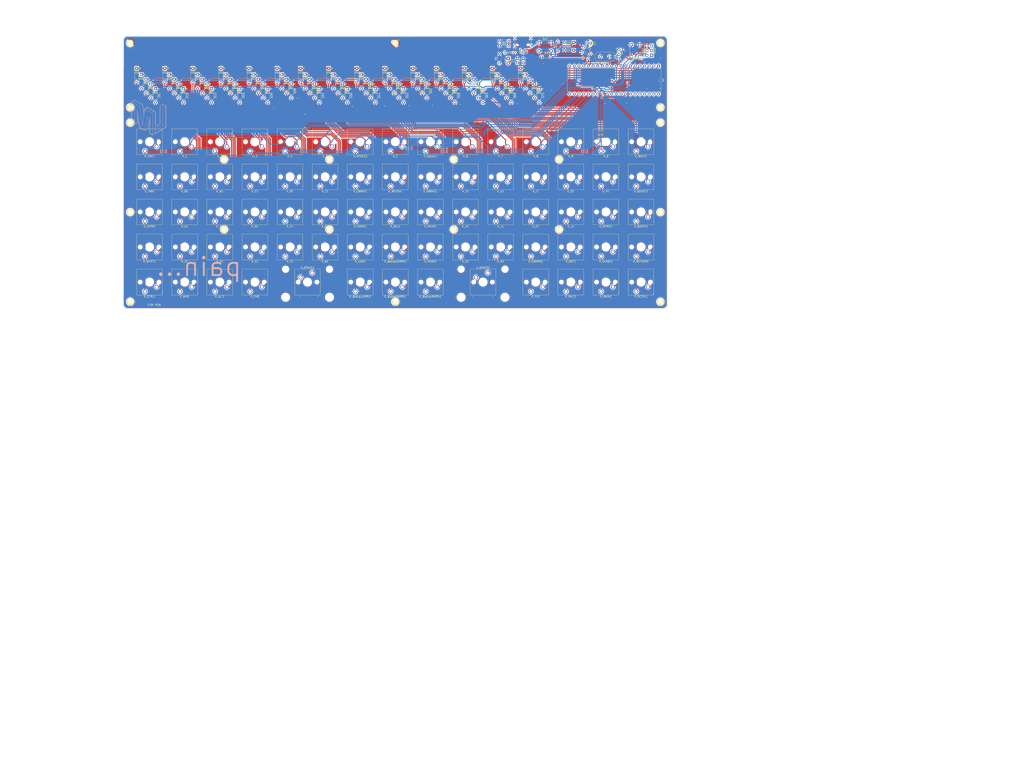
<source format=kicad_pcb>
(kicad_pcb (version 20171130) (host pcbnew "(5.1.6)-1")
  (layers (0 F.Cu signal) (31 B.Cu signal) (34 B.Paste user) (35 F.Paste user) (36 B.SilkS user) (37 F.SilkS user) (38 B.Mask user) (39 F.Mask user) (44 Edge.Cuts user))
  (net 0 "")
  (net 1 GND)
  (net 2 VCC)
  (net 3 "Net-(R4-Pad2)")
  (net 4 "Net-(U1-Pad32)")
  (net 5 "Net-(U1-Pad34)")
  (net 6 "Net-(U1-Pad35)")
  (net 7 "Net-(U1-Pad36)")
  (net 8 "Net-(U1-Pad37)")
  (net 9 "Net-(U1-Pad38)")
  (net 10 "Net-(U1-Pad39)")
  (net 11 "Net-(U1-Pad40)")
  (net 12 "Net-(16mMhz1-Pad1)")
  (net 13 "Net-(16mMhz1-Pad2)")
  (net 14 row0)
  (net 15 "Net-(D1-Pad2)")
  (net 16 "Net-(D2-Pad2)")
  (net 17 row1)
  (net 18 row2)
  (net 19 "Net-(D3-Pad2)")
  (net 20 row3)
  (net 21 "Net-(D4-Pad2)")
  (net 22 row4)
  (net 23 "Net-(D5-Pad2)")
  (net 24 "Net-(D6-Pad2)")
  (net 25 "Net-(D7-Pad2)")
  (net 26 "Net-(D8-Pad2)")
  (net 27 "Net-(D9-Pad2)")
  (net 28 "Net-(D10-Pad2)")
  (net 29 "Net-(D11-Pad2)")
  (net 30 "Net-(D12-Pad2)")
  (net 31 "Net-(D13-Pad2)")
  (net 32 "Net-(D14-Pad2)")
  (net 33 "Net-(D15-Pad2)")
  (net 34 "Net-(D16-Pad2)")
  (net 35 "Net-(D17-Pad2)")
  (net 36 "Net-(D18-Pad2)")
  (net 37 "Net-(D19-Pad2)")
  (net 38 "Net-(D20-Pad2)")
  (net 39 "Net-(D21-Pad2)")
  (net 40 "Net-(D22-Pad2)")
  (net 41 "Net-(D23-Pad2)")
  (net 42 "Net-(D24-Pad2)")
  (net 43 "Net-(D25-Pad2)")
  (net 44 "Net-(D26-Pad2)")
  (net 45 "Net-(D27-Pad2)")
  (net 46 "Net-(D28-Pad2)")
  (net 47 "Net-(D29-Pad2)")
  (net 48 "Net-(D30-Pad2)")
  (net 49 "Net-(D31-Pad2)")
  (net 50 "Net-(D32-Pad2)")
  (net 51 "Net-(D33-Pad2)")
  (net 52 "Net-(D34-Pad2)")
  (net 53 "Net-(D35-Pad2)")
  (net 54 "Net-(D36-Pad2)")
  (net 55 "Net-(D37-Pad2)")
  (net 56 "Net-(D38-Pad2)")
  (net 57 "Net-(D39-Pad2)")
  (net 58 "Net-(D40-Pad2)")
  (net 59 "Net-(D41-Pad2)")
  (net 60 "Net-(D42-Pad2)")
  (net 61 "Net-(D43-Pad2)")
  (net 62 "Net-(D44-Pad2)")
  (net 63 "Net-(D45-Pad2)")
  (net 64 "Net-(D46-Pad2)")
  (net 65 "Net-(D47-Pad2)")
  (net 66 "Net-(D48-Pad2)")
  (net 67 "Net-(D49-Pad2)")
  (net 68 "Net-(D50-Pad2)")
  (net 69 "Net-(D51-Pad2)")
  (net 70 "Net-(D52-Pad2)")
  (net 71 "Net-(D53-Pad2)")
  (net 72 "Net-(D54-Pad2)")
  (net 73 "Net-(D55-Pad2)")
  (net 74 "Net-(D56-Pad2)")
  (net 75 "Net-(D57-Pad2)")
  (net 76 "Net-(D58-Pad2)")
  (net 77 "Net-(D59-Pad2)")
  (net 78 "Net-(D60-Pad2)")
  (net 79 "Net-(D61-Pad2)")
  (net 80 "Net-(D62-Pad2)")
  (net 81 "Net-(D63-Pad2)")
  (net 82 "Net-(D64-Pad2)")
  (net 83 "Net-(D65-Pad2)")
  (net 84 "Net-(D66-Pad2)")
  (net 85 "Net-(D67-Pad2)")
  (net 86 "Net-(D68-Pad2)")
  (net 87 "Net-(D69-Pad2)")
  (net 88 "Net-(D70-Pad2)")
  (net 89 "Net-(D71-Pad2)")
  (net 90 "Net-(D72-Pad2)")
  (net 91 "Net-(D73-Pad2)")
  (net 92 col13)
  (net 93 col1)
  (net 94 col3)
  (net 95 col9)
  (net 96 col10)
  (net 97 col11)
  (net 98 col12)
  (net 99 col7)
  (net 100 col6)
  (net 101 col8)
  (net 102 col14)
  (net 103 col0)
  (net 104 D-)
  (net 105 D+)
  (net 106 "Net-(P1-PadA5)")
  (net 107 "Net-(R5-Pad1)")
  (net 108 "Net-(D76-Pad1)")
  (net 109 "Net-(F1-Pad2)")
  (net 110 "Net-(SW2-Pad2)")
  (net 111 "Net-(J2-PadB8)")
  (net 112 "Net-(J2-PadA5)")
  (net 113 "Net-(J2-PadA8)")
  (net 114 "Net-(J2-PadB5)")
  (net 115 "Net-(U1-Pad14)")
  (net 116 "Net-(U1-Pad15)")
  (net 117 RST)
  (net 118 MOSI)
  (net 119 SCK)
  (net 120 MISO)
  (module cftkb:AVR_ICSP_3x2 (layer F.Cu) (at 303.5357 28.4652 90)
    (fp_text reference J1 hide)
    (fp_text value AVR-ISP-6 hide)
    (pad 6 thru_hole circle (at 2.54 -1.27 90) (size 1.7 1.7) (drill 1.016) (layers *.Cu *.Mask) (net 1 GND))
    (pad 5 thru_hole circle (at 2.54 1.27 90) (size 1.7 1.7) (drill 1.016) (layers *.Cu *.Mask) (net 117 RST))
    (pad 4 thru_hole circle (at 0 -1.27 90) (size 1.7 1.7) (drill 1.016) (layers *.Cu *.Mask) (net 118 MOSI))
    (pad 3 thru_hole circle (at 0 1.27 90) (size 1.7 1.7) (drill 1.016) (layers *.Cu *.Mask) (net 119 SCK))
    (pad 2 thru_hole circle (at -2.54 -1.27 90) (size 1.7 1.7) (drill 1.016) (layers *.Cu *.Mask) (net 2 VCC))
    (pad 1 thru_hole rect (at -2.54 1.27 90) (size 1.7 1.7) (drill 1.016) (layers *.Cu *.Mask) (net 120 MISO))
  )
  (module Button_Switch_THT:SW_PUSH_6mm (layer F.Cu) (at 298.3357 25.2652 270)
    (fp_text reference SW2 (at 3.25 -2 90) (layer F.SilkS))
    (fp_text value SW_Push)
    (pad 2 thru_hole circle (at 0 4.5) (size 2 2) (drill 1.1) (layers *.Cu *.Mask) (net 110 "Net-(SW2-Pad2)"))
    (pad 1 thru_hole circle (at 0 0) (size 2 2) (drill 1.1) (layers *.Cu *.Mask) (net 1 GND))
    (pad 2 thru_hole circle (at 6.5 4.5) (size 2 2) (drill 1.1) (layers *.Cu *.Mask) (net 110 "Net-(SW2-Pad2)"))
    (pad 1 thru_hole circle (at 6.5 0) (size 2 2) (drill 1.1) (layers *.Cu *.Mask) (net 1 GND))
  )
  (module keyboard_parts:PIN_1 (layer F.Cu) (at 254.634999 125.5652)
    (fp_text reference P? hide)
    (fp_text value CONN_1 hide)
    (pad 1 thru_hole circle (at 0 0) (size 3.7 3.7) (drill 2.016) (layers *.Cu *.Mask F.SilkS))
  )
  (module keyboard_parts:PIN_1 (layer F.Cu) (at 254.634999 87.5652)
    (fp_text reference P? hide)
    (fp_text value CONN_1 hide)
    (pad 1 thru_hole circle (at 0 0) (size 3.7 3.7) (drill 2.016) (layers *.Cu *.Mask F.SilkS))
  )
  (module keyboard_parts:PIN_1 (layer F.Cu) (at 72.834999 125.5652)
    (fp_text reference P? hide)
    (fp_text value CONN_1 hide)
    (pad 1 thru_hole circle (at 0 0) (size 3.7 3.7) (drill 2.016) (layers *.Cu *.Mask F.SilkS))
  )
  (module keyboard_parts:PIN_1 (layer F.Cu) (at 72.834999 87.57)
    (fp_text reference P? hide)
    (fp_text value CONN_1 hide)
    (pad 1 thru_hole circle (at 0 0) (size 3.7 3.7) (drill 2.016) (layers *.Cu *.Mask F.SilkS))
  )
  (module keyboard_parts:PIN_1 (layer F.Cu) (at 197.484999 125.57)
    (fp_text reference P? hide)
    (fp_text value CONN_1 hide)
    (pad 1 thru_hole circle (at 0 0) (size 3.7 3.7) (drill 2.016) (layers *.Cu *.Mask F.SilkS))
  )
  (module keyboard_parts:PIN_1 (layer F.Cu) (at 197.484999 87.57)
    (fp_text reference P? hide)
    (fp_text value CONN_1 hide)
    (pad 1 thru_hole circle (at 0 0) (size 3.7 3.7) (drill 2.016) (layers *.Cu *.Mask F.SilkS))
  )
  (module keyboard_parts:PIN_1 (layer F.Cu) (at 129.984999 125.5652)
    (fp_text reference P? hide)
    (fp_text value CONN_1 hide)
    (pad 1 thru_hole circle (at 0 0) (size 3.7 3.7) (drill 2.016) (layers *.Cu *.Mask F.SilkS))
  )
  (module keyboard_parts:PIN_1 (layer F.Cu) (at 129.984999 87.57)
    (fp_text reference P? hide)
    (fp_text value CONN_1 hide)
    (pad 1 thru_hole circle (at 0 0) (size 3.7 3.7) (drill 2.016) (layers *.Cu *.Mask F.SilkS))
  )
  (module keyboard_parts:PIN_1 (layer F.Cu) (at 165.734999 164.82)
    (fp_text reference P? hide)
    (fp_text value CONN_1 hide)
    (pad 1 thru_hole circle (at 0 0) (size 3.7 3.7) (drill 2.016) (layers *.Cu *.Mask F.SilkS))
  )
  (module keyboard_parts:PIN_1 (layer F.Cu) (at 165.735 24.3152)
    (fp_text reference P? hide)
    (fp_text value CONN_1 hide)
    (pad 1 thru_hole circle (at 0 0) (size 3.7 3.7) (drill 2.016) (layers *.Cu *.Mask F.SilkS))
  )
  (module keyboard_parts:PIN_1 (layer F.Cu) (at 309.61 105.5652)
    (fp_text reference P? hide)
    (fp_text value CONN_1 hide)
    (pad 1 thru_hole circle (at 0 10.6324) (size 3.7 3.7) (drill 2.016) (layers *.Cu *.Mask F.SilkS))
  )
  (module keyboard_parts:PIN_1 (layer F.Cu) (at 21.43 92.8152)
    (fp_text reference P? hide)
    (fp_text value CONN_1 hide)
    (pad 1 thru_hole circle (at 0.43 23.3774) (size 3.7 3.7) (drill 2.016) (layers *.Cu *.Mask F.SilkS))
  )
  (module Connector_USB:USB_C_Receptacle_XKB_U262-16XN-4BVC11 (layer F.Cu) (at 234.9357 22.8152 180)
    (fp_text reference J2 (at 0 -5.715) (layer F.SilkS))
    (fp_text value USB_C_Receptacle_USB2.0)
    (pad A12 smd rect (at 3.35 -3.67 180) (size 0.3 1.15) (layers F.Cu F.Paste F.Mask) (net 1 GND))
    (pad A9 smd rect (at 2.55 -3.67 180) (size 0.3 1.15) (layers F.Cu F.Paste F.Mask) (net 109 "Net-(F1-Pad2)"))
    (pad B9 smd rect (at -2.25 -3.67 180) (size 0.3 1.15) (layers F.Cu F.Paste F.Mask) (net 109 "Net-(F1-Pad2)"))
    (pad B12 smd rect (at -3.05 -3.67 180) (size 0.3 1.15) (layers F.Cu F.Paste F.Mask) (net 1 GND))
    (pad A1 smd rect (at -3.35 -3.67 180) (size 0.3 1.15) (layers F.Cu F.Paste F.Mask) (net 1 GND))
    (pad A4 smd rect (at -2.55 -3.67 180) (size 0.3 1.15) (layers F.Cu F.Paste F.Mask) (net 109 "Net-(F1-Pad2)"))
    (pad B8 smd rect (at -1.75 -3.67 180) (size 0.3 1.15) (layers F.Cu F.Paste F.Mask) (net 111 "Net-(J2-PadB8)"))
    (pad A5 smd rect (at -1.25 -3.67 180) (size 0.3 1.15) (layers F.Cu F.Paste F.Mask) (net 112 "Net-(J2-PadA5)"))
    (pad B7 smd rect (at -0.75 -3.67 180) (size 0.3 1.15) (layers F.Cu F.Paste F.Mask) (net 104 D-))
    (pad A6 smd rect (at -0.25 -3.67 180) (size 0.3 1.15) (layers F.Cu F.Paste F.Mask) (net 105 D+))
    (pad A7 smd rect (at 0.25 -3.67 180) (size 0.3 1.15) (layers F.Cu F.Paste F.Mask) (net 104 D-))
    (pad B6 smd rect (at 0.75 -3.67 180) (size 0.3 1.15) (layers F.Cu F.Paste F.Mask) (net 105 D+))
    (pad A8 smd rect (at 1.25 -3.67 180) (size 0.3 1.15) (layers F.Cu F.Paste F.Mask) (net 113 "Net-(J2-PadA8)"))
    (pad B5 smd rect (at 1.75 -3.67 180) (size 0.3 1.15) (layers F.Cu F.Paste F.Mask) (net 114 "Net-(J2-PadB5)"))
    (pad B4 smd rect (at 2.25 -3.67 180) (size 0.3 1.15) (layers F.Cu F.Paste F.Mask) (net 109 "Net-(F1-Pad2)"))
    (pad B1 smd rect (at 3.05 -3.67 180) (size 0.3 1.15) (layers F.Cu F.Paste F.Mask) (net 1 GND))
    (pad "" np_thru_hole circle (at -2.89 -2.605 180) (size 0.65 0.65) (drill 0.65) (layers *.Cu *.Mask))
    (pad "" np_thru_hole circle (at 2.89 -2.605 180) (size 0.65 0.65) (drill 0.65) (layers *.Cu *.Mask))
    (pad S1 thru_hole oval (at 4.32 1.075 180) (size 1 1.6) (drill oval 0.6 1.2) (layers *.Cu *.Mask) (net 1 GND))
    (pad S1 thru_hole oval (at -4.32 1.075 180) (size 1 1.6) (drill oval 0.6 1.2) (layers *.Cu *.Mask) (net 1 GND))
    (pad S1 thru_hole oval (at 4.32 -3.105 180) (size 1 2.1) (drill oval 0.6 1.7) (layers *.Cu *.Mask) (net 1 GND))
    (pad S1 thru_hole oval (at -4.32 -3.105 180) (size 1 2.1) (drill oval 0.6 1.7) (layers *.Cu *.Mask) (net 1 GND))
  )
  (module keyboard_parts:PIN_1 (layer F.Cu) (at 309.61 67.5652)
    (fp_text reference P? hide)
    (fp_text value CONN_1 hide)
    (pad 1 thru_hole circle (at 0 0) (size 3.7 3.7) (drill 2.016) (layers *.Cu *.Mask F.SilkS))
  )
  (module keyboard_parts:PIN_1 (layer F.Cu) (at 21.93 67.5652)
    (fp_text reference P? hide)
    (fp_text value CONN_1 hide)
    (pad 1 thru_hole circle (at -0.07 0) (size 3.7 3.7) (drill 2.016) (layers *.Cu *.Mask F.SilkS))
  )
  (module keyboard_parts:PIN_1 (layer F.Cu) (at 21.86 59.32)
    (fp_text reference P? hide)
    (fp_text value CONN_1 hide)
    (pad 1 thru_hole circle (at 0 0) (size 3.7 3.7) (drill 2.016) (layers *.Cu *.Mask F.SilkS))
  )
  (module keyboard_parts:PIN_1 (layer F.Cu) (at 309.61 59.33)
    (fp_text reference P? hide)
    (fp_text value CONN_1 hide)
    (pad 1 thru_hole circle (at 0 0) (size 3.7 3.7) (drill 2.016) (layers *.Cu *.Mask F.SilkS))
  )
  (module keyboard_parts:PIN_1 (layer F.Cu) (at 309.61 24.33)
    (fp_text reference P? hide)
    (fp_text value CONN_1 hide)
    (pad 1 thru_hole circle (at 0 0) (size 3.7 3.7) (drill 2.016) (layers *.Cu *.Mask F.SilkS))
  )
  (module keyboard_parts:PIN_1 (layer F.Cu) (at 309.61 164.83)
    (fp_text reference P? hide)
    (fp_text value CONN_1 hide)
    (pad 1 thru_hole circle (at 0 0) (size 3.7 3.7) (drill 2.016) (layers *.Cu *.Mask F.SilkS))
  )
  (module keyboard_parts:PIN_1 (layer F.Cu) (at 21.86 164.82)
    (fp_text reference P? hide)
    (fp_text value CONN_1 hide)
    (pad 1 thru_hole circle (at 0 0) (size 3.7 3.7) (drill 2.016) (layers *.Cu *.Mask F.SilkS))
  )
  (module keyboard_parts:PIN_1 (layer F.Cu) (at 21.86 24.32)
    (fp_text reference P? hide)
    (fp_text value CONN_1 hide)
    (pad 1 thru_hole circle (at 0 0) (size 3.7 3.7) (drill 2.016) (layers *.Cu *.Mask F.SilkS))
  )
  (module Button_Switch_Keyboard:SW_Cherry_MX_1.00u_PCB (layer F.Cu) (at 144.145 83.058 180)
    (fp_text reference K_SPACE3 (at -2.54 -2.794) (layer F.SilkS))
    (fp_text value KEYSW)
    (pad "" np_thru_hole circle (at 2.54 5.08 180) (size 1.7 1.7) (drill 1.7) (layers *.Cu *.Mask))
    (pad "" np_thru_hole circle (at -7.62 5.08 180) (size 1.7 1.7) (drill 1.7) (layers *.Cu *.Mask))
    (pad "" np_thru_hole circle (at -2.54 5.08 180) (size 4 4) (drill 4) (layers *.Cu *.Mask))
    (pad 2 thru_hole circle (at -6.35 2.54 180) (size 2.2 2.2) (drill 1.5) (layers *.Cu *.Mask) (net 48 "Net-(D30-Pad2)"))
    (pad 1 thru_hole circle (at 0 0 180) (size 2.2 2.2) (drill 1.5) (layers *.Cu *.Mask) (net 100 col6))
  )
  (module Button_Switch_Keyboard:SW_Cherry_MX_1.00u_PCB (layer F.Cu) (at 201.295 102.108 180)
    (fp_text reference K_Y1 (at -2.54 -2.794) (layer F.SilkS))
    (fp_text value KEYSW)
    (pad "" np_thru_hole circle (at 2.54 5.08 180) (size 1.7 1.7) (drill 1.7) (layers *.Cu *.Mask))
    (pad "" np_thru_hole circle (at -7.62 5.08 180) (size 1.7 1.7) (drill 1.7) (layers *.Cu *.Mask))
    (pad "" np_thru_hole circle (at -2.54 5.08 180) (size 4 4) (drill 4) (layers *.Cu *.Mask))
    (pad 2 thru_hole circle (at -6.35 2.54 180) (size 2.2 2.2) (drill 1.5) (layers *.Cu *.Mask) (net 64 "Net-(D46-Pad2)"))
    (pad 1 thru_hole circle (at 0 0 180) (size 2.2 2.2) (drill 1.5) (layers *.Cu *.Mask) (net 95 col9))
  )
  (module Button_Switch_Keyboard:SW_Cherry_MX_1.00u_PCB (layer F.Cu) (at 163.195 83.058 180)
    (fp_text reference K_~1 (at -2.54 -2.794) (layer F.SilkS))
    (fp_text value KEYSW)
    (pad 1 thru_hole circle (at 0 0 180) (size 2.2 2.2) (drill 1.5) (layers *.Cu *.Mask) (net 99 col7))
    (pad 2 thru_hole circle (at -6.35 2.54 180) (size 2.2 2.2) (drill 1.5) (layers *.Cu *.Mask) (net 53 "Net-(D35-Pad2)"))
    (pad "" np_thru_hole circle (at -2.54 5.08 180) (size 4 4) (drill 4) (layers *.Cu *.Mask))
    (pad "" np_thru_hole circle (at -7.62 5.08 180) (size 1.7 1.7) (drill 1.7) (layers *.Cu *.Mask))
    (pad "" np_thru_hole circle (at 2.54 5.08 180) (size 1.7 1.7) (drill 1.7) (layers *.Cu *.Mask))
  )
  (module Button_Switch_Keyboard:SW_Cherry_MX_1.00u_PCB (layer F.Cu) (at 67.945 140.208 180)
    (fp_text reference K_X1 (at -2.54 -2.794) (layer F.SilkS))
    (fp_text value KEYSW)
    (pad 1 thru_hole circle (at 0 0 180) (size 2.2 2.2) (drill 1.5) (layers *.Cu *.Mask) (net 119 SCK))
    (pad 2 thru_hole circle (at -6.35 2.54 180) (size 2.2 2.2) (drill 1.5) (layers *.Cu *.Mask) (net 32 "Net-(D14-Pad2)"))
    (pad "" np_thru_hole circle (at -2.54 5.08 180) (size 4 4) (drill 4) (layers *.Cu *.Mask))
    (pad "" np_thru_hole circle (at -7.62 5.08 180) (size 1.7 1.7) (drill 1.7) (layers *.Cu *.Mask))
    (pad "" np_thru_hole circle (at 2.54 5.08 180) (size 1.7 1.7) (drill 1.7) (layers *.Cu *.Mask))
  )
  (module Button_Switch_Keyboard:SW_Cherry_MX_1.00u_PCB (layer F.Cu) (at 48.895 140.208 180)
    (fp_text reference K_Z1 (at -2.54 -2.794) (layer F.SilkS))
    (fp_text value KEYSW)
    (pad "" np_thru_hole circle (at 2.54 5.08 180) (size 1.7 1.7) (drill 1.7) (layers *.Cu *.Mask))
    (pad "" np_thru_hole circle (at -7.62 5.08 180) (size 1.7 1.7) (drill 1.7) (layers *.Cu *.Mask))
    (pad "" np_thru_hole circle (at -2.54 5.08 180) (size 4 4) (drill 4) (layers *.Cu *.Mask))
    (pad 2 thru_hole circle (at -6.35 2.54 180) (size 2.2 2.2) (drill 1.5) (layers *.Cu *.Mask) (net 27 "Net-(D9-Pad2)"))
    (pad 1 thru_hole circle (at 0 0 180) (size 2.2 2.2) (drill 1.5) (layers *.Cu *.Mask) (net 93 col1))
  )
  (module Button_Switch_Keyboard:SW_Cherry_MX_1.00u_PCB (layer F.Cu) (at 67.945 102.108 180)
    (fp_text reference K_W1 (at -2.54 -2.794) (layer F.SilkS))
    (fp_text value KEYSW)
    (pad 1 thru_hole circle (at 0 0 180) (size 2.2 2.2) (drill 1.5) (layers *.Cu *.Mask) (net 119 SCK))
    (pad 2 thru_hole circle (at -6.35 2.54 180) (size 2.2 2.2) (drill 1.5) (layers *.Cu *.Mask) (net 30 "Net-(D12-Pad2)"))
    (pad "" np_thru_hole circle (at -2.54 5.08 180) (size 4 4) (drill 4) (layers *.Cu *.Mask))
    (pad "" np_thru_hole circle (at -7.62 5.08 180) (size 1.7 1.7) (drill 1.7) (layers *.Cu *.Mask))
    (pad "" np_thru_hole circle (at 2.54 5.08 180) (size 1.7 1.7) (drill 1.7) (layers *.Cu *.Mask))
  )
  (module Button_Switch_Keyboard:SW_Cherry_MX_1.00u_PCB (layer F.Cu) (at 48.895 159.258 180)
    (fp_text reference K_WIN1 (at -2.54 -2.794) (layer F.SilkS))
    (fp_text value KEYSW)
    (pad 1 thru_hole circle (at 0 0 180) (size 2.2 2.2) (drill 1.5) (layers *.Cu *.Mask) (net 93 col1))
    (pad 2 thru_hole circle (at -6.35 2.54 180) (size 2.2 2.2) (drill 1.5) (layers *.Cu *.Mask) (net 28 "Net-(D10-Pad2)"))
    (pad "" np_thru_hole circle (at -2.54 5.08 180) (size 4 4) (drill 4) (layers *.Cu *.Mask))
    (pad "" np_thru_hole circle (at -7.62 5.08 180) (size 1.7 1.7) (drill 1.7) (layers *.Cu *.Mask))
    (pad "" np_thru_hole circle (at 2.54 5.08 180) (size 1.7 1.7) (drill 1.7) (layers *.Cu *.Mask))
  )
  (module Button_Switch_Keyboard:SW_Cherry_MX_1.00u_PCB (layer F.Cu) (at 106.045 140.208 180)
    (fp_text reference K_V1 (at -2.54 -2.794) (layer F.SilkS))
    (fp_text value KEYSW)
    (pad 1 thru_hole circle (at 0 0 180) (size 2.2 2.2) (drill 1.5) (layers *.Cu *.Mask) (net 120 MISO))
    (pad 2 thru_hole circle (at -6.35 2.54 180) (size 2.2 2.2) (drill 1.5) (layers *.Cu *.Mask) (net 42 "Net-(D24-Pad2)"))
    (pad "" np_thru_hole circle (at -2.54 5.08 180) (size 4 4) (drill 4) (layers *.Cu *.Mask))
    (pad "" np_thru_hole circle (at -7.62 5.08 180) (size 1.7 1.7) (drill 1.7) (layers *.Cu *.Mask))
    (pad "" np_thru_hole circle (at 2.54 5.08 180) (size 1.7 1.7) (drill 1.7) (layers *.Cu *.Mask))
  )
  (module Button_Switch_Keyboard:SW_Cherry_MX_1.00u_PCB (layer F.Cu) (at 258.445 121.158 180)
    (fp_text reference K_L1 (at -2.54 -2.794) (layer F.SilkS))
    (fp_text value KEYSW)
    (pad "" np_thru_hole circle (at 2.54 5.08 180) (size 1.7 1.7) (drill 1.7) (layers *.Cu *.Mask))
    (pad "" np_thru_hole circle (at -7.62 5.08 180) (size 1.7 1.7) (drill 1.7) (layers *.Cu *.Mask))
    (pad "" np_thru_hole circle (at -2.54 5.08 180) (size 4 4) (drill 4) (layers *.Cu *.Mask))
    (pad 2 thru_hole circle (at -6.35 2.54 180) (size 2.2 2.2) (drill 1.5) (layers *.Cu *.Mask) (net 79 "Net-(D61-Pad2)"))
    (pad 1 thru_hole circle (at 0 0 180) (size 2.2 2.2) (drill 1.5) (layers *.Cu *.Mask) (net 98 col12))
  )
  (module Button_Switch_Keyboard:SW_Cherry_MX_1.00u_PCB (layer F.Cu) (at 220.345 140.208 180)
    (fp_text reference K_M1 (at -2.54 -2.794) (layer F.SilkS))
    (fp_text value KEYSW)
    (pad 1 thru_hole circle (at 0 0 180) (size 2.2 2.2) (drill 1.5) (layers *.Cu *.Mask) (net 96 col10))
    (pad 2 thru_hole circle (at -6.35 2.54 180) (size 2.2 2.2) (drill 1.5) (layers *.Cu *.Mask) (net 70 "Net-(D52-Pad2)"))
    (pad "" np_thru_hole circle (at -2.54 5.08 180) (size 4 4) (drill 4) (layers *.Cu *.Mask))
    (pad "" np_thru_hole circle (at -7.62 5.08 180) (size 1.7 1.7) (drill 1.7) (layers *.Cu *.Mask))
    (pad "" np_thru_hole circle (at 2.54 5.08 180) (size 1.7 1.7) (drill 1.7) (layers *.Cu *.Mask))
  )
  (module Button_Switch_Keyboard:SW_Cherry_MX_1.00u_PCB (layer F.Cu) (at 182.245 102.108 180)
    (fp_text reference K_OBRAC1 (at -2.54 -2.794) (layer F.SilkS))
    (fp_text value KEYSW)
    (pad 1 thru_hole circle (at 0 0 180) (size 2.2 2.2) (drill 1.5) (layers *.Cu *.Mask) (net 101 col8))
    (pad 2 thru_hole circle (at -6.35 2.54 180) (size 2.2 2.2) (drill 1.5) (layers *.Cu *.Mask) (net 59 "Net-(D41-Pad2)"))
    (pad "" np_thru_hole circle (at -2.54 5.08 180) (size 4 4) (drill 4) (layers *.Cu *.Mask))
    (pad "" np_thru_hole circle (at -7.62 5.08 180) (size 1.7 1.7) (drill 1.7) (layers *.Cu *.Mask))
    (pad "" np_thru_hole circle (at 2.54 5.08 180) (size 1.7 1.7) (drill 1.7) (layers *.Cu *.Mask))
  )
  (module Button_Switch_Keyboard:SW_Cherry_MX_1.00u_PCB (layer F.Cu) (at 220.345 121.158 180)
    (fp_text reference K_J1 (at -2.54 -2.794) (layer F.SilkS))
    (fp_text value KEYSW)
    (pad "" np_thru_hole circle (at 2.54 5.08 180) (size 1.7 1.7) (drill 1.7) (layers *.Cu *.Mask))
    (pad "" np_thru_hole circle (at -7.62 5.08 180) (size 1.7 1.7) (drill 1.7) (layers *.Cu *.Mask))
    (pad "" np_thru_hole circle (at -2.54 5.08 180) (size 4 4) (drill 4) (layers *.Cu *.Mask))
    (pad 2 thru_hole circle (at -6.35 2.54 180) (size 2.2 2.2) (drill 1.5) (layers *.Cu *.Mask) (net 69 "Net-(D51-Pad2)"))
    (pad 1 thru_hole circle (at 0 0 180) (size 2.2 2.2) (drill 1.5) (layers *.Cu *.Mask) (net 96 col10))
  )
  (module Button_Switch_Keyboard:SW_Cherry_MX_1.00u_PCB (layer F.Cu) (at 239.395 121.158 180)
    (fp_text reference K_K1 (at -2.54 -2.794) (layer F.SilkS))
    (fp_text value KEYSW)
    (pad 1 thru_hole circle (at 0 0 180) (size 2.2 2.2) (drill 1.5) (layers *.Cu *.Mask) (net 97 col11))
    (pad 2 thru_hole circle (at -6.35 2.54 180) (size 2.2 2.2) (drill 1.5) (layers *.Cu *.Mask) (net 74 "Net-(D56-Pad2)"))
    (pad "" np_thru_hole circle (at -2.54 5.08 180) (size 4 4) (drill 4) (layers *.Cu *.Mask))
    (pad "" np_thru_hole circle (at -7.62 5.08 180) (size 1.7 1.7) (drill 1.7) (layers *.Cu *.Mask))
    (pad "" np_thru_hole circle (at 2.54 5.08 180) (size 1.7 1.7) (drill 1.7) (layers *.Cu *.Mask))
  )
  (module Button_Switch_Keyboard:SW_Cherry_MX_1.00u_PCB (layer F.Cu) (at 201.295 140.208 180)
    (fp_text reference K_N1 (at -2.54 -2.794) (layer F.SilkS))
    (fp_text value KEYSW)
    (pad "" np_thru_hole circle (at 2.54 5.08 180) (size 1.7 1.7) (drill 1.7) (layers *.Cu *.Mask))
    (pad "" np_thru_hole circle (at -7.62 5.08 180) (size 1.7 1.7) (drill 1.7) (layers *.Cu *.Mask))
    (pad "" np_thru_hole circle (at -2.54 5.08 180) (size 4 4) (drill 4) (layers *.Cu *.Mask))
    (pad 2 thru_hole circle (at -6.35 2.54 180) (size 2.2 2.2) (drill 1.5) (layers *.Cu *.Mask) (net 66 "Net-(D48-Pad2)"))
    (pad 1 thru_hole circle (at 0 0 180) (size 2.2 2.2) (drill 1.5) (layers *.Cu *.Mask) (net 95 col9))
  )
  (module Button_Switch_Keyboard:SW_Cherry_MX_1.00u_PCB (layer F.Cu) (at 258.445 102.108 180)
    (fp_text reference K_O1 (at -2.54 -2.794) (layer F.SilkS))
    (fp_text value KEYSW)
    (pad "" np_thru_hole circle (at 2.54 5.08 180) (size 1.7 1.7) (drill 1.7) (layers *.Cu *.Mask))
    (pad "" np_thru_hole circle (at -7.62 5.08 180) (size 1.7 1.7) (drill 1.7) (layers *.Cu *.Mask))
    (pad "" np_thru_hole circle (at -2.54 5.08 180) (size 4 4) (drill 4) (layers *.Cu *.Mask))
    (pad 2 thru_hole circle (at -6.35 2.54 180) (size 2.2 2.2) (drill 1.5) (layers *.Cu *.Mask) (net 78 "Net-(D60-Pad2)"))
    (pad 1 thru_hole circle (at 0 0 180) (size 2.2 2.2) (drill 1.5) (layers *.Cu *.Mask) (net 98 col12))
  )
  (module Button_Switch_Keyboard:SW_Cherry_MX_1.00u_PCB (layer F.Cu) (at 277.495 102.108 180)
    (fp_text reference K_P1 (at -2.54 -2.794) (layer F.SilkS))
    (fp_text value KEYSW)
    (pad 1 thru_hole circle (at 0 0 180) (size 2.2 2.2) (drill 1.5) (layers *.Cu *.Mask) (net 92 col13))
    (pad 2 thru_hole circle (at -6.35 2.54 180) (size 2.2 2.2) (drill 1.5) (layers *.Cu *.Mask) (net 83 "Net-(D65-Pad2)"))
    (pad "" np_thru_hole circle (at -2.54 5.08 180) (size 4 4) (drill 4) (layers *.Cu *.Mask))
    (pad "" np_thru_hole circle (at -7.62 5.08 180) (size 1.7 1.7) (drill 1.7) (layers *.Cu *.Mask))
    (pad "" np_thru_hole circle (at 2.54 5.08 180) (size 1.7 1.7) (drill 1.7) (layers *.Cu *.Mask))
  )
  (module Button_Switch_Keyboard:SW_Cherry_MX_1.00u_PCB (layer F.Cu) (at 182.245 140.208 180)
    (fp_text reference K_PGDN1 (at -2.54 -2.794) (layer F.SilkS))
    (fp_text value KEYSW)
    (pad "" np_thru_hole circle (at 2.54 5.08 180) (size 1.7 1.7) (drill 1.7) (layers *.Cu *.Mask))
    (pad "" np_thru_hole circle (at -7.62 5.08 180) (size 1.7 1.7) (drill 1.7) (layers *.Cu *.Mask))
    (pad "" np_thru_hole circle (at -2.54 5.08 180) (size 4 4) (drill 4) (layers *.Cu *.Mask))
    (pad 2 thru_hole circle (at -6.35 2.54 180) (size 2.2 2.2) (drill 1.5) (layers *.Cu *.Mask) (net 61 "Net-(D43-Pad2)"))
    (pad 1 thru_hole circle (at 0 0 180) (size 2.2 2.2) (drill 1.5) (layers *.Cu *.Mask) (net 101 col8))
  )
  (module Button_Switch_Keyboard:SW_Cherry_MX_1.00u_PCB (layer F.Cu) (at 182.245 121.158 180)
    (fp_text reference K_PGUP1 (at -2.54 -2.794) (layer F.SilkS))
    (fp_text value KEYSW)
    (pad "" np_thru_hole circle (at 2.54 5.08 180) (size 1.7 1.7) (drill 1.7) (layers *.Cu *.Mask))
    (pad "" np_thru_hole circle (at -7.62 5.08 180) (size 1.7 1.7) (drill 1.7) (layers *.Cu *.Mask))
    (pad "" np_thru_hole circle (at -2.54 5.08 180) (size 4 4) (drill 4) (layers *.Cu *.Mask))
    (pad 2 thru_hole circle (at -6.35 2.54 180) (size 2.2 2.2) (drill 1.5) (layers *.Cu *.Mask) (net 60 "Net-(D42-Pad2)"))
    (pad 1 thru_hole circle (at 0 0 180) (size 2.2 2.2) (drill 1.5) (layers *.Cu *.Mask) (net 101 col8))
  )
  (module Button_Switch_Keyboard:SW_Cherry_MX_1.00u_PCB (layer F.Cu) (at 48.895 102.108 180)
    (fp_text reference K_Q1 (at -2.54 -2.794) (layer F.SilkS))
    (fp_text value KEYSW)
    (pad "" np_thru_hole circle (at 2.54 5.08 180) (size 1.7 1.7) (drill 1.7) (layers *.Cu *.Mask))
    (pad "" np_thru_hole circle (at -7.62 5.08 180) (size 1.7 1.7) (drill 1.7) (layers *.Cu *.Mask))
    (pad "" np_thru_hole circle (at -2.54 5.08 180) (size 4 4) (drill 4) (layers *.Cu *.Mask))
    (pad 2 thru_hole circle (at -6.35 2.54 180) (size 2.2 2.2) (drill 1.5) (layers *.Cu *.Mask) (net 25 "Net-(D7-Pad2)"))
    (pad 1 thru_hole circle (at 0 0 180) (size 2.2 2.2) (drill 1.5) (layers *.Cu *.Mask) (net 93 col1))
  )
  (module Button_Switch_Keyboard:SW_Cherry_MX_1.00u_PCB (layer F.Cu) (at 106.045 102.108 180)
    (fp_text reference K_R1 (at -2.54 -2.794) (layer F.SilkS))
    (fp_text value KEYSW)
    (pad 1 thru_hole circle (at 0 0 180) (size 2.2 2.2) (drill 1.5) (layers *.Cu *.Mask) (net 120 MISO))
    (pad 2 thru_hole circle (at -6.35 2.54 180) (size 2.2 2.2) (drill 1.5) (layers *.Cu *.Mask) (net 40 "Net-(D22-Pad2)"))
    (pad "" np_thru_hole circle (at -2.54 5.08 180) (size 4 4) (drill 4) (layers *.Cu *.Mask))
    (pad "" np_thru_hole circle (at -7.62 5.08 180) (size 1.7 1.7) (drill 1.7) (layers *.Cu *.Mask))
    (pad "" np_thru_hole circle (at 2.54 5.08 180) (size 1.7 1.7) (drill 1.7) (layers *.Cu *.Mask))
  )
  (module Button_Switch_Keyboard:SW_Cherry_MX_1.00u_PCB (layer F.Cu) (at 67.945 121.158 180)
    (fp_text reference K_S1 (at -2.54 -2.794) (layer F.SilkS))
    (fp_text value KEYSW)
    (pad 1 thru_hole circle (at 0 0 180) (size 2.2 2.2) (drill 1.5) (layers *.Cu *.Mask) (net 119 SCK))
    (pad 2 thru_hole circle (at -6.35 2.54 180) (size 2.2 2.2) (drill 1.5) (layers *.Cu *.Mask) (net 31 "Net-(D13-Pad2)"))
    (pad "" np_thru_hole circle (at -2.54 5.08 180) (size 4 4) (drill 4) (layers *.Cu *.Mask))
    (pad "" np_thru_hole circle (at -7.62 5.08 180) (size 1.7 1.7) (drill 1.7) (layers *.Cu *.Mask))
    (pad "" np_thru_hole circle (at 2.54 5.08 180) (size 1.7 1.7) (drill 1.7) (layers *.Cu *.Mask))
  )
  (module Button_Switch_Keyboard:SW_Cherry_MX_1.00u_PCB (layer F.Cu) (at 277.495 121.158 180)
    (fp_text reference K_SEMIC1 (at -2.54 -2.794) (layer F.SilkS))
    (fp_text value KEYSW)
    (pad 1 thru_hole circle (at 0 0 180) (size 2.2 2.2) (drill 1.5) (layers *.Cu *.Mask) (net 92 col13))
    (pad 2 thru_hole circle (at -6.35 2.54 180) (size 2.2 2.2) (drill 1.5) (layers *.Cu *.Mask) (net 84 "Net-(D66-Pad2)"))
    (pad "" np_thru_hole circle (at -2.54 5.08 180) (size 4 4) (drill 4) (layers *.Cu *.Mask))
    (pad "" np_thru_hole circle (at -7.62 5.08 180) (size 1.7 1.7) (drill 1.7) (layers *.Cu *.Mask))
    (pad "" np_thru_hole circle (at 2.54 5.08 180) (size 1.7 1.7) (drill 1.7) (layers *.Cu *.Mask))
  )
  (module Button_Switch_Keyboard:SW_Cherry_MX_1.00u_PCB (layer F.Cu) (at 258.445 159.258 180)
    (fp_text reference K_RALT1 (at -2.54 -2.794) (layer F.SilkS))
    (fp_text value KEYSW)
    (pad "" np_thru_hole circle (at 2.54 5.08 180) (size 1.7 1.7) (drill 1.7) (layers *.Cu *.Mask))
    (pad "" np_thru_hole circle (at -7.62 5.08 180) (size 1.7 1.7) (drill 1.7) (layers *.Cu *.Mask))
    (pad "" np_thru_hole circle (at -2.54 5.08 180) (size 4 4) (drill 4) (layers *.Cu *.Mask))
    (pad 2 thru_hole circle (at -6.35 2.54 180) (size 2.2 2.2) (drill 1.5) (layers *.Cu *.Mask) (net 81 "Net-(D63-Pad2)"))
    (pad 1 thru_hole circle (at 0 0 180) (size 2.2 2.2) (drill 1.5) (layers *.Cu *.Mask) (net 98 col12))
  )
  (module Button_Switch_Keyboard:SW_Cherry_MX_1.00u_PCB (layer F.Cu) (at 296.545 121.158 180)
    (fp_text reference K_QUOTE1 (at -2.54 -2.794) (layer F.SilkS))
    (fp_text value KEYSW)
    (pad 1 thru_hole circle (at 0 0 180) (size 2.2 2.2) (drill 1.5) (layers *.Cu *.Mask) (net 102 col14))
    (pad 2 thru_hole circle (at -6.35 2.54 180) (size 2.2 2.2) (drill 1.5) (layers *.Cu *.Mask) (net 89 "Net-(D71-Pad2)"))
    (pad "" np_thru_hole circle (at -2.54 5.08 180) (size 4 4) (drill 4) (layers *.Cu *.Mask))
    (pad "" np_thru_hole circle (at -7.62 5.08 180) (size 1.7 1.7) (drill 1.7) (layers *.Cu *.Mask))
    (pad "" np_thru_hole circle (at 2.54 5.08 180) (size 1.7 1.7) (drill 1.7) (layers *.Cu *.Mask))
  )
  (module Button_Switch_Keyboard:SW_Cherry_MX_1.00u_PCB (layer F.Cu) (at 296.545 159.258 180)
    (fp_text reference K_RCTRL1 (at -2.54 -2.794) (layer F.SilkS))
    (fp_text value KEYSW)
    (pad "" np_thru_hole circle (at 2.54 5.08 180) (size 1.7 1.7) (drill 1.7) (layers *.Cu *.Mask))
    (pad "" np_thru_hole circle (at -7.62 5.08 180) (size 1.7 1.7) (drill 1.7) (layers *.Cu *.Mask))
    (pad "" np_thru_hole circle (at -2.54 5.08 180) (size 4 4) (drill 4) (layers *.Cu *.Mask))
    (pad 2 thru_hole circle (at -6.35 2.54 180) (size 2.2 2.2) (drill 1.5) (layers *.Cu *.Mask) (net 91 "Net-(D73-Pad2)"))
    (pad 1 thru_hole circle (at 0 0 180) (size 2.2 2.2) (drill 1.5) (layers *.Cu *.Mask) (net 102 col14))
  )
  (module Button_Switch_Keyboard:SW_Cherry_MX_1.00u_PCB (layer F.Cu) (at 296.545 102.108 180)
    (fp_text reference K_QUOTE2 (at -2.54 -2.794) (layer F.SilkS))
    (fp_text value KEYSW)
    (pad "" np_thru_hole circle (at 2.54 5.08 180) (size 1.7 1.7) (drill 1.7) (layers *.Cu *.Mask))
    (pad "" np_thru_hole circle (at -7.62 5.08 180) (size 1.7 1.7) (drill 1.7) (layers *.Cu *.Mask))
    (pad "" np_thru_hole circle (at -2.54 5.08 180) (size 4 4) (drill 4) (layers *.Cu *.Mask))
    (pad 2 thru_hole circle (at -6.35 2.54 180) (size 2.2 2.2) (drill 1.5) (layers *.Cu *.Mask) (net 88 "Net-(D70-Pad2)"))
    (pad 1 thru_hole circle (at 0 0 180) (size 2.2 2.2) (drill 1.5) (layers *.Cu *.Mask) (net 102 col14))
  )
  (module Button_Switch_Keyboard:SW_Cherry_MX_1.00u_PCB (layer F.Cu) (at 296.545 140.208 180)
    (fp_text reference K_RETURN1 (at -2.54 -2.794) (layer F.SilkS))
    (fp_text value KEYSW)
    (pad 1 thru_hole circle (at 0 0 180) (size 2.2 2.2) (drill 1.5) (layers *.Cu *.Mask) (net 102 col14))
    (pad 2 thru_hole circle (at -6.35 2.54 180) (size 2.2 2.2) (drill 1.5) (layers *.Cu *.Mask) (net 90 "Net-(D72-Pad2)"))
    (pad "" np_thru_hole circle (at -2.54 5.08 180) (size 4 4) (drill 4) (layers *.Cu *.Mask))
    (pad "" np_thru_hole circle (at -7.62 5.08 180) (size 1.7 1.7) (drill 1.7) (layers *.Cu *.Mask))
    (pad "" np_thru_hole circle (at 2.54 5.08 180) (size 1.7 1.7) (drill 1.7) (layers *.Cu *.Mask))
  )
  (module Button_Switch_Keyboard:SW_Cherry_MX_1.00u_PCB (layer F.Cu) (at 277.495 159.258 180)
    (fp_text reference K_RWIN1 (at -2.54 -2.794) (layer F.SilkS))
    (fp_text value KEYSW)
    (pad 1 thru_hole circle (at 0 0 180) (size 2.2 2.2) (drill 1.5) (layers *.Cu *.Mask) (net 92 col13))
    (pad 2 thru_hole circle (at -6.35 2.54 180) (size 2.2 2.2) (drill 1.5) (layers *.Cu *.Mask) (net 86 "Net-(D68-Pad2)"))
    (pad "" np_thru_hole circle (at -2.54 5.08 180) (size 4 4) (drill 4) (layers *.Cu *.Mask))
    (pad "" np_thru_hole circle (at -7.62 5.08 180) (size 1.7 1.7) (drill 1.7) (layers *.Cu *.Mask))
    (pad "" np_thru_hole circle (at 2.54 5.08 180) (size 1.7 1.7) (drill 1.7) (layers *.Cu *.Mask))
  )
  (module Button_Switch_Keyboard:SW_Cherry_MX_1.00u_PCB (layer F.Cu) (at 29.845 140.208 180)
    (fp_text reference K_SHIFT1 (at -2.54 -2.794) (layer F.SilkS))
    (fp_text value KEYSW)
    (pad 1 thru_hole circle (at 0 0 180) (size 2.2 2.2) (drill 1.5) (layers *.Cu *.Mask) (net 103 col0))
    (pad 2 thru_hole circle (at -6.35 2.54 180) (size 2.2 2.2) (drill 1.5) (layers *.Cu *.Mask) (net 21 "Net-(D4-Pad2)"))
    (pad "" np_thru_hole circle (at -2.54 5.08 180) (size 4 4) (drill 4) (layers *.Cu *.Mask))
    (pad "" np_thru_hole circle (at -7.62 5.08 180) (size 1.7 1.7) (drill 1.7) (layers *.Cu *.Mask))
    (pad "" np_thru_hole circle (at 2.54 5.08 180) (size 1.7 1.7) (drill 1.7) (layers *.Cu *.Mask))
  )
  (module Button_Switch_Keyboard:SW_Cherry_MX_1.00u_PCB (layer F.Cu) (at 277.495 140.208 180)
    (fp_text reference K_SLASH1 (at -2.54 -2.794) (layer F.SilkS))
    (fp_text value KEYSW)
    (pad "" np_thru_hole circle (at 2.54 5.08 180) (size 1.7 1.7) (drill 1.7) (layers *.Cu *.Mask))
    (pad "" np_thru_hole circle (at -7.62 5.08 180) (size 1.7 1.7) (drill 1.7) (layers *.Cu *.Mask))
    (pad "" np_thru_hole circle (at -2.54 5.08 180) (size 4 4) (drill 4) (layers *.Cu *.Mask))
    (pad 2 thru_hole circle (at -6.35 2.54 180) (size 2.2 2.2) (drill 1.5) (layers *.Cu *.Mask) (net 85 "Net-(D67-Pad2)"))
    (pad 1 thru_hole circle (at 0 0 180) (size 2.2 2.2) (drill 1.5) (layers *.Cu *.Mask) (net 92 col13))
  )
  (module Button_Switch_Keyboard:SW_Cherry_MX_2.00u_PCB (layer F.Cu) (at 215.9 149.1)
    (fp_text reference K_SPACE2 (at -2.54 -2.794) (layer F.SilkS))
    (fp_text value KEYSW)
    (pad "" np_thru_hole circle (at 9.36 -1.92) (size 3.05 3.05) (drill 3.05) (layers *.Cu *.Mask))
    (pad "" np_thru_hole circle (at -14.44 -1.92) (size 3.05 3.05) (drill 3.05) (layers *.Cu *.Mask))
    (pad "" np_thru_hole circle (at -14.44 13.32) (size 4 4) (drill 4) (layers *.Cu *.Mask))
    (pad "" np_thru_hole circle (at 9.36 13.32) (size 4 4) (drill 4) (layers *.Cu *.Mask))
    (pad "" np_thru_hole circle (at 2.54 5.08) (size 1.7 1.7) (drill 1.7) (layers *.Cu *.Mask))
    (pad "" np_thru_hole circle (at -7.62 5.08) (size 1.7 1.7) (drill 1.7) (layers *.Cu *.Mask))
    (pad "" np_thru_hole circle (at -2.54 5.08) (size 4 4) (drill 4) (layers *.Cu *.Mask))
    (pad 2 thru_hole circle (at -6.35 2.54) (size 2.2 2.2) (drill 1.5) (layers *.Cu *.Mask) (net 71 "Net-(D53-Pad2)"))
    (pad 1 thru_hole circle (at 0 0) (size 2.2 2.2) (drill 1.5) (layers *.Cu *.Mask) (net 96 col10))
  )
  (module Button_Switch_Keyboard:SW_Cherry_MX_1.00u_PCB (layer F.Cu) (at 29.845 102.108 180)
    (fp_text reference K_TAB1 (at -2.54 -2.794) (layer F.SilkS))
    (fp_text value KEYSW)
    (pad 1 thru_hole circle (at 0 0 180) (size 2.2 2.2) (drill 1.5) (layers *.Cu *.Mask) (net 103 col0))
    (pad 2 thru_hole circle (at -6.35 2.54 180) (size 2.2 2.2) (drill 1.5) (layers *.Cu *.Mask) (net 16 "Net-(D2-Pad2)"))
    (pad "" np_thru_hole circle (at -2.54 5.08 180) (size 4 4) (drill 4) (layers *.Cu *.Mask))
    (pad "" np_thru_hole circle (at -7.62 5.08 180) (size 1.7 1.7) (drill 1.7) (layers *.Cu *.Mask))
    (pad "" np_thru_hole circle (at 2.54 5.08 180) (size 1.7 1.7) (drill 1.7) (layers *.Cu *.Mask))
  )
  (module Button_Switch_Keyboard:SW_Cherry_MX_2.00u_PCB (layer F.Cu) (at 120.65 149.1)
    (fp_text reference K_SPACE1 (at -2.54 -2.794) (layer F.SilkS))
    (fp_text value KEYSW)
    (pad 1 thru_hole circle (at 0 0) (size 2.2 2.2) (drill 1.5) (layers *.Cu *.Mask) (net 118 MOSI))
    (pad 2 thru_hole circle (at -6.35 2.54) (size 2.2 2.2) (drill 1.5) (layers *.Cu *.Mask) (net 47 "Net-(D29-Pad2)"))
    (pad "" np_thru_hole circle (at -2.54 5.08) (size 4 4) (drill 4) (layers *.Cu *.Mask))
    (pad "" np_thru_hole circle (at -7.62 5.08) (size 1.7 1.7) (drill 1.7) (layers *.Cu *.Mask))
    (pad "" np_thru_hole circle (at 2.54 5.08) (size 1.7 1.7) (drill 1.7) (layers *.Cu *.Mask))
    (pad "" np_thru_hole circle (at 9.36 13.32) (size 4 4) (drill 4) (layers *.Cu *.Mask))
    (pad "" np_thru_hole circle (at -14.44 13.32) (size 4 4) (drill 4) (layers *.Cu *.Mask))
    (pad "" np_thru_hole circle (at -14.44 -1.92) (size 3.05 3.05) (drill 3.05) (layers *.Cu *.Mask))
    (pad "" np_thru_hole circle (at 9.36 -1.92) (size 3.05 3.05) (drill 3.05) (layers *.Cu *.Mask))
  )
  (module Button_Switch_Keyboard:SW_Cherry_MX_1.00u_PCB (layer F.Cu) (at 220.345 102.108 180)
    (fp_text reference K_U1 (at -2.54 -2.794) (layer F.SilkS))
    (fp_text value KEYSW)
    (pad "" np_thru_hole circle (at 2.54 5.08 180) (size 1.7 1.7) (drill 1.7) (layers *.Cu *.Mask))
    (pad "" np_thru_hole circle (at -7.62 5.08 180) (size 1.7 1.7) (drill 1.7) (layers *.Cu *.Mask))
    (pad "" np_thru_hole circle (at -2.54 5.08 180) (size 4 4) (drill 4) (layers *.Cu *.Mask))
    (pad 2 thru_hole circle (at -6.35 2.54 180) (size 2.2 2.2) (drill 1.5) (layers *.Cu *.Mask) (net 68 "Net-(D50-Pad2)"))
    (pad 1 thru_hole circle (at 0 0 180) (size 2.2 2.2) (drill 1.5) (layers *.Cu *.Mask) (net 96 col10))
  )
  (module Button_Switch_Keyboard:SW_Cherry_MX_1.00u_PCB (layer F.Cu) (at 125.095 102.108 180)
    (fp_text reference K_T1 (at -2.54 -2.794) (layer F.SilkS))
    (fp_text value KEYSW)
    (pad "" np_thru_hole circle (at 2.54 5.08 180) (size 1.7 1.7) (drill 1.7) (layers *.Cu *.Mask))
    (pad "" np_thru_hole circle (at -7.62 5.08 180) (size 1.7 1.7) (drill 1.7) (layers *.Cu *.Mask))
    (pad "" np_thru_hole circle (at -2.54 5.08 180) (size 4 4) (drill 4) (layers *.Cu *.Mask))
    (pad 2 thru_hole circle (at -6.35 2.54 180) (size 2.2 2.2) (drill 1.5) (layers *.Cu *.Mask) (net 44 "Net-(D26-Pad2)"))
    (pad 1 thru_hole circle (at 0 0 180) (size 2.2 2.2) (drill 1.5) (layers *.Cu *.Mask) (net 118 MOSI))
  )
  (module Button_Switch_Keyboard:SW_Cherry_MX_1.00u_PCB (layer F.Cu) (at 29.845 83.058 180)
    (fp_text reference K_ESC1 (at -2.54 -2.794) (layer F.SilkS))
    (fp_text value KEYSW)
    (pad 1 thru_hole circle (at 0 0 180) (size 2.2 2.2) (drill 1.5) (layers *.Cu *.Mask) (net 103 col0))
    (pad 2 thru_hole circle (at -6.35 2.54 180) (size 2.2 2.2) (drill 1.5) (layers *.Cu *.Mask) (net 15 "Net-(D1-Pad2)"))
    (pad "" np_thru_hole circle (at -2.54 5.08 180) (size 4 4) (drill 4) (layers *.Cu *.Mask))
    (pad "" np_thru_hole circle (at -7.62 5.08 180) (size 1.7 1.7) (drill 1.7) (layers *.Cu *.Mask))
    (pad "" np_thru_hole circle (at 2.54 5.08 180) (size 1.7 1.7) (drill 1.7) (layers *.Cu *.Mask))
  )
  (module Button_Switch_Keyboard:SW_Cherry_MX_1.00u_PCB (layer F.Cu) (at 125.095 121.158 180)
    (fp_text reference K_G1 (at -2.54 -2.794) (layer F.SilkS))
    (fp_text value KEYSW)
    (pad "" np_thru_hole circle (at 2.54 5.08 180) (size 1.7 1.7) (drill 1.7) (layers *.Cu *.Mask))
    (pad "" np_thru_hole circle (at -7.62 5.08 180) (size 1.7 1.7) (drill 1.7) (layers *.Cu *.Mask))
    (pad "" np_thru_hole circle (at -2.54 5.08 180) (size 4 4) (drill 4) (layers *.Cu *.Mask))
    (pad 2 thru_hole circle (at -6.35 2.54 180) (size 2.2 2.2) (drill 1.5) (layers *.Cu *.Mask) (net 45 "Net-(D27-Pad2)"))
    (pad 1 thru_hole circle (at 0 0 180) (size 2.2 2.2) (drill 1.5) (layers *.Cu *.Mask) (net 118 MOSI))
  )
  (module Button_Switch_Keyboard:SW_Cherry_MX_1.00u_PCB (layer F.Cu) (at 106.045 121.158 180)
    (fp_text reference K_F1 (at -2.54 -2.794) (layer F.SilkS))
    (fp_text value KEYSW)
    (pad "" np_thru_hole circle (at 2.54 5.08 180) (size 1.7 1.7) (drill 1.7) (layers *.Cu *.Mask))
    (pad "" np_thru_hole circle (at -7.62 5.08 180) (size 1.7 1.7) (drill 1.7) (layers *.Cu *.Mask))
    (pad "" np_thru_hole circle (at -2.54 5.08 180) (size 4 4) (drill 4) (layers *.Cu *.Mask))
    (pad 2 thru_hole circle (at -6.35 2.54 180) (size 2.2 2.2) (drill 1.5) (layers *.Cu *.Mask) (net 41 "Net-(D23-Pad2)"))
    (pad 1 thru_hole circle (at 0 0 180) (size 2.2 2.2) (drill 1.5) (layers *.Cu *.Mask) (net 120 MISO))
  )
  (module Button_Switch_Keyboard:SW_Cherry_MX_1.00u_PCB (layer F.Cu) (at 86.995 159.258 180)
    (fp_text reference K_FN0 (at -2.54 -2.794) (layer F.SilkS))
    (fp_text value KEYSW)
    (pad 1 thru_hole circle (at 0 0 180) (size 2.2 2.2) (drill 1.5) (layers *.Cu *.Mask) (net 94 col3))
    (pad 2 thru_hole circle (at -6.35 2.54 180) (size 2.2 2.2) (drill 1.5) (layers *.Cu *.Mask) (net 38 "Net-(D20-Pad2)"))
    (pad "" np_thru_hole circle (at -2.54 5.08 180) (size 4 4) (drill 4) (layers *.Cu *.Mask))
    (pad "" np_thru_hole circle (at -7.62 5.08 180) (size 1.7 1.7) (drill 1.7) (layers *.Cu *.Mask))
    (pad "" np_thru_hole circle (at 2.54 5.08 180) (size 1.7 1.7) (drill 1.7) (layers *.Cu *.Mask))
  )
  (module Button_Switch_Keyboard:SW_Cherry_MX_1.00u_PCB (layer F.Cu) (at 144.145 140.208 180)
    (fp_text reference K_END1 (at -2.54 -2.794) (layer F.SilkS))
    (fp_text value KEYSW)
    (pad 1 thru_hole circle (at 0 0 180) (size 2.2 2.2) (drill 1.5) (layers *.Cu *.Mask) (net 100 col6))
    (pad 2 thru_hole circle (at -6.35 2.54 180) (size 2.2 2.2) (drill 1.5) (layers *.Cu *.Mask) (net 51 "Net-(D33-Pad2)"))
    (pad "" np_thru_hole circle (at -2.54 5.08 180) (size 4 4) (drill 4) (layers *.Cu *.Mask))
    (pad "" np_thru_hole circle (at -7.62 5.08 180) (size 1.7 1.7) (drill 1.7) (layers *.Cu *.Mask))
    (pad "" np_thru_hole circle (at 2.54 5.08 180) (size 1.7 1.7) (drill 1.7) (layers *.Cu *.Mask))
  )
  (module Button_Switch_Keyboard:SW_Cherry_MX_1.00u_PCB (layer F.Cu) (at 182.245 83.058 180)
    (fp_text reference K_EQUAL1 (at -2.54 -2.794) (layer F.SilkS))
    (fp_text value KEYSW)
    (pad "" np_thru_hole circle (at 2.54 5.08 180) (size 1.7 1.7) (drill 1.7) (layers *.Cu *.Mask))
    (pad "" np_thru_hole circle (at -7.62 5.08 180) (size 1.7 1.7) (drill 1.7) (layers *.Cu *.Mask))
    (pad "" np_thru_hole circle (at -2.54 5.08 180) (size 4 4) (drill 4) (layers *.Cu *.Mask))
    (pad 2 thru_hole circle (at -6.35 2.54 180) (size 2.2 2.2) (drill 1.5) (layers *.Cu *.Mask) (net 58 "Net-(D40-Pad2)"))
    (pad 1 thru_hole circle (at 0 0 180) (size 2.2 2.2) (drill 1.5) (layers *.Cu *.Mask) (net 101 col8))
  )
  (module Button_Switch_Keyboard:SW_Cherry_MX_1.00u_PCB (layer F.Cu) (at 239.395 159.258 180)
    (fp_text reference K_FN1 (at -2.54 -2.794) (layer F.SilkS))
    (fp_text value KEYSW)
    (pad 1 thru_hole circle (at 0 0 180) (size 2.2 2.2) (drill 1.5) (layers *.Cu *.Mask) (net 97 col11))
    (pad 2 thru_hole circle (at -6.35 2.54 180) (size 2.2 2.2) (drill 1.5) (layers *.Cu *.Mask) (net 76 "Net-(D58-Pad2)"))
    (pad "" np_thru_hole circle (at -2.54 5.08 180) (size 4 4) (drill 4) (layers *.Cu *.Mask))
    (pad "" np_thru_hole circle (at -7.62 5.08 180) (size 1.7 1.7) (drill 1.7) (layers *.Cu *.Mask))
    (pad "" np_thru_hole circle (at 2.54 5.08 180) (size 1.7 1.7) (drill 1.7) (layers *.Cu *.Mask))
  )
  (module Button_Switch_Keyboard:SW_Cherry_MX_1.00u_PCB (layer F.Cu) (at 201.295 121.158 180)
    (fp_text reference K_H1 (at -2.54 -2.794) (layer F.SilkS))
    (fp_text value KEYSW)
    (pad 1 thru_hole circle (at 0 0 180) (size 2.2 2.2) (drill 1.5) (layers *.Cu *.Mask) (net 95 col9))
    (pad 2 thru_hole circle (at -6.35 2.54 180) (size 2.2 2.2) (drill 1.5) (layers *.Cu *.Mask) (net 65 "Net-(D47-Pad2)"))
    (pad "" np_thru_hole circle (at -2.54 5.08 180) (size 4 4) (drill 4) (layers *.Cu *.Mask))
    (pad "" np_thru_hole circle (at -7.62 5.08 180) (size 1.7 1.7) (drill 1.7) (layers *.Cu *.Mask))
    (pad "" np_thru_hole circle (at 2.54 5.08 180) (size 1.7 1.7) (drill 1.7) (layers *.Cu *.Mask))
  )
  (module Button_Switch_Keyboard:SW_Cherry_MX_1.00u_PCB (layer F.Cu) (at 144.145 121.158 180)
    (fp_text reference K_HOME1 (at -2.54 -2.794) (layer F.SilkS))
    (fp_text value KEYSW)
    (pad "" np_thru_hole circle (at 2.54 5.08 180) (size 1.7 1.7) (drill 1.7) (layers *.Cu *.Mask))
    (pad "" np_thru_hole circle (at -7.62 5.08 180) (size 1.7 1.7) (drill 1.7) (layers *.Cu *.Mask))
    (pad "" np_thru_hole circle (at -2.54 5.08 180) (size 4 4) (drill 4) (layers *.Cu *.Mask))
    (pad 2 thru_hole circle (at -6.35 2.54 180) (size 2.2 2.2) (drill 1.5) (layers *.Cu *.Mask) (net 50 "Net-(D32-Pad2)"))
    (pad 1 thru_hole circle (at 0 0 180) (size 2.2 2.2) (drill 1.5) (layers *.Cu *.Mask) (net 100 col6))
  )
  (module Button_Switch_Keyboard:SW_Cherry_MX_1.00u_PCB (layer F.Cu) (at 239.395 102.108 180)
    (fp_text reference K_I1 (at -2.54 -2.794) (layer F.SilkS))
    (fp_text value KEYSW)
    (pad 1 thru_hole circle (at 0 0 180) (size 2.2 2.2) (drill 1.5) (layers *.Cu *.Mask) (net 97 col11))
    (pad 2 thru_hole circle (at -6.35 2.54 180) (size 2.2 2.2) (drill 1.5) (layers *.Cu *.Mask) (net 73 "Net-(D55-Pad2)"))
    (pad "" np_thru_hole circle (at -2.54 5.08 180) (size 4 4) (drill 4) (layers *.Cu *.Mask))
    (pad "" np_thru_hole circle (at -7.62 5.08 180) (size 1.7 1.7) (drill 1.7) (layers *.Cu *.Mask))
    (pad "" np_thru_hole circle (at 2.54 5.08 180) (size 1.7 1.7) (drill 1.7) (layers *.Cu *.Mask))
  )
  (module Button_Switch_Keyboard:SW_Cherry_MX_1.00u_PCB (layer F.Cu) (at 48.895 121.158 180)
    (fp_text reference K_A1 (at -2.54 -2.794) (layer F.SilkS))
    (fp_text value KEYSW)
    (pad "" np_thru_hole circle (at 2.54 5.08 180) (size 1.7 1.7) (drill 1.7) (layers *.Cu *.Mask))
    (pad "" np_thru_hole circle (at -7.62 5.08 180) (size 1.7 1.7) (drill 1.7) (layers *.Cu *.Mask))
    (pad "" np_thru_hole circle (at -2.54 5.08 180) (size 4 4) (drill 4) (layers *.Cu *.Mask))
    (pad 2 thru_hole circle (at -6.35 2.54 180) (size 2.2 2.2) (drill 1.5) (layers *.Cu *.Mask) (net 26 "Net-(D8-Pad2)"))
    (pad 1 thru_hole circle (at 0 0 180) (size 2.2 2.2) (drill 1.5) (layers *.Cu *.Mask) (net 93 col1))
  )
  (module Button_Switch_Keyboard:SW_Cherry_MX_1.00u_PCB (layer F.Cu) (at 67.945 159.258 180)
    (fp_text reference K_ALT1 (at -2.54 -2.794) (layer F.SilkS))
    (fp_text value KEYSW)
    (pad 1 thru_hole circle (at 0 0 180) (size 2.2 2.2) (drill 1.5) (layers *.Cu *.Mask) (net 119 SCK))
    (pad 2 thru_hole circle (at -6.35 2.54 180) (size 2.2 2.2) (drill 1.5) (layers *.Cu *.Mask) (net 33 "Net-(D15-Pad2)"))
    (pad "" np_thru_hole circle (at -2.54 5.08 180) (size 4 4) (drill 4) (layers *.Cu *.Mask))
    (pad "" np_thru_hole circle (at -7.62 5.08 180) (size 1.7 1.7) (drill 1.7) (layers *.Cu *.Mask))
    (pad "" np_thru_hole circle (at 2.54 5.08 180) (size 1.7 1.7) (drill 1.7) (layers *.Cu *.Mask))
  )
  (module Button_Switch_Keyboard:SW_Cherry_MX_1.00u_PCB (layer F.Cu) (at 296.545 83.058 180)
    (fp_text reference K_BACK1 (at -2.54 -2.794) (layer F.SilkS))
    (fp_text value KEYSW)
    (pad "" np_thru_hole circle (at 2.54 5.08 180) (size 1.7 1.7) (drill 1.7) (layers *.Cu *.Mask))
    (pad "" np_thru_hole circle (at -7.62 5.08 180) (size 1.7 1.7) (drill 1.7) (layers *.Cu *.Mask))
    (pad "" np_thru_hole circle (at -2.54 5.08 180) (size 4 4) (drill 4) (layers *.Cu *.Mask))
    (pad 2 thru_hole circle (at -6.35 2.54 180) (size 2.2 2.2) (drill 1.5) (layers *.Cu *.Mask) (net 87 "Net-(D69-Pad2)"))
    (pad 1 thru_hole circle (at 0 0 180) (size 2.2 2.2) (drill 1.5) (layers *.Cu *.Mask) (net 102 col14))
  )
  (module Button_Switch_Keyboard:SW_Cherry_MX_1.00u_PCB (layer F.Cu) (at 163.195 102.108 180)
    (fp_text reference K_BSLSH1 (at -2.54 -2.794) (layer F.SilkS))
    (fp_text value KEYSW)
    (pad "" np_thru_hole circle (at 2.54 5.08 180) (size 1.7 1.7) (drill 1.7) (layers *.Cu *.Mask))
    (pad "" np_thru_hole circle (at -7.62 5.08 180) (size 1.7 1.7) (drill 1.7) (layers *.Cu *.Mask))
    (pad "" np_thru_hole circle (at -2.54 5.08 180) (size 4 4) (drill 4) (layers *.Cu *.Mask))
    (pad 2 thru_hole circle (at -6.35 2.54 180) (size 2.2 2.2) (drill 1.5) (layers *.Cu *.Mask) (net 54 "Net-(D36-Pad2)"))
    (pad 1 thru_hole circle (at 0 0 180) (size 2.2 2.2) (drill 1.5) (layers *.Cu *.Mask) (net 99 col7))
  )
  (module Button_Switch_Keyboard:SW_Cherry_MX_1.00u_PCB (layer F.Cu) (at 86.995 140.208 180)
    (fp_text reference K_C1 (at -2.54 -2.794) (layer F.SilkS))
    (fp_text value KEYSW)
    (pad "" np_thru_hole circle (at 2.54 5.08 180) (size 1.7 1.7) (drill 1.7) (layers *.Cu *.Mask))
    (pad "" np_thru_hole circle (at -7.62 5.08 180) (size 1.7 1.7) (drill 1.7) (layers *.Cu *.Mask))
    (pad "" np_thru_hole circle (at -2.54 5.08 180) (size 4 4) (drill 4) (layers *.Cu *.Mask))
    (pad 2 thru_hole circle (at -6.35 2.54 180) (size 2.2 2.2) (drill 1.5) (layers *.Cu *.Mask) (net 37 "Net-(D19-Pad2)"))
    (pad 1 thru_hole circle (at 0 0 180) (size 2.2 2.2) (drill 1.5) (layers *.Cu *.Mask) (net 94 col3))
  )
  (module Button_Switch_Keyboard:SW_Cherry_MX_1.00u_PCB (layer F.Cu) (at 48.895 83.058 180)
    (fp_text reference K_1 (at -2.54 -2.794) (layer F.SilkS))
    (fp_text value KEYSW)
    (pad 1 thru_hole circle (at 0 0 180) (size 2.2 2.2) (drill 1.5) (layers *.Cu *.Mask) (net 93 col1))
    (pad 2 thru_hole circle (at -6.35 2.54 180) (size 2.2 2.2) (drill 1.5) (layers *.Cu *.Mask) (net 24 "Net-(D6-Pad2)"))
    (pad "" np_thru_hole circle (at -2.54 5.08 180) (size 4 4) (drill 4) (layers *.Cu *.Mask))
    (pad "" np_thru_hole circle (at -7.62 5.08 180) (size 1.7 1.7) (drill 1.7) (layers *.Cu *.Mask))
    (pad "" np_thru_hole circle (at 2.54 5.08 180) (size 1.7 1.7) (drill 1.7) (layers *.Cu *.Mask))
  )
  (module Button_Switch_Keyboard:SW_Cherry_MX_1.00u_PCB (layer F.Cu) (at 125.095 83.058 180)
    (fp_text reference K_5 (at -2.54 -2.794) (layer F.SilkS))
    (fp_text value KEYSW)
    (pad 1 thru_hole circle (at 0 0 180) (size 2.2 2.2) (drill 1.5) (layers *.Cu *.Mask) (net 118 MOSI))
    (pad 2 thru_hole circle (at -6.35 2.54 180) (size 2.2 2.2) (drill 1.5) (layers *.Cu *.Mask) (net 43 "Net-(D25-Pad2)"))
    (pad "" np_thru_hole circle (at -2.54 5.08 180) (size 4 4) (drill 4) (layers *.Cu *.Mask))
    (pad "" np_thru_hole circle (at -7.62 5.08 180) (size 1.7 1.7) (drill 1.7) (layers *.Cu *.Mask))
    (pad "" np_thru_hole circle (at 2.54 5.08 180) (size 1.7 1.7) (drill 1.7) (layers *.Cu *.Mask))
  )
  (module Button_Switch_Keyboard:SW_Cherry_MX_1.00u_PCB (layer F.Cu) (at 258.445 83.058 180)
    (fp_text reference K_9 (at -2.54 -2.794) (layer F.SilkS))
    (fp_text value KEYSW)
    (pad "" np_thru_hole circle (at 2.54 5.08 180) (size 1.7 1.7) (drill 1.7) (layers *.Cu *.Mask))
    (pad "" np_thru_hole circle (at -7.62 5.08 180) (size 1.7 1.7) (drill 1.7) (layers *.Cu *.Mask))
    (pad "" np_thru_hole circle (at -2.54 5.08 180) (size 4 4) (drill 4) (layers *.Cu *.Mask))
    (pad 2 thru_hole circle (at -6.35 2.54 180) (size 2.2 2.2) (drill 1.5) (layers *.Cu *.Mask) (net 77 "Net-(D59-Pad2)"))
    (pad 1 thru_hole circle (at 0 0 180) (size 2.2 2.2) (drill 1.5) (layers *.Cu *.Mask) (net 98 col12))
  )
  (module Button_Switch_Keyboard:SW_Cherry_MX_1.00u_PCB (layer F.Cu) (at 163.195 159.258 180)
    (fp_text reference K_&amp;DARR;1 (at -2.54 -2.794) (layer F.SilkS))
    (fp_text value KEYSW)
    (pad 1 thru_hole circle (at 0 0 180) (size 2.2 2.2) (drill 1.5) (layers *.Cu *.Mask) (net 99 col7))
    (pad 2 thru_hole circle (at -6.35 2.54 180) (size 2.2 2.2) (drill 1.5) (layers *.Cu *.Mask) (net 57 "Net-(D39-Pad2)"))
    (pad "" np_thru_hole circle (at -2.54 5.08 180) (size 4 4) (drill 4) (layers *.Cu *.Mask))
    (pad "" np_thru_hole circle (at -7.62 5.08 180) (size 1.7 1.7) (drill 1.7) (layers *.Cu *.Mask))
    (pad "" np_thru_hole circle (at 2.54 5.08 180) (size 1.7 1.7) (drill 1.7) (layers *.Cu *.Mask))
  )
  (module Button_Switch_Keyboard:SW_Cherry_MX_1.00u_PCB (layer F.Cu) (at 163.195 140.208 180)
    (fp_text reference K_&amp;UARR;1 (at -2.54 -2.794) (layer F.SilkS))
    (fp_text value KEYSW)
    (pad "" np_thru_hole circle (at 2.54 5.08 180) (size 1.7 1.7) (drill 1.7) (layers *.Cu *.Mask))
    (pad "" np_thru_hole circle (at -7.62 5.08 180) (size 1.7 1.7) (drill 1.7) (layers *.Cu *.Mask))
    (pad "" np_thru_hole circle (at -2.54 5.08 180) (size 4 4) (drill 4) (layers *.Cu *.Mask))
    (pad 2 thru_hole circle (at -6.35 2.54 180) (size 2.2 2.2) (drill 1.5) (layers *.Cu *.Mask) (net 56 "Net-(D38-Pad2)"))
    (pad 1 thru_hole circle (at 0 0 180) (size 2.2 2.2) (drill 1.5) (layers *.Cu *.Mask) (net 99 col7))
  )
  (module Button_Switch_Keyboard:SW_Cherry_MX_1.00u_PCB (layer F.Cu) (at 29.845 121.158 180)
    (fp_text reference K_CAPS1 (at -2.54 -2.794) (layer F.SilkS))
    (fp_text value KEYSW)
    (pad 1 thru_hole circle (at 0 0 180) (size 2.2 2.2) (drill 1.5) (layers *.Cu *.Mask) (net 103 col0))
    (pad 2 thru_hole circle (at -6.35 2.54 180) (size 2.2 2.2) (drill 1.5) (layers *.Cu *.Mask) (net 19 "Net-(D3-Pad2)"))
    (pad "" np_thru_hole circle (at -2.54 5.08 180) (size 4 4) (drill 4) (layers *.Cu *.Mask))
    (pad "" np_thru_hole circle (at -7.62 5.08 180) (size 1.7 1.7) (drill 1.7) (layers *.Cu *.Mask))
    (pad "" np_thru_hole circle (at 2.54 5.08 180) (size 1.7 1.7) (drill 1.7) (layers *.Cu *.Mask))
  )
  (module Button_Switch_Keyboard:SW_Cherry_MX_1.00u_PCB (layer F.Cu) (at 144.145 102.108 180)
    (fp_text reference K_CBRAC1 (at -2.54 -2.794) (layer F.SilkS))
    (fp_text value KEYSW)
    (pad 1 thru_hole circle (at 0 0 180) (size 2.2 2.2) (drill 1.5) (layers *.Cu *.Mask) (net 100 col6))
    (pad 2 thru_hole circle (at -6.35 2.54 180) (size 2.2 2.2) (drill 1.5) (layers *.Cu *.Mask) (net 49 "Net-(D31-Pad2)"))
    (pad "" np_thru_hole circle (at -2.54 5.08 180) (size 4 4) (drill 4) (layers *.Cu *.Mask))
    (pad "" np_thru_hole circle (at -7.62 5.08 180) (size 1.7 1.7) (drill 1.7) (layers *.Cu *.Mask))
    (pad "" np_thru_hole circle (at 2.54 5.08 180) (size 1.7 1.7) (drill 1.7) (layers *.Cu *.Mask))
  )
  (module Button_Switch_Keyboard:SW_Cherry_MX_1.00u_PCB (layer F.Cu) (at 239.395 140.208 180)
    (fp_text reference K_COMMA1 (at -2.54 -2.794) (layer F.SilkS))
    (fp_text value KEYSW)
    (pad "" np_thru_hole circle (at 2.54 5.08 180) (size 1.7 1.7) (drill 1.7) (layers *.Cu *.Mask))
    (pad "" np_thru_hole circle (at -7.62 5.08 180) (size 1.7 1.7) (drill 1.7) (layers *.Cu *.Mask))
    (pad "" np_thru_hole circle (at -2.54 5.08 180) (size 4 4) (drill 4) (layers *.Cu *.Mask))
    (pad 2 thru_hole circle (at -6.35 2.54 180) (size 2.2 2.2) (drill 1.5) (layers *.Cu *.Mask) (net 75 "Net-(D57-Pad2)"))
    (pad 1 thru_hole circle (at 0 0 180) (size 2.2 2.2) (drill 1.5) (layers *.Cu *.Mask) (net 97 col11))
  )
  (module Button_Switch_Keyboard:SW_Cherry_MX_1.00u_PCB (layer F.Cu) (at 29.845 159.258 180)
    (fp_text reference K_CTRL1 (at -2.54 -2.794) (layer F.SilkS))
    (fp_text value KEYSW)
    (pad "" np_thru_hole circle (at 2.54 5.08 180) (size 1.7 1.7) (drill 1.7) (layers *.Cu *.Mask))
    (pad "" np_thru_hole circle (at -7.62 5.08 180) (size 1.7 1.7) (drill 1.7) (layers *.Cu *.Mask))
    (pad "" np_thru_hole circle (at -2.54 5.08 180) (size 4 4) (drill 4) (layers *.Cu *.Mask))
    (pad 2 thru_hole circle (at -6.35 2.54 180) (size 2.2 2.2) (drill 1.5) (layers *.Cu *.Mask) (net 23 "Net-(D5-Pad2)"))
    (pad 1 thru_hole circle (at 0 0 180) (size 2.2 2.2) (drill 1.5) (layers *.Cu *.Mask) (net 103 col0))
  )
  (module Button_Switch_Keyboard:SW_Cherry_MX_1.00u_PCB (layer F.Cu) (at 86.995 121.158 180)
    (fp_text reference K_D1 (at -2.54 -2.794) (layer F.SilkS))
    (fp_text value KEYSW)
    (pad "" np_thru_hole circle (at 2.54 5.08 180) (size 1.7 1.7) (drill 1.7) (layers *.Cu *.Mask))
    (pad "" np_thru_hole circle (at -7.62 5.08 180) (size 1.7 1.7) (drill 1.7) (layers *.Cu *.Mask))
    (pad "" np_thru_hole circle (at -2.54 5.08 180) (size 4 4) (drill 4) (layers *.Cu *.Mask))
    (pad 2 thru_hole circle (at -6.35 2.54 180) (size 2.2 2.2) (drill 1.5) (layers *.Cu *.Mask) (net 36 "Net-(D18-Pad2)"))
    (pad 1 thru_hole circle (at 0 0 180) (size 2.2 2.2) (drill 1.5) (layers *.Cu *.Mask) (net 94 col3))
  )
  (module Button_Switch_Keyboard:SW_Cherry_MX_1.00u_PCB (layer F.Cu) (at 163.195 121.158 180)
    (fp_text reference K_DEL1 (at -2.54 -2.794) (layer F.SilkS))
    (fp_text value KEYSW)
    (pad 1 thru_hole circle (at 0 0 180) (size 2.2 2.2) (drill 1.5) (layers *.Cu *.Mask) (net 99 col7))
    (pad 2 thru_hole circle (at -6.35 2.54 180) (size 2.2 2.2) (drill 1.5) (layers *.Cu *.Mask) (net 55 "Net-(D37-Pad2)"))
    (pad "" np_thru_hole circle (at -2.54 5.08 180) (size 4 4) (drill 4) (layers *.Cu *.Mask))
    (pad "" np_thru_hole circle (at -7.62 5.08 180) (size 1.7 1.7) (drill 1.7) (layers *.Cu *.Mask))
    (pad "" np_thru_hole circle (at 2.54 5.08 180) (size 1.7 1.7) (drill 1.7) (layers *.Cu *.Mask))
  )
  (module Button_Switch_Keyboard:SW_Cherry_MX_1.00u_PCB (layer F.Cu) (at 258.445 140.208 180)
    (fp_text reference K_DOT1 (at -2.54 -2.794) (layer F.SilkS))
    (fp_text value KEYSW)
    (pad 1 thru_hole circle (at 0 0 180) (size 2.2 2.2) (drill 1.5) (layers *.Cu *.Mask) (net 98 col12))
    (pad 2 thru_hole circle (at -6.35 2.54 180) (size 2.2 2.2) (drill 1.5) (layers *.Cu *.Mask) (net 80 "Net-(D62-Pad2)"))
    (pad "" np_thru_hole circle (at -2.54 5.08 180) (size 4 4) (drill 4) (layers *.Cu *.Mask))
    (pad "" np_thru_hole circle (at -7.62 5.08 180) (size 1.7 1.7) (drill 1.7) (layers *.Cu *.Mask))
    (pad "" np_thru_hole circle (at 2.54 5.08 180) (size 1.7 1.7) (drill 1.7) (layers *.Cu *.Mask))
  )
  (module Button_Switch_Keyboard:SW_Cherry_MX_1.00u_PCB (layer F.Cu) (at 125.095 140.208 180)
    (fp_text reference K_B1 (at -2.54 -2.794) (layer F.SilkS))
    (fp_text value KEYSW)
    (pad "" np_thru_hole circle (at 2.54 5.08 180) (size 1.7 1.7) (drill 1.7) (layers *.Cu *.Mask))
    (pad "" np_thru_hole circle (at -7.62 5.08 180) (size 1.7 1.7) (drill 1.7) (layers *.Cu *.Mask))
    (pad "" np_thru_hole circle (at -2.54 5.08 180) (size 4 4) (drill 4) (layers *.Cu *.Mask))
    (pad 2 thru_hole circle (at -6.35 2.54 180) (size 2.2 2.2) (drill 1.5) (layers *.Cu *.Mask) (net 46 "Net-(D28-Pad2)"))
    (pad 1 thru_hole circle (at 0 0 180) (size 2.2 2.2) (drill 1.5) (layers *.Cu *.Mask) (net 118 MOSI))
  )
  (module Button_Switch_Keyboard:SW_Cherry_MX_1.00u_PCB (layer F.Cu) (at 106.045 83.058 180)
    (fp_text reference K_4 (at -2.54 -2.794) (layer F.SilkS))
    (fp_text value KEYSW)
    (pad "" np_thru_hole circle (at 2.54 5.08 180) (size 1.7 1.7) (drill 1.7) (layers *.Cu *.Mask))
    (pad "" np_thru_hole circle (at -7.62 5.08 180) (size 1.7 1.7) (drill 1.7) (layers *.Cu *.Mask))
    (pad "" np_thru_hole circle (at -2.54 5.08 180) (size 4 4) (drill 4) (layers *.Cu *.Mask))
    (pad 2 thru_hole circle (at -6.35 2.54 180) (size 2.2 2.2) (drill 1.5) (layers *.Cu *.Mask) (net 39 "Net-(D21-Pad2)"))
    (pad 1 thru_hole circle (at 0 0 180) (size 2.2 2.2) (drill 1.5) (layers *.Cu *.Mask) (net 120 MISO))
  )
  (module Button_Switch_Keyboard:SW_Cherry_MX_1.00u_PCB (layer F.Cu) (at 201.295 83.058 180)
    (fp_text reference K_6 (at -2.54 -2.794) (layer F.SilkS))
    (fp_text value KEYSW)
    (pad "" np_thru_hole circle (at 2.54 5.08 180) (size 1.7 1.7) (drill 1.7) (layers *.Cu *.Mask))
    (pad "" np_thru_hole circle (at -7.62 5.08 180) (size 1.7 1.7) (drill 1.7) (layers *.Cu *.Mask))
    (pad "" np_thru_hole circle (at -2.54 5.08 180) (size 4 4) (drill 4) (layers *.Cu *.Mask))
    (pad 2 thru_hole circle (at -6.35 2.54 180) (size 2.2 2.2) (drill 1.5) (layers *.Cu *.Mask) (net 63 "Net-(D45-Pad2)"))
    (pad 1 thru_hole circle (at 0 0 180) (size 2.2 2.2) (drill 1.5) (layers *.Cu *.Mask) (net 95 col9))
  )
  (module Button_Switch_Keyboard:SW_Cherry_MX_1.00u_PCB (layer F.Cu) (at 277.495 83.058 180)
    (fp_text reference K_0 (at -2.54 -2.794) (layer F.SilkS))
    (fp_text value KEYSW)
    (pad 1 thru_hole circle (at 0 0 180) (size 2.2 2.2) (drill 1.5) (layers *.Cu *.Mask) (net 92 col13))
    (pad 2 thru_hole circle (at -6.35 2.54 180) (size 2.2 2.2) (drill 1.5) (layers *.Cu *.Mask) (net 82 "Net-(D64-Pad2)"))
    (pad "" np_thru_hole circle (at -2.54 5.08 180) (size 4 4) (drill 4) (layers *.Cu *.Mask))
    (pad "" np_thru_hole circle (at -7.62 5.08 180) (size 1.7 1.7) (drill 1.7) (layers *.Cu *.Mask))
    (pad "" np_thru_hole circle (at 2.54 5.08 180) (size 1.7 1.7) (drill 1.7) (layers *.Cu *.Mask))
  )
  (module Button_Switch_Keyboard:SW_Cherry_MX_1.00u_PCB (layer F.Cu) (at 86.995 83.058 180)
    (fp_text reference K_3 (at -2.54 -2.794) (layer F.SilkS))
    (fp_text value KEYSW)
    (pad 1 thru_hole circle (at 0 0 180) (size 2.2 2.2) (drill 1.5) (layers *.Cu *.Mask) (net 94 col3))
    (pad 2 thru_hole circle (at -6.35 2.54 180) (size 2.2 2.2) (drill 1.5) (layers *.Cu *.Mask) (net 34 "Net-(D16-Pad2)"))
    (pad "" np_thru_hole circle (at -2.54 5.08 180) (size 4 4) (drill 4) (layers *.Cu *.Mask))
    (pad "" np_thru_hole circle (at -7.62 5.08 180) (size 1.7 1.7) (drill 1.7) (layers *.Cu *.Mask))
    (pad "" np_thru_hole circle (at 2.54 5.08 180) (size 1.7 1.7) (drill 1.7) (layers *.Cu *.Mask))
  )
  (module Button_Switch_Keyboard:SW_Cherry_MX_1.00u_PCB (layer F.Cu) (at 220.345 83.058 180)
    (fp_text reference K_7 (at -2.54 -2.794) (layer F.SilkS))
    (fp_text value KEYSW)
    (pad "" np_thru_hole circle (at 2.54 5.08 180) (size 1.7 1.7) (drill 1.7) (layers *.Cu *.Mask))
    (pad "" np_thru_hole circle (at -7.62 5.08 180) (size 1.7 1.7) (drill 1.7) (layers *.Cu *.Mask))
    (pad "" np_thru_hole circle (at -2.54 5.08 180) (size 4 4) (drill 4) (layers *.Cu *.Mask))
    (pad 2 thru_hole circle (at -6.35 2.54 180) (size 2.2 2.2) (drill 1.5) (layers *.Cu *.Mask) (net 67 "Net-(D49-Pad2)"))
    (pad 1 thru_hole circle (at 0 0 180) (size 2.2 2.2) (drill 1.5) (layers *.Cu *.Mask) (net 96 col10))
  )
  (module Button_Switch_Keyboard:SW_Cherry_MX_1.00u_PCB (layer F.Cu) (at 239.395 83.058 180)
    (fp_text reference K_8 (at -2.54 -2.794) (layer F.SilkS))
    (fp_text value KEYSW)
    (pad 1 thru_hole circle (at 0 0 180) (size 2.2 2.2) (drill 1.5) (layers *.Cu *.Mask) (net 97 col11))
    (pad 2 thru_hole circle (at -6.35 2.54 180) (size 2.2 2.2) (drill 1.5) (layers *.Cu *.Mask) (net 72 "Net-(D54-Pad2)"))
    (pad "" np_thru_hole circle (at -2.54 5.08 180) (size 4 4) (drill 4) (layers *.Cu *.Mask))
    (pad "" np_thru_hole circle (at -7.62 5.08 180) (size 1.7 1.7) (drill 1.7) (layers *.Cu *.Mask))
    (pad "" np_thru_hole circle (at 2.54 5.08 180) (size 1.7 1.7) (drill 1.7) (layers *.Cu *.Mask))
  )
  (module Button_Switch_Keyboard:SW_Cherry_MX_1.00u_PCB (layer F.Cu) (at 144.145 159.258 180)
    (fp_text reference K_&amp;LARR;1 (at -2.54 -2.794) (layer F.SilkS))
    (fp_text value KEYSW)
    (pad "" np_thru_hole circle (at 2.54 5.08 180) (size 1.7 1.7) (drill 1.7) (layers *.Cu *.Mask))
    (pad "" np_thru_hole circle (at -7.62 5.08 180) (size 1.7 1.7) (drill 1.7) (layers *.Cu *.Mask))
    (pad "" np_thru_hole circle (at -2.54 5.08 180) (size 4 4) (drill 4) (layers *.Cu *.Mask))
    (pad 2 thru_hole circle (at -6.35 2.54 180) (size 2.2 2.2) (drill 1.5) (layers *.Cu *.Mask) (net 52 "Net-(D34-Pad2)"))
    (pad 1 thru_hole circle (at 0 0 180) (size 2.2 2.2) (drill 1.5) (layers *.Cu *.Mask) (net 100 col6))
  )
  (module Button_Switch_Keyboard:SW_Cherry_MX_1.00u_PCB (layer F.Cu) (at 182.245 159.258 180)
    (fp_text reference K_&amp;RARR;1 (at -2.54 -2.794) (layer F.SilkS))
    (fp_text value KEYSW)
    (pad "" np_thru_hole circle (at 2.54 5.08 180) (size 1.7 1.7) (drill 1.7) (layers *.Cu *.Mask))
    (pad "" np_thru_hole circle (at -7.62 5.08 180) (size 1.7 1.7) (drill 1.7) (layers *.Cu *.Mask))
    (pad "" np_thru_hole circle (at -2.54 5.08 180) (size 4 4) (drill 4) (layers *.Cu *.Mask))
    (pad 2 thru_hole circle (at -6.35 2.54 180) (size 2.2 2.2) (drill 1.5) (layers *.Cu *.Mask) (net 62 "Net-(D44-Pad2)"))
    (pad 1 thru_hole circle (at 0 0 180) (size 2.2 2.2) (drill 1.5) (layers *.Cu *.Mask) (net 101 col8))
  )
  (module Button_Switch_Keyboard:SW_Cherry_MX_1.00u_PCB (layer F.Cu) (at 67.945 83.058 180)
    (fp_text reference K_2 (at -2.54 -2.794) (layer F.SilkS))
    (fp_text value KEYSW)
    (pad "" np_thru_hole circle (at 2.54 5.08 180) (size 1.7 1.7) (drill 1.7) (layers *.Cu *.Mask))
    (pad "" np_thru_hole circle (at -7.62 5.08 180) (size 1.7 1.7) (drill 1.7) (layers *.Cu *.Mask))
    (pad "" np_thru_hole circle (at -2.54 5.08 180) (size 4 4) (drill 4) (layers *.Cu *.Mask))
    (pad 2 thru_hole circle (at -6.35 2.54 180) (size 2.2 2.2) (drill 1.5) (layers *.Cu *.Mask) (net 29 "Net-(D11-Pad2)"))
    (pad 1 thru_hole circle (at 0 0 180) (size 2.2 2.2) (drill 1.5) (layers *.Cu *.Mask) (net 119 SCK))
  )
  (module Button_Switch_Keyboard:SW_Cherry_MX_1.00u_PCB (layer F.Cu) (at 86.995 102.108 180)
    (fp_text reference K_E1 (at -2.54 -2.794) (layer F.SilkS))
    (fp_text value KEYSW)
    (pad 1 thru_hole circle (at 0 0 180) (size 2.2 2.2) (drill 1.5) (layers *.Cu *.Mask) (net 94 col3))
    (pad 2 thru_hole circle (at -6.35 2.54 180) (size 2.2 2.2) (drill 1.5) (layers *.Cu *.Mask) (net 35 "Net-(D17-Pad2)"))
    (pad "" np_thru_hole circle (at -2.54 5.08 180) (size 4 4) (drill 4) (layers *.Cu *.Mask))
    (pad "" np_thru_hole circle (at -7.62 5.08 180) (size 1.7 1.7) (drill 1.7) (layers *.Cu *.Mask))
    (pad "" np_thru_hole circle (at 2.54 5.08 180) (size 1.7 1.7) (drill 1.7) (layers *.Cu *.Mask))
  )
  (module Capacitor_THT:C_Disc_D3.0mm_W1.6mm_P2.50mm (layer F.Cu) (at 235.191201 35.150399 90)
    (fp_text reference C2 (at 1.25 -2.05 90) (layer F.SilkS))
    (fp_text value .1uf)
    (pad 2 thru_hole circle (at 2.5 0 90) (size 1.6 1.6) (drill 0.8) (layers *.Cu *.Mask) (net 1 GND))
    (pad 1 thru_hole circle (at 0 0 90) (size 1.6 1.6) (drill 0.8) (layers *.Cu *.Mask) (net 2 VCC))
  )
  (module Capacitor_THT:C_Disc_D3.0mm_W1.6mm_P2.50mm (layer F.Cu) (at 232.041201 35.150399 90)
    (fp_text reference C3 (at 1.25 -2.05 90) (layer F.SilkS))
    (fp_text value .1uf)
    (pad 1 thru_hole circle (at 0 0 90) (size 1.6 1.6) (drill 0.8) (layers *.Cu *.Mask) (net 2 VCC))
    (pad 2 thru_hole circle (at 2.5 0 90) (size 1.6 1.6) (drill 0.8) (layers *.Cu *.Mask) (net 1 GND))
  )
  (module Capacitor_THT:C_Disc_D3.0mm_W1.6mm_P2.50mm (layer F.Cu) (at 289.56 27.94 180)
    (fp_text reference C5 (at 1.25 -2.05) (layer F.SilkS))
    (fp_text value 22pf)
    (pad 1 thru_hole circle (at 0 0 180) (size 1.6 1.6) (drill 0.8) (layers *.Cu *.Mask) (net 1 GND))
    (pad 2 thru_hole circle (at 2.5 0 180) (size 1.6 1.6) (drill 0.8) (layers *.Cu *.Mask) (net 13 "Net-(16mMhz1-Pad2)"))
  )
  (module Capacitor_THT:C_Disc_D3.0mm_W1.6mm_P2.50mm (layer F.Cu) (at 287.02 32.98 90)
    (fp_text reference C6 (at 1.25 -2.05 90) (layer F.SilkS))
    (fp_text value 22pf)
    (pad 2 thru_hole circle (at 2.5 0 90) (size 1.6 1.6) (drill 0.8) (layers *.Cu *.Mask) (net 12 "Net-(16mMhz1-Pad1)"))
    (pad 1 thru_hole circle (at 0 0 90) (size 1.6 1.6) (drill 0.8) (layers *.Cu *.Mask) (net 1 GND))
  )
  (module Diode_THT:D_DO-35_SOD27_P7.62mm_Horizontal (layer F.Cu) (at 25.4 38.1 270)
    (fp_text reference D1 (at 3.81 -2.12 90) (layer F.SilkS))
    (fp_text value 1N4148)
    (fp_text user K (at 0 -1.8 90) (layer F.SilkS))
    (pad 1 thru_hole rect (at 0 0 270) (size 1.6 1.6) (drill 0.8) (layers *.Cu *.Mask) (net 14 row0))
    (pad 2 thru_hole oval (at 7.62 0 270) (size 1.6 1.6) (drill 0.8) (layers *.Cu *.Mask) (net 15 "Net-(D1-Pad2)"))
  )
  (module Diode_THT:D_DO-35_SOD27_P7.62mm_Horizontal (layer F.Cu) (at 27.94 41.4782 270)
    (fp_text reference D2 (at 3.81 -2.12 90) (layer F.SilkS))
    (fp_text value 1N4148)
    (fp_text user K (at 0 -1.8 90) (layer F.SilkS))
    (pad 2 thru_hole oval (at 7.62 0 270) (size 1.6 1.6) (drill 0.8) (layers *.Cu *.Mask) (net 16 "Net-(D2-Pad2)"))
    (pad 1 thru_hole rect (at 0 0 270) (size 1.6 1.6) (drill 0.8) (layers *.Cu *.Mask) (net 17 row1))
  )
  (module Diode_THT:D_DO-35_SOD27_P7.62mm_Horizontal (layer F.Cu) (at 30.48 44.0182 270)
    (fp_text reference D3 (at 3.81 -2.12 90) (layer F.SilkS))
    (fp_text value 1N4148)
    (fp_text user K (at 0 -1.8 90) (layer F.SilkS))
    (pad 1 thru_hole rect (at 0 0 270) (size 1.6 1.6) (drill 0.8) (layers *.Cu *.Mask) (net 18 row2))
    (pad 2 thru_hole oval (at 7.62 0 270) (size 1.6 1.6) (drill 0.8) (layers *.Cu *.Mask) (net 19 "Net-(D3-Pad2)"))
  )
  (module Diode_THT:D_DO-35_SOD27_P7.62mm_Horizontal (layer F.Cu) (at 33.02 46.5582 270)
    (fp_text reference D4 (at 3.81 -2.12 90) (layer F.SilkS))
    (fp_text value 1N4148)
    (fp_text user K (at 0 -1.8 90) (layer F.SilkS))
    (pad 1 thru_hole rect (at 0 0 270) (size 1.6 1.6) (drill 0.8) (layers *.Cu *.Mask) (net 20 row3))
    (pad 2 thru_hole oval (at 7.62 0 270) (size 1.6 1.6) (drill 0.8) (layers *.Cu *.Mask) (net 21 "Net-(D4-Pad2)"))
  )
  (module Diode_THT:D_DO-35_SOD27_P7.62mm_Horizontal (layer F.Cu) (at 35.56 49.0982 270)
    (fp_text reference D5 (at 3.81 -2.12 90) (layer F.SilkS))
    (fp_text value 1N4148)
    (fp_text user K (at 0 -1.8 90) (layer F.SilkS))
    (pad 1 thru_hole rect (at 0 0 270) (size 1.6 1.6) (drill 0.8) (layers *.Cu *.Mask) (net 22 row4))
    (pad 2 thru_hole oval (at 7.62 0 270) (size 1.6 1.6) (drill 0.8) (layers *.Cu *.Mask) (net 23 "Net-(D5-Pad2)"))
  )
  (module Diode_THT:D_DO-35_SOD27_P7.62mm_Horizontal (layer F.Cu) (at 40.64 38.1 270)
    (fp_text reference D6 (at 3.81 -2.12 90) (layer F.SilkS))
    (fp_text value 1N4148)
    (fp_text user K (at 0 -1.8 90) (layer F.SilkS))
    (pad 2 thru_hole oval (at 7.62 0 270) (size 1.6 1.6) (drill 0.8) (layers *.Cu *.Mask) (net 24 "Net-(D6-Pad2)"))
    (pad 1 thru_hole rect (at 0 0 270) (size 1.6 1.6) (drill 0.8) (layers *.Cu *.Mask) (net 14 row0))
  )
  (module Diode_THT:D_DO-35_SOD27_P7.62mm_Horizontal (layer F.Cu) (at 43.18 41.4782 270)
    (fp_text reference D7 (at 3.81 -2.12 90) (layer F.SilkS))
    (fp_text value 1N4148)
    (fp_text user K (at 0 -1.8 90) (layer F.SilkS))
    (pad 2 thru_hole oval (at 7.62 0 270) (size 1.6 1.6) (drill 0.8) (layers *.Cu *.Mask) (net 25 "Net-(D7-Pad2)"))
    (pad 1 thru_hole rect (at 0 0 270) (size 1.6 1.6) (drill 0.8) (layers *.Cu *.Mask) (net 17 row1))
  )
  (module Diode_THT:D_DO-35_SOD27_P7.62mm_Horizontal (layer F.Cu) (at 45.72 44.0182 270)
    (fp_text reference D8 (at 3.81 -2.12 90) (layer F.SilkS))
    (fp_text value 1N4148)
    (fp_text user K (at 0 -1.8 90) (layer F.SilkS))
    (pad 1 thru_hole rect (at 0 0 270) (size 1.6 1.6) (drill 0.8) (layers *.Cu *.Mask) (net 18 row2))
    (pad 2 thru_hole oval (at 7.62 0 270) (size 1.6 1.6) (drill 0.8) (layers *.Cu *.Mask) (net 26 "Net-(D8-Pad2)"))
  )
  (module Diode_THT:D_DO-35_SOD27_P7.62mm_Horizontal (layer F.Cu) (at 48.26 46.5582 270)
    (fp_text reference D9 (at 3.81 -2.12 90) (layer F.SilkS))
    (fp_text value 1N4148)
    (fp_text user K (at 0 -1.8 90) (layer F.SilkS))
    (pad 2 thru_hole oval (at 7.62 0 270) (size 1.6 1.6) (drill 0.8) (layers *.Cu *.Mask) (net 27 "Net-(D9-Pad2)"))
    (pad 1 thru_hole rect (at 0 0 270) (size 1.6 1.6) (drill 0.8) (layers *.Cu *.Mask) (net 20 row3))
  )
  (module Diode_THT:D_DO-35_SOD27_P7.62mm_Horizontal (layer F.Cu) (at 50.8 49.0982 270)
    (fp_text reference D10 (at 3.81 -2.12 90) (layer F.SilkS))
    (fp_text value 1N4148)
    (fp_text user K (at 0 -1.8 90) (layer F.SilkS))
    (pad 1 thru_hole rect (at 0 0 270) (size 1.6 1.6) (drill 0.8) (layers *.Cu *.Mask) (net 22 row4))
    (pad 2 thru_hole oval (at 7.62 0 270) (size 1.6 1.6) (drill 0.8) (layers *.Cu *.Mask) (net 28 "Net-(D10-Pad2)"))
  )
  (module Diode_THT:D_DO-35_SOD27_P7.62mm_Horizontal (layer F.Cu) (at 55.88 38.1 270)
    (fp_text reference D11 (at 3.81 -2.12 90) (layer F.SilkS))
    (fp_text value 1N4148)
    (fp_text user K (at 0 -1.8 90) (layer F.SilkS))
    (pad 2 thru_hole oval (at 7.62 0 270) (size 1.6 1.6) (drill 0.8) (layers *.Cu *.Mask) (net 29 "Net-(D11-Pad2)"))
    (pad 1 thru_hole rect (at 0 0 270) (size 1.6 1.6) (drill 0.8) (layers *.Cu *.Mask) (net 14 row0))
  )
  (module Diode_THT:D_DO-35_SOD27_P7.62mm_Horizontal (layer F.Cu) (at 58.42 41.4782 270)
    (fp_text reference D12 (at 3.81 -2.12 90) (layer F.SilkS))
    (fp_text value 1N4148)
    (fp_text user K (at 0 -1.8 90) (layer F.SilkS))
    (pad 1 thru_hole rect (at 0 0 270) (size 1.6 1.6) (drill 0.8) (layers *.Cu *.Mask) (net 17 row1))
    (pad 2 thru_hole oval (at 7.62 0 270) (size 1.6 1.6) (drill 0.8) (layers *.Cu *.Mask) (net 30 "Net-(D12-Pad2)"))
  )
  (module Diode_THT:D_DO-35_SOD27_P7.62mm_Horizontal (layer F.Cu) (at 60.96 44.0182 270)
    (fp_text reference D13 (at 3.81 -2.12 90) (layer F.SilkS))
    (fp_text value 1N4148)
    (fp_text user K (at 0 -1.8 90) (layer F.SilkS))
    (pad 2 thru_hole oval (at 7.62 0 270) (size 1.6 1.6) (drill 0.8) (layers *.Cu *.Mask) (net 31 "Net-(D13-Pad2)"))
    (pad 1 thru_hole rect (at 0 0 270) (size 1.6 1.6) (drill 0.8) (layers *.Cu *.Mask) (net 18 row2))
  )
  (module Diode_THT:D_DO-35_SOD27_P7.62mm_Horizontal (layer F.Cu) (at 63.5 46.5582 270)
    (fp_text reference D14 (at 3.81 -2.12 90) (layer F.SilkS))
    (fp_text value 1N4148)
    (fp_text user K (at 0 -1.8 90) (layer F.SilkS))
    (pad 1 thru_hole rect (at 0 0 270) (size 1.6 1.6) (drill 0.8) (layers *.Cu *.Mask) (net 20 row3))
    (pad 2 thru_hole oval (at 7.62 0 270) (size 1.6 1.6) (drill 0.8) (layers *.Cu *.Mask) (net 32 "Net-(D14-Pad2)"))
  )
  (module Diode_THT:D_DO-35_SOD27_P7.62mm_Horizontal (layer F.Cu) (at 66.04 49.0982 270)
    (fp_text reference D15 (at 3.81 -2.12 90) (layer F.SilkS))
    (fp_text value 1N4148)
    (fp_text user K (at 0 -1.8 90) (layer F.SilkS))
    (pad 2 thru_hole oval (at 7.62 0 270) (size 1.6 1.6) (drill 0.8) (layers *.Cu *.Mask) (net 33 "Net-(D15-Pad2)"))
    (pad 1 thru_hole rect (at 0 0 270) (size 1.6 1.6) (drill 0.8) (layers *.Cu *.Mask) (net 22 row4))
  )
  (module Diode_THT:D_DO-35_SOD27_P7.62mm_Horizontal (layer F.Cu) (at 71.12 38.1 270)
    (fp_text reference D16 (at 3.81 -2.12 90) (layer F.SilkS))
    (fp_text value 1N4148)
    (fp_text user K (at 0 -1.8 90) (layer F.SilkS))
    (pad 1 thru_hole rect (at 0 0 270) (size 1.6 1.6) (drill 0.8) (layers *.Cu *.Mask) (net 14 row0))
    (pad 2 thru_hole oval (at 7.62 0 270) (size 1.6 1.6) (drill 0.8) (layers *.Cu *.Mask) (net 34 "Net-(D16-Pad2)"))
  )
  (module Diode_THT:D_DO-35_SOD27_P7.62mm_Horizontal (layer F.Cu) (at 73.66 41.4782 270)
    (fp_text reference D17 (at 3.81 -2.12 90) (layer F.SilkS))
    (fp_text value 1N4148)
    (fp_text user K (at 0 -1.8 90) (layer F.SilkS))
    (pad 2 thru_hole oval (at 7.62 0 270) (size 1.6 1.6) (drill 0.8) (layers *.Cu *.Mask) (net 35 "Net-(D17-Pad2)"))
    (pad 1 thru_hole rect (at 0 0 270) (size 1.6 1.6) (drill 0.8) (layers *.Cu *.Mask) (net 17 row1))
  )
  (module Diode_THT:D_DO-35_SOD27_P7.62mm_Horizontal (layer F.Cu) (at 76.2 44.0182 270)
    (fp_text reference D18 (at 3.81 -2.12 90) (layer F.SilkS))
    (fp_text value 1N4148)
    (fp_text user K (at 0 -1.8 90) (layer F.SilkS))
    (pad 1 thru_hole rect (at 0 0 270) (size 1.6 1.6) (drill 0.8) (layers *.Cu *.Mask) (net 18 row2))
    (pad 2 thru_hole oval (at 7.62 0 270) (size 1.6 1.6) (drill 0.8) (layers *.Cu *.Mask) (net 36 "Net-(D18-Pad2)"))
  )
  (module Diode_THT:D_DO-35_SOD27_P7.62mm_Horizontal (layer F.Cu) (at 78.74 46.5582 270)
    (fp_text reference D19 (at 3.81 -2.12 90) (layer F.SilkS))
    (fp_text value 1N4148)
    (fp_text user K (at 0 -1.8 90) (layer F.SilkS))
    (pad 2 thru_hole oval (at 7.62 0 270) (size 1.6 1.6) (drill 0.8) (layers *.Cu *.Mask) (net 37 "Net-(D19-Pad2)"))
    (pad 1 thru_hole rect (at 0 0 270) (size 1.6 1.6) (drill 0.8) (layers *.Cu *.Mask) (net 20 row3))
  )
  (module Diode_THT:D_DO-35_SOD27_P7.62mm_Horizontal (layer F.Cu) (at 81.28 49.0982 270)
    (fp_text reference D20 (at 3.81 -2.12 90) (layer F.SilkS))
    (fp_text value 1N4148)
    (fp_text user K (at 0 -1.8 90) (layer F.SilkS))
    (pad 1 thru_hole rect (at 0 0 270) (size 1.6 1.6) (drill 0.8) (layers *.Cu *.Mask) (net 22 row4))
    (pad 2 thru_hole oval (at 7.62 0 270) (size 1.6 1.6) (drill 0.8) (layers *.Cu *.Mask) (net 38 "Net-(D20-Pad2)"))
  )
  (module Diode_THT:D_DO-35_SOD27_P7.62mm_Horizontal (layer F.Cu) (at 86.36 38.1 270)
    (fp_text reference D21 (at 3.81 -2.12 90) (layer F.SilkS))
    (fp_text value 1N4148)
    (fp_text user K (at 0 -1.8 90) (layer F.SilkS))
    (pad 1 thru_hole rect (at 0 0 270) (size 1.6 1.6) (drill 0.8) (layers *.Cu *.Mask) (net 14 row0))
    (pad 2 thru_hole oval (at 7.62 0 270) (size 1.6 1.6) (drill 0.8) (layers *.Cu *.Mask) (net 39 "Net-(D21-Pad2)"))
  )
  (module Diode_THT:D_DO-35_SOD27_P7.62mm_Horizontal (layer F.Cu) (at 88.9 41.4782 270)
    (fp_text reference D22 (at 3.81 -2.12 90) (layer F.SilkS))
    (fp_text value 1N4148)
    (fp_text user K (at 0 -1.8 90) (layer F.SilkS))
    (pad 1 thru_hole rect (at 0 0 270) (size 1.6 1.6) (drill 0.8) (layers *.Cu *.Mask) (net 17 row1))
    (pad 2 thru_hole oval (at 7.62 0 270) (size 1.6 1.6) (drill 0.8) (layers *.Cu *.Mask) (net 40 "Net-(D22-Pad2)"))
  )
  (module Diode_THT:D_DO-35_SOD27_P7.62mm_Horizontal (layer F.Cu) (at 91.44 44.0182 270)
    (fp_text reference D23 (at 3.81 -2.12 90) (layer F.SilkS))
    (fp_text value 1N4148)
    (fp_text user K (at 0 -1.8 90) (layer F.SilkS))
    (pad 2 thru_hole oval (at 7.62 0 270) (size 1.6 1.6) (drill 0.8) (layers *.Cu *.Mask) (net 41 "Net-(D23-Pad2)"))
    (pad 1 thru_hole rect (at 0 0 270) (size 1.6 1.6) (drill 0.8) (layers *.Cu *.Mask) (net 18 row2))
  )
  (module Diode_THT:D_DO-35_SOD27_P7.62mm_Horizontal (layer F.Cu) (at 93.98 46.5582 270)
    (fp_text reference D24 (at 3.81 -2.12 90) (layer F.SilkS))
    (fp_text value 1N4148)
    (fp_text user K (at 0 -1.8 90) (layer F.SilkS))
    (pad 1 thru_hole rect (at 0 0 270) (size 1.6 1.6) (drill 0.8) (layers *.Cu *.Mask) (net 20 row3))
    (pad 2 thru_hole oval (at 7.62 0 270) (size 1.6 1.6) (drill 0.8) (layers *.Cu *.Mask) (net 42 "Net-(D24-Pad2)"))
  )
  (module Diode_THT:D_DO-35_SOD27_P7.62mm_Horizontal (layer F.Cu) (at 101.6 38.1 270)
    (fp_text reference D25 (at 3.81 -2.12 90) (layer F.SilkS))
    (fp_text value 1N4148)
    (fp_text user K (at 0 -1.8 90) (layer F.SilkS))
    (pad 2 thru_hole oval (at 7.62 0 270) (size 1.6 1.6) (drill 0.8) (layers *.Cu *.Mask) (net 43 "Net-(D25-Pad2)"))
    (pad 1 thru_hole rect (at 0 0 270) (size 1.6 1.6) (drill 0.8) (layers *.Cu *.Mask) (net 14 row0))
  )
  (module Diode_THT:D_DO-35_SOD27_P7.62mm_Horizontal (layer F.Cu) (at 104.14 41.4782 270)
    (fp_text reference D26 (at 3.81 -2.12 90) (layer F.SilkS))
    (fp_text value 1N4148)
    (fp_text user K (at 0 -1.8 90) (layer F.SilkS))
    (pad 1 thru_hole rect (at 0 0 270) (size 1.6 1.6) (drill 0.8) (layers *.Cu *.Mask) (net 17 row1))
    (pad 2 thru_hole oval (at 7.62 0 270) (size 1.6 1.6) (drill 0.8) (layers *.Cu *.Mask) (net 44 "Net-(D26-Pad2)"))
  )
  (module Diode_THT:D_DO-35_SOD27_P7.62mm_Horizontal (layer F.Cu) (at 106.68 44.0182 270)
    (fp_text reference D27 (at 3.81 -2.12 90) (layer F.SilkS))
    (fp_text value 1N4148)
    (fp_text user K (at 0 -1.8 90) (layer F.SilkS))
    (pad 1 thru_hole rect (at 0 0 270) (size 1.6 1.6) (drill 0.8) (layers *.Cu *.Mask) (net 18 row2))
    (pad 2 thru_hole oval (at 7.62 0 270) (size 1.6 1.6) (drill 0.8) (layers *.Cu *.Mask) (net 45 "Net-(D27-Pad2)"))
  )
  (module Diode_THT:D_DO-35_SOD27_P7.62mm_Horizontal (layer F.Cu) (at 109.22 46.5582 270)
    (fp_text reference D28 (at 3.81 -2.12 90) (layer F.SilkS))
    (fp_text value 1N4148)
    (fp_text user K (at 0 -1.8 90) (layer F.SilkS))
    (pad 2 thru_hole oval (at 7.62 0 270) (size 1.6 1.6) (drill 0.8) (layers *.Cu *.Mask) (net 46 "Net-(D28-Pad2)"))
    (pad 1 thru_hole rect (at 0 0 270) (size 1.6 1.6) (drill 0.8) (layers *.Cu *.Mask) (net 20 row3))
  )
  (module Diode_THT:D_DO-35_SOD27_P7.62mm_Horizontal (layer F.Cu) (at 96.52 49.0982 270)
    (fp_text reference D29 (at 3.81 -2.12 90) (layer F.SilkS))
    (fp_text value 1N4148)
    (fp_text user K (at 0 -1.8 90) (layer F.SilkS))
    (pad 2 thru_hole oval (at 7.62 0 270) (size 1.6 1.6) (drill 0.8) (layers *.Cu *.Mask) (net 47 "Net-(D29-Pad2)"))
    (pad 1 thru_hole rect (at 0 0 270) (size 1.6 1.6) (drill 0.8) (layers *.Cu *.Mask) (net 22 row4))
  )
  (module Diode_THT:D_DO-35_SOD27_P7.62mm_Horizontal (layer F.Cu) (at 114.3 38.1 270)
    (fp_text reference D30 (at 3.81 -2.12 90) (layer F.SilkS))
    (fp_text value 1N4148)
    (fp_text user K (at 0 -1.8 90) (layer F.SilkS))
    (pad 1 thru_hole rect (at 0 0 270) (size 1.6 1.6) (drill 0.8) (layers *.Cu *.Mask) (net 14 row0))
    (pad 2 thru_hole oval (at 7.62 0 270) (size 1.6 1.6) (drill 0.8) (layers *.Cu *.Mask) (net 48 "Net-(D30-Pad2)"))
  )
  (module Diode_THT:D_DO-35_SOD27_P7.62mm_Horizontal (layer F.Cu) (at 116.84 41.4782 270)
    (fp_text reference D31 (at 3.81 -2.12 90) (layer F.SilkS))
    (fp_text value 1N4148)
    (fp_text user K (at 0 -1.8 90) (layer F.SilkS))
    (pad 2 thru_hole oval (at 7.62 0 270) (size 1.6 1.6) (drill 0.8) (layers *.Cu *.Mask) (net 49 "Net-(D31-Pad2)"))
    (pad 1 thru_hole rect (at 0 0 270) (size 1.6 1.6) (drill 0.8) (layers *.Cu *.Mask) (net 17 row1))
  )
  (module Diode_THT:D_DO-35_SOD27_P7.62mm_Horizontal (layer F.Cu) (at 119.38 44.0182 270)
    (fp_text reference D32 (at 3.81 -2.12 90) (layer F.SilkS))
    (fp_text value 1N4148)
    (fp_text user K (at 0 -1.8 90) (layer F.SilkS))
    (pad 2 thru_hole oval (at 7.62 0 270) (size 1.6 1.6) (drill 0.8) (layers *.Cu *.Mask) (net 50 "Net-(D32-Pad2)"))
    (pad 1 thru_hole rect (at 0 0 270) (size 1.6 1.6) (drill 0.8) (layers *.Cu *.Mask) (net 18 row2))
  )
  (module Diode_THT:D_DO-35_SOD27_P7.62mm_Horizontal (layer F.Cu) (at 121.92 46.5582 270)
    (fp_text reference D33 (at 3.81 -2.12 90) (layer F.SilkS))
    (fp_text value 1N4148)
    (fp_text user K (at 0 -1.8 90) (layer F.SilkS))
    (pad 1 thru_hole rect (at 0 0 270) (size 1.6 1.6) (drill 0.8) (layers *.Cu *.Mask) (net 20 row3))
    (pad 2 thru_hole oval (at 7.62 0 270) (size 1.6 1.6) (drill 0.8) (layers *.Cu *.Mask) (net 51 "Net-(D33-Pad2)"))
  )
  (module Diode_THT:D_DO-35_SOD27_P7.62mm_Horizontal (layer F.Cu) (at 124.46 49.0982 270)
    (fp_text reference D34 (at 3.81 -2.12 90) (layer F.SilkS))
    (fp_text value 1N4148)
    (fp_text user K (at 0 -1.8 90) (layer F.SilkS))
    (pad 1 thru_hole rect (at 0 0 270) (size 1.6 1.6) (drill 0.8) (layers *.Cu *.Mask) (net 22 row4))
    (pad 2 thru_hole oval (at 7.62 0 270) (size 1.6 1.6) (drill 0.8) (layers *.Cu *.Mask) (net 52 "Net-(D34-Pad2)"))
  )
  (module Diode_THT:D_DO-35_SOD27_P7.62mm_Horizontal (layer F.Cu) (at 129.54 38.1 270)
    (fp_text reference D35 (at 3.81 -2.12 90) (layer F.SilkS))
    (fp_text value 1N4148)
    (fp_text user K (at 0 -1.8 90) (layer F.SilkS))
    (pad 2 thru_hole oval (at 7.62 0 270) (size 1.6 1.6) (drill 0.8) (layers *.Cu *.Mask) (net 53 "Net-(D35-Pad2)"))
    (pad 1 thru_hole rect (at 0 0 270) (size 1.6 1.6) (drill 0.8) (layers *.Cu *.Mask) (net 14 row0))
  )
  (module Diode_THT:D_DO-35_SOD27_P7.62mm_Horizontal (layer F.Cu) (at 132.08 41.4782 270)
    (fp_text reference D36 (at 3.81 -2.12 90) (layer F.SilkS))
    (fp_text value 1N4148)
    (fp_text user K (at 0 -1.8 90) (layer F.SilkS))
    (pad 1 thru_hole rect (at 0 0 270) (size 1.6 1.6) (drill 0.8) (layers *.Cu *.Mask) (net 17 row1))
    (pad 2 thru_hole oval (at 7.62 0 270) (size 1.6 1.6) (drill 0.8) (layers *.Cu *.Mask) (net 54 "Net-(D36-Pad2)"))
  )
  (module Diode_THT:D_DO-35_SOD27_P7.62mm_Horizontal (layer F.Cu) (at 134.62 44.0182 270)
    (fp_text reference D37 (at 3.81 -2.12 90) (layer F.SilkS))
    (fp_text value 1N4148)
    (fp_text user K (at 0 -1.8 90) (layer F.SilkS))
    (pad 1 thru_hole rect (at 0 0 270) (size 1.6 1.6) (drill 0.8) (layers *.Cu *.Mask) (net 18 row2))
    (pad 2 thru_hole oval (at 7.62 0 270) (size 1.6 1.6) (drill 0.8) (layers *.Cu *.Mask) (net 55 "Net-(D37-Pad2)"))
  )
  (module Diode_THT:D_DO-35_SOD27_P7.62mm_Horizontal (layer F.Cu) (at 137.16 46.5582 270)
    (fp_text reference D38 (at 3.81 -2.12 90) (layer F.SilkS))
    (fp_text value 1N4148)
    (fp_text user K (at 0 -1.8 90) (layer F.SilkS))
    (pad 2 thru_hole oval (at 7.62 0 270) (size 1.6 1.6) (drill 0.8) (layers *.Cu *.Mask) (net 56 "Net-(D38-Pad2)"))
    (pad 1 thru_hole rect (at 0 0 270) (size 1.6 1.6) (drill 0.8) (layers *.Cu *.Mask) (net 20 row3))
  )
  (module Diode_THT:D_DO-35_SOD27_P7.62mm_Horizontal (layer F.Cu) (at 139.7 49.0982 270)
    (fp_text reference D39 (at 3.81 -2.12 90) (layer F.SilkS))
    (fp_text value 1N4148)
    (fp_text user K (at 0 -1.8 90) (layer F.SilkS))
    (pad 2 thru_hole oval (at 7.62 0 270) (size 1.6 1.6) (drill 0.8) (layers *.Cu *.Mask) (net 57 "Net-(D39-Pad2)"))
    (pad 1 thru_hole rect (at 0 0 270) (size 1.6 1.6) (drill 0.8) (layers *.Cu *.Mask) (net 22 row4))
  )
  (module Diode_THT:D_DO-35_SOD27_P7.62mm_Horizontal (layer F.Cu) (at 144.78 38.1 270)
    (fp_text reference D40 (at 3.81 -2.12 90) (layer F.SilkS))
    (fp_text value 1N4148)
    (fp_text user K (at 0 -1.8 90) (layer F.SilkS))
    (pad 1 thru_hole rect (at 0 0 270) (size 1.6 1.6) (drill 0.8) (layers *.Cu *.Mask) (net 14 row0))
    (pad 2 thru_hole oval (at 7.62 0 270) (size 1.6 1.6) (drill 0.8) (layers *.Cu *.Mask) (net 58 "Net-(D40-Pad2)"))
  )
  (module Diode_THT:D_DO-35_SOD27_P7.62mm_Horizontal (layer F.Cu) (at 147.32 41.4782 270)
    (fp_text reference D41 (at 3.81 -2.12 90) (layer F.SilkS))
    (fp_text value 1N4148)
    (fp_text user K (at 0 -1.8 90) (layer F.SilkS))
    (pad 2 thru_hole oval (at 7.62 0 270) (size 1.6 1.6) (drill 0.8) (layers *.Cu *.Mask) (net 59 "Net-(D41-Pad2)"))
    (pad 1 thru_hole rect (at 0 0 270) (size 1.6 1.6) (drill 0.8) (layers *.Cu *.Mask) (net 17 row1))
  )
  (module Diode_THT:D_DO-35_SOD27_P7.62mm_Horizontal (layer F.Cu) (at 149.86 44.0182 270)
    (fp_text reference D42 (at 3.81 -2.12 90) (layer F.SilkS))
    (fp_text value 1N4148)
    (fp_text user K (at 0 -1.8 90) (layer F.SilkS))
    (pad 2 thru_hole oval (at 7.62 0 270) (size 1.6 1.6) (drill 0.8) (layers *.Cu *.Mask) (net 60 "Net-(D42-Pad2)"))
    (pad 1 thru_hole rect (at 0 0 270) (size 1.6 1.6) (drill 0.8) (layers *.Cu *.Mask) (net 18 row2))
  )
  (module Diode_THT:D_DO-35_SOD27_P7.62mm_Horizontal (layer F.Cu) (at 152.4 46.5582 270)
    (fp_text reference D43 (at 3.81 -2.12 90) (layer F.SilkS))
    (fp_text value 1N4148)
    (fp_text user K (at 0 -1.8 90) (layer F.SilkS))
    (pad 1 thru_hole rect (at 0 0 270) (size 1.6 1.6) (drill 0.8) (layers *.Cu *.Mask) (net 20 row3))
    (pad 2 thru_hole oval (at 7.62 0 270) (size 1.6 1.6) (drill 0.8) (layers *.Cu *.Mask) (net 61 "Net-(D43-Pad2)"))
  )
  (module Diode_THT:D_DO-35_SOD27_P7.62mm_Horizontal (layer F.Cu) (at 154.94 49.0982 270)
    (fp_text reference D44 (at 3.81 -2.12 90) (layer F.SilkS))
    (fp_text value 1N4148)
    (fp_text user K (at 0 -1.8 90) (layer F.SilkS))
    (pad 1 thru_hole rect (at 0 0 270) (size 1.6 1.6) (drill 0.8) (layers *.Cu *.Mask) (net 22 row4))
    (pad 2 thru_hole oval (at 7.62 0 270) (size 1.6 1.6) (drill 0.8) (layers *.Cu *.Mask) (net 62 "Net-(D44-Pad2)"))
  )
  (module Diode_THT:D_DO-35_SOD27_P7.62mm_Horizontal (layer F.Cu) (at 160.02 38.1 270)
    (fp_text reference D45 (at 3.81 -2.12 90) (layer F.SilkS))
    (fp_text value 1N4148)
    (fp_text user K (at 0 -1.8 90) (layer F.SilkS))
    (pad 1 thru_hole rect (at 0 0 270) (size 1.6 1.6) (drill 0.8) (layers *.Cu *.Mask) (net 14 row0))
    (pad 2 thru_hole oval (at 7.62 0 270) (size 1.6 1.6) (drill 0.8) (layers *.Cu *.Mask) (net 63 "Net-(D45-Pad2)"))
  )
  (module Diode_THT:D_DO-35_SOD27_P7.62mm_Horizontal (layer F.Cu) (at 162.56 41.4782 270)
    (fp_text reference D46 (at 3.81 -2.12 90) (layer F.SilkS))
    (fp_text value 1N4148)
    (fp_text user K (at 0 -1.8 90) (layer F.SilkS))
    (pad 2 thru_hole oval (at 7.62 0 270) (size 1.6 1.6) (drill 0.8) (layers *.Cu *.Mask) (net 64 "Net-(D46-Pad2)"))
    (pad 1 thru_hole rect (at 0 0 270) (size 1.6 1.6) (drill 0.8) (layers *.Cu *.Mask) (net 17 row1))
  )
  (module Diode_THT:D_DO-35_SOD27_P7.62mm_Horizontal (layer F.Cu) (at 165.1 44.0182 270)
    (fp_text reference D47 (at 3.81 -2.12 90) (layer F.SilkS))
    (fp_text value 1N4148)
    (fp_text user K (at 0 -1.8 90) (layer F.SilkS))
    (pad 2 thru_hole oval (at 7.62 0 270) (size 1.6 1.6) (drill 0.8) (layers *.Cu *.Mask) (net 65 "Net-(D47-Pad2)"))
    (pad 1 thru_hole rect (at 0 0 270) (size 1.6 1.6) (drill 0.8) (layers *.Cu *.Mask) (net 18 row2))
  )
  (module Diode_THT:D_DO-35_SOD27_P7.62mm_Horizontal (layer F.Cu) (at 167.64 46.5582 270)
    (fp_text reference D48 (at 3.81 -2.12 90) (layer F.SilkS))
    (fp_text value 1N4148)
    (fp_text user K (at 0 -1.8 90) (layer F.SilkS))
    (pad 1 thru_hole rect (at 0 0 270) (size 1.6 1.6) (drill 0.8) (layers *.Cu *.Mask) (net 20 row3))
    (pad 2 thru_hole oval (at 7.62 0 270) (size 1.6 1.6) (drill 0.8) (layers *.Cu *.Mask) (net 66 "Net-(D48-Pad2)"))
  )
  (module Diode_THT:D_DO-35_SOD27_P7.62mm_Horizontal (layer F.Cu) (at 175.26 38.1 270)
    (fp_text reference D49 (at 3.81 -2.12 90) (layer F.SilkS))
    (fp_text value 1N4148)
    (fp_text user K (at 0 -1.8 90) (layer F.SilkS))
    (pad 1 thru_hole rect (at 0 0 270) (size 1.6 1.6) (drill 0.8) (layers *.Cu *.Mask) (net 14 row0))
    (pad 2 thru_hole oval (at 7.62 0 270) (size 1.6 1.6) (drill 0.8) (layers *.Cu *.Mask) (net 67 "Net-(D49-Pad2)"))
  )
  (module Diode_THT:D_DO-35_SOD27_P7.62mm_Horizontal (layer F.Cu) (at 177.8 41.4782 270)
    (fp_text reference D50 (at 3.81 -2.12 90) (layer F.SilkS))
    (fp_text value 1N4148)
    (fp_text user K (at 0 -1.8 90) (layer F.SilkS))
    (pad 2 thru_hole oval (at 7.62 0 270) (size 1.6 1.6) (drill 0.8) (layers *.Cu *.Mask) (net 68 "Net-(D50-Pad2)"))
    (pad 1 thru_hole rect (at 0 0 270) (size 1.6 1.6) (drill 0.8) (layers *.Cu *.Mask) (net 17 row1))
  )
  (module Diode_THT:D_DO-35_SOD27_P7.62mm_Horizontal (layer F.Cu) (at 180.34 44.0182 270)
    (fp_text reference D51 (at 3.81 -2.12 90) (layer F.SilkS))
    (fp_text value 1N4148)
    (fp_text user K (at 0 -1.8 90) (layer F.SilkS))
    (pad 1 thru_hole rect (at 0 0 270) (size 1.6 1.6) (drill 0.8) (layers *.Cu *.Mask) (net 18 row2))
    (pad 2 thru_hole oval (at 7.62 0 270) (size 1.6 1.6) (drill 0.8) (layers *.Cu *.Mask) (net 69 "Net-(D51-Pad2)"))
  )
  (module Diode_THT:D_DO-35_SOD27_P7.62mm_Horizontal (layer F.Cu) (at 182.88 46.5582 270)
    (fp_text reference D52 (at 3.81 -2.12 90) (layer F.SilkS))
    (fp_text value 1N4148)
    (fp_text user K (at 0 -1.8 90) (layer F.SilkS))
    (pad 2 thru_hole oval (at 7.62 0 270) (size 1.6 1.6) (drill 0.8) (layers *.Cu *.Mask) (net 70 "Net-(D52-Pad2)"))
    (pad 1 thru_hole rect (at 0 0 270) (size 1.6 1.6) (drill 0.8) (layers *.Cu *.Mask) (net 20 row3))
  )
  (module Diode_THT:D_DO-35_SOD27_P7.62mm_Horizontal (layer F.Cu) (at 170.18 49.0982 270)
    (fp_text reference D53 (at 3.81 -2.12 90) (layer F.SilkS))
    (fp_text value 1N4148)
    (fp_text user K (at 0 -1.8 90) (layer F.SilkS))
    (pad 1 thru_hole rect (at 0 0 270) (size 1.6 1.6) (drill 0.8) (layers *.Cu *.Mask) (net 22 row4))
    (pad 2 thru_hole oval (at 7.62 0 270) (size 1.6 1.6) (drill 0.8) (layers *.Cu *.Mask) (net 71 "Net-(D53-Pad2)"))
  )
  (module Diode_THT:D_DO-35_SOD27_P7.62mm_Horizontal (layer F.Cu) (at 187.96 38.1 270)
    (fp_text reference D54 (at 3.81 -2.12 90) (layer F.SilkS))
    (fp_text value 1N4148)
    (fp_text user K (at 0 -1.8 90) (layer F.SilkS))
    (pad 2 thru_hole oval (at 7.62 0 270) (size 1.6 1.6) (drill 0.8) (layers *.Cu *.Mask) (net 72 "Net-(D54-Pad2)"))
    (pad 1 thru_hole rect (at 0 0 270) (size 1.6 1.6) (drill 0.8) (layers *.Cu *.Mask) (net 14 row0))
  )
  (module Diode_THT:D_DO-35_SOD27_P7.62mm_Horizontal (layer F.Cu) (at 190.5 41.4782 270)
    (fp_text reference D55 (at 3.81 -2.12 90) (layer F.SilkS))
    (fp_text value 1N4148)
    (fp_text user K (at 0 -1.8 90) (layer F.SilkS))
    (pad 1 thru_hole rect (at 0 0 270) (size 1.6 1.6) (drill 0.8) (layers *.Cu *.Mask) (net 17 row1))
    (pad 2 thru_hole oval (at 7.62 0 270) (size 1.6 1.6) (drill 0.8) (layers *.Cu *.Mask) (net 73 "Net-(D55-Pad2)"))
  )
  (module Diode_THT:D_DO-35_SOD27_P7.62mm_Horizontal (layer F.Cu) (at 193.04 44.0182 270)
    (fp_text reference D56 (at 3.81 -2.12 90) (layer F.SilkS))
    (fp_text value 1N4148)
    (fp_text user K (at 0 -1.8 90) (layer F.SilkS))
    (pad 2 thru_hole oval (at 7.62 0 270) (size 1.6 1.6) (drill 0.8) (layers *.Cu *.Mask) (net 74 "Net-(D56-Pad2)"))
    (pad 1 thru_hole rect (at 0 0 270) (size 1.6 1.6) (drill 0.8) (layers *.Cu *.Mask) (net 18 row2))
  )
  (module Diode_THT:D_DO-35_SOD27_P7.62mm_Horizontal (layer F.Cu) (at 195.58 46.5582 270)
    (fp_text reference D57 (at 3.81 -2.12 90) (layer F.SilkS))
    (fp_text value 1N4148)
    (fp_text user K (at 0 -1.8 90) (layer F.SilkS))
    (pad 1 thru_hole rect (at 0 0 270) (size 1.6 1.6) (drill 0.8) (layers *.Cu *.Mask) (net 20 row3))
    (pad 2 thru_hole oval (at 7.62 0 270) (size 1.6 1.6) (drill 0.8) (layers *.Cu *.Mask) (net 75 "Net-(D57-Pad2)"))
  )
  (module Diode_THT:D_DO-35_SOD27_P7.62mm_Horizontal (layer F.Cu) (at 198.12 49.0982 270)
    (fp_text reference D58 (at 3.81 -2.12 90) (layer F.SilkS))
    (fp_text value 1N4148)
    (fp_text user K (at 0 -1.8 90) (layer F.SilkS))
    (pad 1 thru_hole rect (at 0 0 270) (size 1.6 1.6) (drill 0.8) (layers *.Cu *.Mask) (net 22 row4))
    (pad 2 thru_hole oval (at 7.62 0 270) (size 1.6 1.6) (drill 0.8) (layers *.Cu *.Mask) (net 76 "Net-(D58-Pad2)"))
  )
  (module Diode_THT:D_DO-35_SOD27_P7.62mm_Horizontal (layer F.Cu) (at 203.2 38.1 270)
    (fp_text reference D59 (at 3.81 -2.12 90) (layer F.SilkS))
    (fp_text value 1N4148)
    (fp_text user K (at 0 -1.8 90) (layer F.SilkS))
    (pad 1 thru_hole rect (at 0 0 270) (size 1.6 1.6) (drill 0.8) (layers *.Cu *.Mask) (net 14 row0))
    (pad 2 thru_hole oval (at 7.62 0 270) (size 1.6 1.6) (drill 0.8) (layers *.Cu *.Mask) (net 77 "Net-(D59-Pad2)"))
  )
  (module Diode_THT:D_DO-35_SOD27_P7.62mm_Horizontal (layer F.Cu) (at 205.74 41.4782 270)
    (fp_text reference D60 (at 3.81 -2.12 90) (layer F.SilkS))
    (fp_text value 1N4148)
    (fp_text user K (at 0 -1.8 90) (layer F.SilkS))
    (pad 2 thru_hole oval (at 7.62 0 270) (size 1.6 1.6) (drill 0.8) (layers *.Cu *.Mask) (net 78 "Net-(D60-Pad2)"))
    (pad 1 thru_hole rect (at 0 0 270) (size 1.6 1.6) (drill 0.8) (layers *.Cu *.Mask) (net 17 row1))
  )
  (module Diode_THT:D_DO-35_SOD27_P7.62mm_Horizontal (layer F.Cu) (at 208.28 44.0182 270)
    (fp_text reference D61 (at 3.81 -2.12 90) (layer F.SilkS))
    (fp_text value 1N4148)
    (fp_text user K (at 0 -1.8 90) (layer F.SilkS))
    (pad 1 thru_hole rect (at 0 0 270) (size 1.6 1.6) (drill 0.8) (layers *.Cu *.Mask) (net 18 row2))
    (pad 2 thru_hole oval (at 7.62 0 270) (size 1.6 1.6) (drill 0.8) (layers *.Cu *.Mask) (net 79 "Net-(D61-Pad2)"))
  )
  (module Diode_THT:D_DO-35_SOD27_P7.62mm_Horizontal (layer F.Cu) (at 210.82 46.5582 270)
    (fp_text reference D62 (at 3.81 -2.12 90) (layer F.SilkS))
    (fp_text value 1N4148)
    (fp_text user K (at 0 -1.8 90) (layer F.SilkS))
    (pad 2 thru_hole oval (at 7.62 0 270) (size 1.6 1.6) (drill 0.8) (layers *.Cu *.Mask) (net 80 "Net-(D62-Pad2)"))
    (pad 1 thru_hole rect (at 0 0 270) (size 1.6 1.6) (drill 0.8) (layers *.Cu *.Mask) (net 20 row3))
  )
  (module Diode_THT:D_DO-35_SOD27_P7.62mm_Horizontal (layer F.Cu) (at 213.36 49.0982 270)
    (fp_text reference D63 (at 3.81 -2.12 90) (layer F.SilkS))
    (fp_text value 1N4148)
    (fp_text user K (at 0 -1.8 90) (layer F.SilkS))
    (pad 2 thru_hole oval (at 7.62 0 270) (size 1.6 1.6) (drill 0.8) (layers *.Cu *.Mask) (net 81 "Net-(D63-Pad2)"))
    (pad 1 thru_hole rect (at 0 0 270) (size 1.6 1.6) (drill 0.8) (layers *.Cu *.Mask) (net 22 row4))
  )
  (module Diode_THT:D_DO-35_SOD27_P7.62mm_Horizontal (layer F.Cu) (at 218.44 38.1 270)
    (fp_text reference D64 (at 3.81 -2.12 90) (layer F.SilkS))
    (fp_text value 1N4148)
    (fp_text user K (at 0 -1.8 90) (layer F.SilkS))
    (pad 2 thru_hole oval (at 7.62 0 270) (size 1.6 1.6) (drill 0.8) (layers *.Cu *.Mask) (net 82 "Net-(D64-Pad2)"))
    (pad 1 thru_hole rect (at 0 0 270) (size 1.6 1.6) (drill 0.8) (layers *.Cu *.Mask) (net 14 row0))
  )
  (module Diode_THT:D_DO-35_SOD27_P7.62mm_Horizontal (layer F.Cu) (at 220.98 41.4782 270)
    (fp_text reference D65 (at 3.81 -2.12 90) (layer F.SilkS))
    (fp_text value 1N4148)
    (fp_text user K (at 0 -1.8 90) (layer F.SilkS))
    (pad 1 thru_hole rect (at 0 0 270) (size 1.6 1.6) (drill 0.8) (layers *.Cu *.Mask) (net 17 row1))
    (pad 2 thru_hole oval (at 7.62 0 270) (size 1.6 1.6) (drill 0.8) (layers *.Cu *.Mask) (net 83 "Net-(D65-Pad2)"))
  )
  (module Diode_THT:D_DO-35_SOD27_P7.62mm_Horizontal (layer F.Cu) (at 223.52 44.0182 270)
    (fp_text reference D66 (at 3.81 -2.12 90) (layer F.SilkS))
    (fp_text value 1N4148)
    (fp_text user K (at 0 -1.8 90) (layer F.SilkS))
    (pad 2 thru_hole oval (at 7.62 0 270) (size 1.6 1.6) (drill 0.8) (layers *.Cu *.Mask) (net 84 "Net-(D66-Pad2)"))
    (pad 1 thru_hole rect (at 0 0 270) (size 1.6 1.6) (drill 0.8) (layers *.Cu *.Mask) (net 18 row2))
  )
  (module Diode_THT:D_DO-35_SOD27_P7.62mm_Horizontal (layer F.Cu) (at 226.06 46.5582 270)
    (fp_text reference D67 (at 3.81 -2.12 90) (layer F.SilkS))
    (fp_text value 1N4148)
    (fp_text user K (at 0 -1.8 90) (layer F.SilkS))
    (pad 1 thru_hole rect (at 0 0 270) (size 1.6 1.6) (drill 0.8) (layers *.Cu *.Mask) (net 20 row3))
    (pad 2 thru_hole oval (at 7.62 0 270) (size 1.6 1.6) (drill 0.8) (layers *.Cu *.Mask) (net 85 "Net-(D67-Pad2)"))
  )
  (module Diode_THT:D_DO-35_SOD27_P7.62mm_Horizontal (layer F.Cu) (at 228.6 49.0982 270)
    (fp_text reference D68 (at 3.81 -2.12 90) (layer F.SilkS))
    (fp_text value 1N4148)
    (fp_text user K (at 0 -1.8 90) (layer F.SilkS))
    (pad 1 thru_hole rect (at 0 0 270) (size 1.6 1.6) (drill 0.8) (layers *.Cu *.Mask) (net 22 row4))
    (pad 2 thru_hole oval (at 7.62 0 270) (size 1.6 1.6) (drill 0.8) (layers *.Cu *.Mask) (net 86 "Net-(D68-Pad2)"))
  )
  (module Diode_THT:D_DO-35_SOD27_P7.62mm_Horizontal (layer F.Cu) (at 233.68 38.1 270)
    (fp_text reference D69 (at 3.81 -2.12 90) (layer F.SilkS))
    (fp_text value 1N4148)
    (fp_text user K (at 0 -1.8 90) (layer F.SilkS))
    (pad 1 thru_hole rect (at 0 0 270) (size 1.6 1.6) (drill 0.8) (layers *.Cu *.Mask) (net 14 row0))
    (pad 2 thru_hole oval (at 7.62 0 270) (size 1.6 1.6) (drill 0.8) (layers *.Cu *.Mask) (net 87 "Net-(D69-Pad2)"))
  )
  (module Diode_THT:D_DO-35_SOD27_P7.62mm_Horizontal (layer F.Cu) (at 236.22 41.4782 270)
    (fp_text reference D70 (at 3.81 -2.12 90) (layer F.SilkS))
    (fp_text value 1N4148)
    (fp_text user K (at 0 -1.8 90) (layer F.SilkS))
    (pad 2 thru_hole oval (at 7.62 0 270) (size 1.6 1.6) (drill 0.8) (layers *.Cu *.Mask) (net 88 "Net-(D70-Pad2)"))
    (pad 1 thru_hole rect (at 0 0 270) (size 1.6 1.6) (drill 0.8) (layers *.Cu *.Mask) (net 17 row1))
  )
  (module Diode_THT:D_DO-35_SOD27_P7.62mm_Horizontal (layer F.Cu) (at 238.76 44.0182 270)
    (fp_text reference D71 (at 3.81 -2.12 90) (layer F.SilkS))
    (fp_text value 1N4148)
    (fp_text user K (at 0 -1.8 90) (layer F.SilkS))
    (pad 1 thru_hole rect (at 0 0 270) (size 1.6 1.6) (drill 0.8) (layers *.Cu *.Mask) (net 18 row2))
    (pad 2 thru_hole oval (at 7.62 0 270) (size 1.6 1.6) (drill 0.8) (layers *.Cu *.Mask) (net 89 "Net-(D71-Pad2)"))
  )
  (module Diode_THT:D_DO-35_SOD27_P7.62mm_Horizontal (layer F.Cu) (at 241.3 46.5582 270)
    (fp_text reference D72 (at 3.81 -2.12 90) (layer F.SilkS))
    (fp_text value 1N4148)
    (fp_text user K (at 0 -1.8 90) (layer F.SilkS))
    (pad 2 thru_hole oval (at 7.62 0 270) (size 1.6 1.6) (drill 0.8) (layers *.Cu *.Mask) (net 90 "Net-(D72-Pad2)"))
    (pad 1 thru_hole rect (at 0 0 270) (size 1.6 1.6) (drill 0.8) (layers *.Cu *.Mask) (net 20 row3))
  )
  (module Diode_THT:D_DO-35_SOD27_P7.62mm_Horizontal (layer F.Cu) (at 243.84 49.0982 270)
    (fp_text reference D73 (at 3.81 -2.12 90) (layer F.SilkS))
    (fp_text value 1N4148)
    (fp_text user K (at 0 -1.8 90) (layer F.SilkS))
    (pad 2 thru_hole oval (at 7.62 0 270) (size 1.6 1.6) (drill 0.8) (layers *.Cu *.Mask) (net 91 "Net-(D73-Pad2)"))
    (pad 1 thru_hole rect (at 0 0 270) (size 1.6 1.6) (drill 0.8) (layers *.Cu *.Mask) (net 22 row4))
  )
  (module Resistor_THT:R_Axial_DIN0204_L3.6mm_D1.6mm_P5.08mm_Horizontal (layer F.Cu) (at 222.27 25.92)
    (fp_text reference R1 (at 2.54 -1.92) (layer F.SilkS))
    (fp_text value 5.1k)
    (pad 1 thru_hole circle (at 0 0) (size 1.4 1.4) (drill 0.7) (layers *.Cu *.Mask) (net 1 GND))
    (pad 2 thru_hole oval (at 5.08 0) (size 1.4 1.4) (drill 0.7) (layers *.Cu *.Mask) (net 114 "Net-(J2-PadB5)"))
  )
  (module Resistor_THT:R_Axial_DIN0204_L3.6mm_D1.6mm_P5.08mm_Horizontal (layer F.Cu) (at 227.35 23.38 180)
    (fp_text reference R2 (at 2.54 -1.92) (layer F.SilkS))
    (fp_text value 5.1k)
    (pad 2 thru_hole oval (at 5.08 0 180) (size 1.4 1.4) (drill 0.7) (layers *.Cu *.Mask) (net 1 GND))
    (pad 1 thru_hole circle (at 0 0 180) (size 1.4 1.4) (drill 0.7) (layers *.Cu *.Mask) (net 112 "Net-(J2-PadA5)"))
  )
  (module Resistor_THT:R_Axial_DIN0204_L3.6mm_D1.6mm_P5.08mm_Horizontal (layer F.Cu) (at 245.11 31.75)
    (fp_text reference R3 (at 2.54 -1.92) (layer F.SilkS))
    (fp_text value 10k)
    (pad 1 thru_hole circle (at 0 0) (size 1.4 1.4) (drill 0.7) (layers *.Cu *.Mask) (net 2 VCC))
    (pad 2 thru_hole oval (at 5.08 0) (size 1.4 1.4) (drill 0.7) (layers *.Cu *.Mask) (net 117 RST))
  )
  (module Resistor_THT:R_Axial_DIN0204_L3.6mm_D1.6mm_P5.08mm_Horizontal (layer F.Cu) (at 267.97 26.67 315)
    (fp_text reference R4 (at 2.54 -1.92 135) (layer F.SilkS))
    (fp_text value 22)
    (pad 1 thru_hole circle (at 0 0 315) (size 1.4 1.4) (drill 0.7) (layers *.Cu *.Mask) (net 104 D-))
    (pad 2 thru_hole oval (at 5.08 0 315) (size 1.4 1.4) (drill 0.7) (layers *.Cu *.Mask) (net 3 "Net-(R4-Pad2)"))
  )
  (module Resistor_THT:R_Axial_DIN0204_L3.6mm_D1.6mm_P5.08mm_Horizontal (layer F.Cu) (at 270.51 33.02 135)
    (fp_text reference R5 (at 2.54 -1.92 135) (layer F.SilkS))
    (fp_text value 22)
    (pad 2 thru_hole oval (at 5.08 0 135) (size 1.4 1.4) (drill 0.7) (layers *.Cu *.Mask) (net 105 D+))
    (pad 1 thru_hole circle (at 0 0 135) (size 1.4 1.4) (drill 0.7) (layers *.Cu *.Mask) (net 107 "Net-(R5-Pad1)"))
  )
  (module Button_Switch_THT:SW_PUSH_6mm (layer F.Cu) (at 243.84 24.14)
    (fp_text reference SW1 (at 3.25 -2) (layer F.SilkS))
    (fp_text value SW_Push)
    (pad 2 thru_hole circle (at 0 4.5 90) (size 2 2) (drill 1.1) (layers *.Cu *.Mask) (net 117 RST))
    (pad 1 thru_hole circle (at 0 0 90) (size 2 2) (drill 1.1) (layers *.Cu *.Mask) (net 1 GND))
    (pad 2 thru_hole circle (at 6.5 4.5 90) (size 2 2) (drill 1.1) (layers *.Cu *.Mask) (net 117 RST))
    (pad 1 thru_hole circle (at 6.5 0 90) (size 2 2) (drill 1.1) (layers *.Cu *.Mask) (net 1 GND))
  )
  (module Package_DIP:DIP-40_W15.24mm (layer F.Cu) (at 308.61 36.83 270)
    (fp_text reference U1 (at 7.62 -2.33 90) (layer F.SilkS))
    (fp_text value ATmega32A-PU)
    (pad 1 thru_hole rect (at 0 0 270) (size 1.6 1.6) (drill 0.8) (layers *.Cu *.Mask) (net 22 row4))
    (pad 21 thru_hole oval (at 15.24 48.26 270) (size 1.6 1.6) (drill 0.8) (layers *.Cu *.Mask) (net 100 col6))
    (pad 2 thru_hole oval (at 0 2.54 270) (size 1.6 1.6) (drill 0.8) (layers *.Cu *.Mask) (net 20 row3))
    (pad 22 thru_hole oval (at 15.24 45.72 270) (size 1.6 1.6) (drill 0.8) (layers *.Cu *.Mask) (net 99 col7))
    (pad 3 thru_hole oval (at 0 5.08 270) (size 1.6 1.6) (drill 0.8) (layers *.Cu *.Mask) (net 18 row2))
    (pad 23 thru_hole oval (at 15.24 43.18 270) (size 1.6 1.6) (drill 0.8) (layers *.Cu *.Mask) (net 101 col8))
    (pad 4 thru_hole oval (at 0 7.62 270) (size 1.6 1.6) (drill 0.8) (layers *.Cu *.Mask) (net 17 row1))
    (pad 24 thru_hole oval (at 15.24 40.64 270) (size 1.6 1.6) (drill 0.8) (layers *.Cu *.Mask) (net 95 col9))
    (pad 5 thru_hole oval (at 0 10.16 270) (size 1.6 1.6) (drill 0.8) (layers *.Cu *.Mask) (net 14 row0))
    (pad 25 thru_hole oval (at 15.24 38.1 270) (size 1.6 1.6) (drill 0.8) (layers *.Cu *.Mask) (net 96 col10))
    (pad 6 thru_hole oval (at 0 12.7 270) (size 1.6 1.6) (drill 0.8) (layers *.Cu *.Mask) (net 118 MOSI))
    (pad 26 thru_hole oval (at 15.24 35.56 270) (size 1.6 1.6) (drill 0.8) (layers *.Cu *.Mask) (net 97 col11))
    (pad 7 thru_hole oval (at 0 15.24 270) (size 1.6 1.6) (drill 0.8) (layers *.Cu *.Mask) (net 120 MISO))
    (pad 27 thru_hole oval (at 15.24 33.02 270) (size 1.6 1.6) (drill 0.8) (layers *.Cu *.Mask) (net 98 col12))
    (pad 8 thru_hole oval (at 0 17.78 270) (size 1.6 1.6) (drill 0.8) (layers *.Cu *.Mask) (net 119 SCK))
    (pad 28 thru_hole oval (at 15.24 30.48 270) (size 1.6 1.6) (drill 0.8) (layers *.Cu *.Mask) (net 92 col13))
    (pad 9 thru_hole oval (at 0 20.32 270) (size 1.6 1.6) (drill 0.8) (layers *.Cu *.Mask) (net 117 RST))
    (pad 29 thru_hole oval (at 15.24 27.94 270) (size 1.6 1.6) (drill 0.8) (layers *.Cu *.Mask) (net 102 col14))
    (pad 10 thru_hole oval (at 0 22.86 270) (size 1.6 1.6) (drill 0.8) (layers *.Cu *.Mask) (net 2 VCC))
    (pad 30 thru_hole oval (at 15.24 25.4 270) (size 1.6 1.6) (drill 0.8) (layers *.Cu *.Mask) (net 2 VCC))
    (pad 11 thru_hole oval (at 0 25.4 270) (size 1.6 1.6) (drill 0.8) (layers *.Cu *.Mask) (net 1 GND))
    (pad 31 thru_hole oval (at 15.24 22.86 270) (size 1.6 1.6) (drill 0.8) (layers *.Cu *.Mask) (net 1 GND))
    (pad 12 thru_hole oval (at 0 27.94 270) (size 1.6 1.6) (drill 0.8) (layers *.Cu *.Mask) (net 12 "Net-(16mMhz1-Pad1)"))
    (pad 32 thru_hole oval (at 15.24 20.32 270) (size 1.6 1.6) (drill 0.8) (layers *.Cu *.Mask) (net 4 "Net-(U1-Pad32)"))
    (pad 13 thru_hole oval (at 0 30.48 270) (size 1.6 1.6) (drill 0.8) (layers *.Cu *.Mask) (net 13 "Net-(16mMhz1-Pad2)"))
    (pad 33 thru_hole oval (at 15.24 17.78 270) (size 1.6 1.6) (drill 0.8) (layers *.Cu *.Mask) (net 94 col3))
    (pad 14 thru_hole oval (at 0 33.02 270) (size 1.6 1.6) (drill 0.8) (layers *.Cu *.Mask) (net 115 "Net-(U1-Pad14)"))
    (pad 34 thru_hole oval (at 15.24 15.24 270) (size 1.6 1.6) (drill 0.8) (layers *.Cu *.Mask) (net 5 "Net-(U1-Pad34)"))
    (pad 15 thru_hole oval (at 0 35.56 270) (size 1.6 1.6) (drill 0.8) (layers *.Cu *.Mask) (net 116 "Net-(U1-Pad15)"))
    (pad 35 thru_hole oval (at 15.24 12.7 270) (size 1.6 1.6) (drill 0.8) (layers *.Cu *.Mask) (net 6 "Net-(U1-Pad35)"))
    (pad 16 thru_hole oval (at 0 38.1 270) (size 1.6 1.6) (drill 0.8) (layers *.Cu *.Mask) (net 3 "Net-(R4-Pad2)"))
    (pad 36 thru_hole oval (at 15.24 10.16 270) (size 1.6 1.6) (drill 0.8) (layers *.Cu *.Mask) (net 7 "Net-(U1-Pad36)"))
    (pad 17 thru_hole oval (at 0 40.64 270) (size 1.6 1.6) (drill 0.8) (layers *.Cu *.Mask) (net 107 "Net-(R5-Pad1)"))
    (pad 37 thru_hole oval (at 15.24 7.62 270) (size 1.6 1.6) (drill 0.8) (layers *.Cu *.Mask) (net 8 "Net-(U1-Pad37)"))
    (pad 18 thru_hole oval (at 0 43.18 270) (size 1.6 1.6) (drill 0.8) (layers *.Cu *.Mask) (net 110 "Net-(SW2-Pad2)"))
    (pad 38 thru_hole oval (at 15.24 5.08 270) (size 1.6 1.6) (drill 0.8) (layers *.Cu *.Mask) (net 9 "Net-(U1-Pad38)"))
    (pad 19 thru_hole oval (at 0 45.72 270) (size 1.6 1.6) (drill 0.8) (layers *.Cu *.Mask) (net 93 col1))
    (pad 39 thru_hole oval (at 15.24 2.54 270) (size 1.6 1.6) (drill 0.8) (layers *.Cu *.Mask) (net 10 "Net-(U1-Pad39)"))
    (pad 20 thru_hole oval (at 0 48.26 270) (size 1.6 1.6) (drill 0.8) (layers *.Cu *.Mask) (net 103 col0))
    (pad 40 thru_hole oval (at 15.24 0 270) (size 1.6 1.6) (drill 0.8) (layers *.Cu *.Mask) (net 11 "Net-(U1-Pad40)"))
  )
  (module Crystal:Crystal_HC49-U_Vertical (layer F.Cu) (at 281.94 31.75 180)
    (fp_text reference 16mMhz1 (at 2.44 -3.525) (layer F.SilkS))
    (fp_text value Crystal)
    (pad 1 thru_hole circle (at 0 0 180) (size 1.5 1.5) (drill 0.8) (layers *.Cu *.Mask) (net 12 "Net-(16mMhz1-Pad1)"))
    (pad 2 thru_hole circle (at 4.88 0 180) (size 1.5 1.5) (drill 0.8) (layers *.Cu *.Mask) (net 13 "Net-(16mMhz1-Pad2)"))
  )
  (module cftkb:CP_Radial_D4.0mm_P1.50mm (layer F.Cu) (at 270.17 24.52)
    (fp_text reference C1 (at 3.67458 -0.08749 90) (layer F.SilkS))
    (fp_text value 4.7)
    (pad 2 thru_hole circle (at 1.5 0) (size 1.2 1.2) (drill 0.6) (layers *.Cu *.Mask) (net 1 GND))
    (pad 1 thru_hole rect (at 0 0) (size 1.2 1.2) (drill 0.6) (layers *.Cu *.Mask) (net 2 VCC))
  )
  (module cftkb:D_DO-35_SOD27_P5.08mm_Horizontal (layer F.Cu) (at 263.85 24 180)
    (fp_text reference D74)
    (fp_text value 3.6v)
    (pad 2 thru_hole oval (at 6.35 0 180) (size 1.6 1.6) (drill 0.8) (layers *.Cu *.Mask) (net 1 GND))
    (pad 1 thru_hole rect (at 1.27 0 180) (size 1.6 1.6) (drill 0.8) (layers *.Cu *.Mask) (net 104 D-))
  )
  (module cftkb:D_DO-35_SOD27_P5.08mm_Horizontal (layer F.Cu) (at 263.79 28.24 180)
    (fp_text reference D75)
    (fp_text value 3.6v)
    (pad 1 thru_hole rect (at 1.27 0 180) (size 1.6 1.6) (drill 0.8) (layers *.Cu *.Mask) (net 105 D+))
    (pad 2 thru_hole oval (at 6.35 0 180) (size 1.6 1.6) (drill 0.8) (layers *.Cu *.Mask) (net 1 GND))
  )
  (module cftkb:LED_D3.0mm (layer F.Cu) (at 227.04 32.74 270)
    (fp_text reference D76)
    (fp_text value LED)
    (pad 1 thru_hole rect (at 0 0 270) (size 1.8 1.8) (drill 0.9) (layers *.Cu *.Mask) (net 108 "Net-(D76-Pad1)"))
    (pad 2 thru_hole circle (at 2.54 0 270) (size 1.8 1.8) (drill 0.9) (layers *.Cu *.Mask) (net 2 VCC))
  )
  (module cftkb:polyfuse_5.1mm (layer F.Cu) (at 227.84 29.48 180)
    (fp_text reference F1)
    (fp_text value 500ma)
    (fp_text user FUSE (at 0.02 0.03) (layer F.SilkS))
    (pad 1 thru_hole circle (at -2.55 0 180) (size 1.4 1.4) (drill 0.7) (layers *.Cu *.Mask) (net 2 VCC))
    (pad 2 thru_hole circle (at 2.55 0 180) (size 1.4 1.4) (drill 0.7) (layers *.Cu *.Mask) (net 109 "Net-(F1-Pad2)"))
  )
  (module Resistor_THT:R_Axial_DIN0204_L3.6mm_D1.6mm_P5.08mm_Horizontal (layer F.Cu) (at 222.31 35.31 90)
    (fp_text reference R6 (at 2.54 -1.92 90) (layer F.SilkS))
    (fp_text value 1.5k)
    (pad 1 thru_hole circle (at 0 0 90) (size 1.4 1.4) (drill 0.7) (layers *.Cu *.Mask) (net 108 "Net-(D76-Pad1)"))
    (pad 2 thru_hole oval (at 5.08 0 90) (size 1.4 1.4) (drill 0.7) (layers *.Cu *.Mask) (net 1 GND))
  )
  (module Resistor_THT:R_Axial_DIN0204_L3.6mm_D1.6mm_P5.08mm_Horizontal (layer F.Cu) (at 253.9357 28.6652 90)
    (fp_text reference R7 (at 2.54 -1.92 90) (layer F.SilkS))
    (fp_text value 1.5k)
    (pad 1 thru_hole circle (at 0 0 90) (size 1.4 1.4) (drill 0.7) (layers *.Cu *.Mask) (net 104 D-))
    (pad 2 thru_hole oval (at 5.08 0 90) (size 1.4 1.4) (drill 0.7) (layers *.Cu *.Mask) (net 2 VCC))
  )
  (gr_text Boot (at 296.91 32.37) (layer F.SilkS) (effects (font (size 1.5 1.5) (thickness 0.3))))
  (gr_text "J73K PCB" (at 34.6857 166.5652) (layer F.SilkS) (effects (font (size 1 1))))
  (gr_text pain... (at 59.1857 145.8152) (layer B.SilkS) (effects (font (size 10 10) (thickness 1)) (justify mirror)))
  (gr_poly (pts (xy 169.799324 36.3152) (xy 167.049324 36.3152) (xy 152.049324 21.3152) (xy 154.799324 21.3152)) (layer F.Cu) (width 0.1))
  (gr_poly (pts (xy 213.920532 36.3152) (xy 211.170532 36.3152) (xy 196.170532 21.3152) (xy 198.920532 21.3152)) (layer F.Cu) (width 0.1))
  (gr_poly (pts (xy 208.405381 36.3152) (xy 205.655381 36.3152) (xy 190.655381 21.3152) (xy 193.405381 21.3152)) (layer F.Cu) (width 0.1))
  (gr_poly (pts (xy 202.89023 36.3152) (xy 200.14023 36.3152) (xy 185.14023 21.3152) (xy 187.89023 21.3152)) (layer F.Cu) (width 0.1))
  (gr_poly (pts (xy 197.375079 36.3152) (xy 194.625079 36.3152) (xy 179.625079 21.3152) (xy 182.375079 21.3152)) (layer F.Cu) (width 0.1))
  (gr_poly (pts (xy 191.859928 36.3152) (xy 189.109928 36.3152) (xy 174.109928 21.3152) (xy 176.859928 21.3152)) (layer F.Cu) (width 0.1))
  (gr_poly (pts (xy 186.344777 36.3152) (xy 183.594777 36.3152) (xy 168.594777 21.3152) (xy 171.344777 21.3152)) (layer F.Cu) (width 0.1))
  (gr_poly (pts (xy 180.829626 36.3152) (xy 178.079626 36.3152) (xy 163.079626 21.3152) (xy 165.829626 21.3152)) (layer F.Cu) (width 0.1))
  (gr_poly (pts (xy 175.314475 36.3152) (xy 172.564475 36.3152) (xy 157.564475 21.3152) (xy 160.314475 21.3152)) (layer F.Cu) (width 0.1))
  (gr_poly (pts (xy 164.284173 36.3152) (xy 161.534173 36.3152) (xy 146.534173 21.3152) (xy 149.284173 21.3152)) (layer F.Cu) (width 0.1))
  (gr_poly (pts (xy 158.769022 36.3152) (xy 156.019022 36.3152) (xy 141.019022 21.3152) (xy 143.769022 21.3152)) (layer F.Cu) (width 0.1))
  (gr_poly (pts (xy 153.253871 36.3152) (xy 150.503871 36.3152) (xy 135.503871 21.3152) (xy 138.253871 21.3152)) (layer F.Cu) (width 0.1))
  (gr_poly (pts (xy 147.73872 36.3152) (xy 144.98872 36.3152) (xy 129.98872 21.3152) (xy 132.73872 21.3152)) (layer F.Cu) (width 0.1))
  (gr_poly (pts (xy 142.223569 36.3152) (xy 139.473569 36.3152) (xy 124.473569 21.3152) (xy 127.223569 21.3152)) (layer F.Cu) (width 0.1))
  (gr_poly (pts (xy 136.708418 36.3152) (xy 133.958418 36.3152) (xy 118.958418 21.3152) (xy 121.708418 21.3152)) (layer F.Cu) (width 0.1))
  (gr_poly (pts (xy 120.162965 36.3152) (xy 117.412965 36.3152) (xy 102.412965 21.3152) (xy 105.162965 21.3152)) (layer F.Cu) (width 0.1))
  (gr_poly (pts (xy 131.193267 36.3152) (xy 128.443267 36.3152) (xy 113.443267 21.3152) (xy 116.193267 21.3152)) (layer F.Cu) (width 0.1))
  (gr_poly (pts (xy 125.678116 36.3152) (xy 122.928116 36.3152) (xy 107.928116 21.3152) (xy 110.678116 21.3152)) (layer F.Cu) (width 0.1))
  (gr_poly (pts (xy 114.647814 36.3152) (xy 111.897814 36.3152) (xy 96.897814 21.3152) (xy 99.647814 21.3152)) (layer F.Cu) (width 0.1))
  (gr_poly (pts (xy 109.132663 36.3152) (xy 106.382663 36.3152) (xy 91.382663 21.3152) (xy 94.132663 21.3152)) (layer F.Cu) (width 0.1))
  (gr_poly (pts (xy 103.617512 36.3152) (xy 100.867512 36.3152) (xy 85.867512 21.3152) (xy 88.617512 21.3152)) (layer F.Cu) (width 0.1))
  (gr_poly (pts (xy 98.102361 36.3152) (xy 95.352361 36.3152) (xy 80.352361 21.3152) (xy 83.102361 21.3152)) (layer F.Cu) (width 0.1))
  (gr_poly (pts (xy 92.58721 36.3152) (xy 89.83721 36.3152) (xy 74.83721 21.3152) (xy 77.58721 21.3152)) (layer F.Cu) (width 0.1))
  (gr_poly (pts (xy 87.072059 36.3152) (xy 84.322059 36.3152) (xy 69.322059 21.3152) (xy 72.072059 21.3152)) (layer F.Cu) (width 0.1))
  (gr_poly (pts (xy 81.556908 36.3152) (xy 78.806908 36.3152) (xy 63.806908 21.3152) (xy 66.556908 21.3152)) (layer F.Cu) (width 0.1))
  (gr_poly (pts (xy 76.041757 36.3152) (xy 73.291757 36.3152) (xy 58.291757 21.3152) (xy 61.041757 21.3152)) (layer F.Cu) (width 0.1))
  (gr_poly (pts (xy 70.526606 36.3152) (xy 67.776606 36.3152) (xy 52.776606 21.3152) (xy 55.526606 21.3152)) (layer F.Cu) (width 0.1))
  (gr_poly (pts (xy 65.011455 36.3152) (xy 62.261455 36.3152) (xy 47.261455 21.3152) (xy 50.011455 21.3152)) (layer F.Cu) (width 0.1))
  (gr_poly (pts (xy 59.496304 36.3152) (xy 56.746304 36.3152) (xy 41.746304 21.3152) (xy 44.496304 21.3152)) (layer F.Cu) (width 0.1))
  (gr_poly (pts (xy 53.981153 36.3152) (xy 51.231153 36.3152) (xy 36.231153 21.3152) (xy 38.981153 21.3152)) (layer F.Cu) (width 0.1))
  (gr_poly (pts (xy 48.466002 36.3152) (xy 45.716002 36.3152) (xy 30.716002 21.3152) (xy 33.466002 21.3152)) (layer F.Cu) (width 0.1))
  (gr_poly (pts (xy 42.950851 36.3152) (xy 40.200851 36.3152) (xy 25.200851 21.3152) (xy 27.950851 21.3152)) (layer F.Cu) (width 0.1))
  (gr_poly (pts (xy 37.4357 36.3152) (xy 34.6857 36.3152) (xy 19.6857 21.3152) (xy 22.4357 21.3152)) (layer F.Cu) (width 0.1))
  (gr_poly (pts (xy 219.435683 36.3152) (xy 216.685683 36.3152) (xy 201.685683 21.3152) (xy 204.435683 21.3152)) (layer F.Cu) (width 0.1))
  (gr_line (start 311.11 20.31) (end 20.36 20.32) (layer Edge.Cuts) (width 0.1))
  (gr_line (start 17.86 22.82) (end 17.86 166.33) (layer Edge.Cuts) (width 0.1))
  (gr_line (start 313.61 22.81) (end 313.61 166.33) (layer Edge.Cuts) (width 0.1))
  (gr_line (start 311.11 168.83) (end 20.36 168.83) (layer Edge.Cuts) (width 0.1))
  (gr_arc (start 311.11 22.81) (end 313.61 22.81) (angle -90) (layer Edge.Cuts) (width 0.1))
  (gr_arc (start 20.36 22.82) (end 20.36 20.32) (angle -90) (layer Edge.Cuts) (width 0.1))
  (gr_arc (start 20.36 166.33) (end 17.86 166.33) (angle -90) (layer Edge.Cuts) (width 0.1))
  (gr_arc (start 311.11 166.33) (end 311.11 168.83) (angle -90) (layer Edge.Cuts) (width 0.1))
  (gr_line (start 26.982391 70.064925) (end 29.798746 71.690821) (layer B.SilkS) (width 0.1))
  (gr_line (start 22.759855 67.624085) (end 24.166036 68.439031) (layer B.SilkS) (width 0.1))
  (gr_line (start 25.57621 61.120502) (end 26.982391 70.064925) (layer B.SilkS) (width 0.1))
  (gr_line (start 24.166036 60.309551) (end 25.57621 61.120502) (layer B.SilkS) (width 0.1))
  (gr_line (start 24.166036 68.439031) (end 24.166036 60.309551) (layer B.SilkS) (width 0.1))
  (gr_line (start 41.223957 70.332582) (end 41.379756 70.244695) (layer B.SilkS) (width 0.1))
  (gr_line (start 34.189061 74.387334) (end 41.223957 70.332582) (layer B.SilkS) (width 0.1))
  (gr_line (start 34.033263 74.475221) (end 34.189061 74.387334) (layer B.SilkS) (width 0.1))
  (gr_line (start 32.471285 73.572388) (end 33.877465 74.387334) (layer B.SilkS) (width 0.1))
  (gr_line (start 26.706746 70.252685) (end 26.834581 70.324592) (layer B.SilkS) (width 0.1))
  (gr_line (start 33.877465 74.387334) (end 34.033263 74.475221) (layer B.SilkS) (width 0.1))
  (gr_line (start 31.488557 71.063635) (end 31.516521 70.92781) (layer B.SilkS) (width 0.1))
  (gr_line (start 26.682777 70.108872) (end 26.706746 70.252685) (layer B.SilkS) (width 0.1))
  (gr_line (start 26.834581 70.324592) (end 29.650936 71.950488) (layer B.SilkS) (width 0.1))
  (gr_line (start 31.516521 70.92781) (end 32.315487 66.813135) (layer B.SilkS) (width 0.1))
  (gr_line (start 25.891801 65.087371) (end 26.682777 70.108872) (layer B.SilkS) (width 0.1))
  (gr_line (start 32.315487 73.484501) (end 32.471285 73.572388) (layer B.SilkS) (width 0.1))
  (gr_line (start 32.315487 66.813135) (end 32.315487 73.308728) (layer B.SilkS) (width 0.1))
  (gr_line (start 29.650936 71.950488) (end 29.806734 72.038375) (layer B.SilkS) (width 0.1))
  (gr_line (start 32.315487 73.308728) (end 32.315487 73.484501) (layer B.SilkS) (width 0.1))
  (gr_line (start 29.806734 72.038375) (end 29.962532 71.950488) (layer B.SilkS) (width 0.1))
  (gr_line (start 31.368712 71.135542) (end 31.488557 71.063635) (layer B.SilkS) (width 0.1))
  (gr_line (start 29.962532 71.950488) (end 31.368712 71.135542) (layer B.SilkS) (width 0.1))
  (gr_line (start 25.887806 67.624088) (end 25.891801 65.087371) (layer B.SilkS) (width 0.1))
  (gr_line (start 22.456247 56.067045) (end 22.456247 56.242817) (layer B.SilkS) (width 0.1))
  (gr_line (start 22.456247 67.624088) (end 22.456247 67.799861) (layer B.SilkS) (width 0.1))
  (gr_line (start 22.456247 56.242817) (end 22.456247 67.624088) (layer B.SilkS) (width 0.1))
  (gr_line (start 22.612045 55.979158) (end 22.456247 56.067045) (layer B.SilkS) (width 0.1))
  (gr_line (start 24.018226 55.164213) (end 22.612045 55.979158) (layer B.SilkS) (width 0.1))
  (gr_line (start 24.182013 68.443028) (end 22.767843 67.624088) (layer B.SilkS) (width 0.1))
  (gr_line (start 26.998368 70.068924) (end 25.604173 61.216381) (layer B.SilkS) (width 0.1))
  (gr_line (start 31.220904 70.879874) (end 29.814723 71.69482) (layer B.SilkS) (width 0.1))
  (gr_line (start 34.033264 74.12767) (end 32.627084 73.312724) (layer B.SilkS) (width 0.1))
  (gr_line (start 32.627084 65.187241) (end 32.355435 65.031442) (layer B.SilkS) (width 0.1))
  (gr_line (start 24.174024 55.076327) (end 24.018226 55.164213) (layer B.SilkS) (width 0.1))
  (gr_line (start 25.588193 67.628081) (end 24.182013 68.443028) (layer B.SilkS) (width 0.1))
  (gr_line (start 25.604173 61.216381) (end 25.588193 67.628081) (layer B.SilkS) (width 0.1))
  (gr_line (start 41.060171 58.683659) (end 41.060171 70.064928) (layer B.SilkS) (width 0.1))
  (gr_line (start 22.767843 67.624088) (end 22.767843 56.242817) (layer B.SilkS) (width 0.1))
  (gr_line (start 32.627084 73.312724) (end 32.627084 65.187241) (layer B.SilkS) (width 0.1))
  (gr_line (start 41.060171 70.064928) (end 34.033264 74.12767) (layer B.SilkS) (width 0.1))
  (gr_line (start 25.887806 67.799861) (end 25.887806 67.624088) (layer B.SilkS) (width 0.1))
  (gr_line (start 25.736003 67.887748) (end 25.887806 67.799861) (layer B.SilkS) (width 0.1))
  (gr_line (start 24.329822 68.702694) (end 25.736003 67.887748) (layer B.SilkS) (width 0.1))
  (gr_line (start 24.174024 68.790581) (end 24.329822 68.702694) (layer B.SilkS) (width 0.1))
  (gr_line (start 24.018226 68.702694) (end 24.174024 68.790581) (layer B.SilkS) (width 0.1))
  (gr_line (start 22.612045 67.887748) (end 24.018226 68.702694) (layer B.SilkS) (width 0.1))
  (gr_line (start 29.814723 71.69482) (end 26.998368 70.068924) (layer B.SilkS) (width 0.1))
  (gr_line (start 22.456247 67.799861) (end 22.612045 67.887748) (layer B.SilkS) (width 0.1))
  (gr_line (start 22.767843 56.242817) (end 24.174024 55.431866) (layer B.SilkS) (width 0.1))
  (gr_line (start 32.355435 65.031442) (end 31.220904 70.879874) (layer B.SilkS) (width 0.1))
  (gr_line (start 36.84163 69.253978) (end 38.24781 68.439031) (layer B.SilkS) (width 0.1))
  (gr_line (start 31.212915 59.494607) (end 29.798746 60.309551) (layer B.SilkS) (width 0.1))
  (gr_line (start 35.43545 68.439031) (end 36.84163 69.253978) (layer B.SilkS) (width 0.1))
  (gr_line (start 32.6151 65.187239) (end 32.6151 73.316718) (layer B.SilkS) (width 0.1))
  (gr_line (start 36.84163 70.875878) (end 36.84163 69.249981) (layer B.SilkS) (width 0.1))
  (gr_line (start 35.43545 61.935449) (end 35.43545 68.439031) (layer B.SilkS) (width 0.1))
  (gr_line (start 41.064166 58.683656) (end 39.653991 59.494606) (layer B.SilkS) (width 0.1))
  (gr_line (start 24.174024 55.431866) (end 28.39656 57.872707) (layer B.SilkS) (width 0.1))
  (gr_line (start 31.20892 64.372293) (end 32.6151 65.187239) (layer B.SilkS) (width 0.1))
  (gr_line (start 31.212915 59.494607) (end 35.43545 61.935449) (layer B.SilkS) (width 0.1))
  (gr_line (start 29.782766 60.309552) (end 31.212915 59.494607) (layer B.SilkS) (width 0.1))
  (gr_line (start 34.025275 62.746397) (end 29.798746 60.309551) (layer B.SilkS) (width 0.1))
  (gr_line (start 39.653991 69.249981) (end 36.84163 70.875878) (layer B.SilkS) (width 0.1))
  (gr_line (start 29.798746 60.309551) (end 28.392565 69.249981) (layer B.SilkS) (width 0.1))
  (gr_line (start 34.025275 74.127668) (end 34.025275 62.746397) (layer B.SilkS) (width 0.1))
  (gr_line (start 29.798746 71.690821) (end 31.20892 64.372293) (layer B.SilkS) (width 0.1))
  (gr_line (start 29.199521 64.152579) (end 29.782766 60.309552) (layer B.SilkS) (width 0.1))
  (gr_line (start 28.392565 69.249981) (end 26.982391 58.683656) (layer B.SilkS) (width 0.1))
  (gr_line (start 26.982391 58.683656) (end 22.759855 56.242815) (layer B.SilkS) (width 0.1))
  (gr_line (start 35.43545 61.935449) (end 31.212915 59.494607) (layer B.SilkS) (width 0.1))
  (gr_line (start 32.6151 73.316718) (end 34.025275 74.127668) (layer B.SilkS) (width 0.1))
  (gr_line (start 41.064166 70.064925) (end 41.064166 58.683656) (layer B.SilkS) (width 0.1))
  (gr_line (start 35.431455 73.316718) (end 35.43545 61.935449) (layer B.SilkS) (width 0.1))
  (gr_line (start 35.431455 73.164352) (end 35.431455 73.316718) (layer B.SilkS) (width 0.1))
  (gr_line (start 35.431455 70.064925) (end 35.431455 73.164352) (layer B.SilkS) (width 0.1))
  (gr_line (start 35.431455 73.316718) (end 41.064166 70.064925) (layer B.SilkS) (width 0.1))
  (gr_line (start 22.759855 56.242815) (end 22.759855 67.624085) (layer B.SilkS) (width 0.1))
  (gr_line (start 36.84163 69.249981) (end 35.431455 70.064925) (layer B.SilkS) (width 0.1))
  (gr_line (start 39.653991 59.494606) (end 39.653991 69.249981) (layer B.SilkS) (width 0.1))
  (gr_line (start 39.653991 57.868714) (end 41.060171 58.683659) (layer B.SilkS) (width 0.1))
  (gr_line (start 28.39656 57.872707) (end 29.199521 64.152579) (layer B.SilkS) (width 0.1))
  (gr_line (start 38.24781 58.683659) (end 39.653991 57.868714) (layer B.SilkS) (width 0.1))
  (gr_line (start 38.24781 68.439031) (end 38.24781 58.683659) (layer B.SilkS) (width 0.1))
  (gr_line (start 29.507122 60.117801) (end 29.483153 60.26561) (layer B.SilkS) (width 0.1))
  (gr_line (start 35.747045 61.759678) (end 35.591247 61.671791) (layer B.SilkS) (width 0.1))
  (gr_line (start 35.591247 61.671791) (end 31.368712 59.23095) (layer B.SilkS) (width 0.1))
  (gr_line (start 41.379756 70.244695) (end 41.379756 70.068921) (layer B.SilkS) (width 0.1))
  (gr_line (start 24.333817 55.168208) (end 24.174024 55.076327) (layer B.SilkS) (width 0.1))
  (gr_line (start 28.708156 57.836754) (end 28.688182 57.684951) (layer B.SilkS) (width 0.1))
  (gr_line (start 37.944202 68.26326) (end 36.845624 68.898439) (layer B.SilkS) (width 0.1))
  (gr_line (start 29.483153 60.26561) (end 29.231479 61.931455) (layer B.SilkS) (width 0.1))
  (gr_line (start 24.174024 55.076327) (end 24.174024 55.076327) (layer B.SilkS) (width 0.1))
  (gr_line (start 39.50618 57.605055) (end 38.1 58.42) (layer B.SilkS) (width 0.1))
  (gr_line (start 28.556353 57.60905) (end 24.333817 55.168208) (layer B.SilkS) (width 0.1))
  (gr_line (start 41.379756 58.507886) (end 41.223957 58.42) (layer B.SilkS) (width 0.1))
  (gr_line (start 31.368712 59.23095) (end 31.216909 59.143063) (layer B.SilkS) (width 0.1))
  (gr_line (start 37.944202 58.683659) (end 37.944202 68.26326) (layer B.SilkS) (width 0.1))
  (gr_line (start 36.845624 68.898439) (end 35.747045 68.26326) (layer B.SilkS) (width 0.1))
  (gr_line (start 41.379756 58.683659) (end 41.379756 58.507886) (layer B.SilkS) (width 0.1))
  (gr_line (start 31.216909 59.143063) (end 31.065106 59.23095) (layer B.SilkS) (width 0.1))
  (gr_line (start 41.379756 70.068921) (end 41.379756 58.683659) (layer B.SilkS) (width 0.1))
  (gr_line (start 37.944202 58.507886) (end 37.944202 58.683659) (layer B.SilkS) (width 0.1))
  (gr_line (start 39.661979 57.517168) (end 39.50618 57.605055) (layer B.SilkS) (width 0.1))
  (gr_line (start 35.747045 68.26326) (end 35.747045 61.93545) (layer B.SilkS) (width 0.1))
  (gr_line (start 39.817777 57.605055) (end 39.661979 57.517168) (layer B.SilkS) (width 0.1))
  (gr_line (start 28.688182 57.684951) (end 28.556353 57.60905) (layer B.SilkS) (width 0.1))
  (gr_line (start 31.065106 59.23095) (end 29.634957 60.045895) (layer B.SilkS) (width 0.1))
  (gr_line (start 35.747045 61.93545) (end 35.747045 61.759678) (layer B.SilkS) (width 0.1))
  (gr_line (start 29.231479 61.931455) (end 28.708156 57.836754) (layer B.SilkS) (width 0.1))
  (gr_line (start 29.634957 60.045895) (end 29.507122 60.117801) (layer B.SilkS) (width 0.1))
  (gr_line (start 41.223957 58.42) (end 39.817777 57.605055) (layer B.SilkS) (width 0.1))
  (gr_line (start 38.1 58.42) (end 37.944202 58.507886) (layer B.SilkS) (width 0.1))
  (segment (start 278.13 35.56) (end 278.13 35.704999) (width 0.25) (layer F.Cu) (net 0))
  (segment (start 238.3 26.955) (end 238.3 26.53) (width 0.25) (layer F.Cu) (net 1))
  (segment (start 238.100001 26.688518) (end 238.100001 26.53) (width 0.5) (layer F.Cu) (net 1))
  (segment (start 287.02 33.02) (end 287.02 32.98) (width 0.5) (layer F.Cu) (net 1))
  (segment (start 283.21 36.83) (end 287.02 33.02) (width 0.5) (layer F.Cu) (net 1))
  (segment (start 289.56 30.44) (end 289.56 27.94) (width 0.5) (layer F.Cu) (net 1))
  (segment (start 287.02 32.98) (end 289.56 30.44) (width 0.5) (layer F.Cu) (net 1))
  (via (at 279.5 57.1) (size 0.8) (drill 0.4) (layers F.Cu B.Cu) (net 1))
  (via (at 291.45 56.99) (size 0.8) (drill 0.4) (layers F.Cu B.Cu) (net 1))
  (via (at 308.85 56.88) (size 0.8) (drill 0.4) (layers F.Cu B.Cu) (net 1))
  (via (at 302.17 48.98) (size 0.8) (drill 0.4) (layers F.Cu B.Cu) (net 1))
  (via (at 309.66 49.08) (size 0.8) (drill 0.4) (layers F.Cu B.Cu) (net 1))
  (via (at 309.59 32.56) (size 0.8) (drill 0.4) (layers F.Cu B.Cu) (net 1))
  (via (at 301.2357 34.3652) (size 0.8) (drill 0.4) (layers F.Cu B.Cu) (net 1))
  (via (at 246.21 35.61) (size 0.8) (drill 0.4) (layers F.Cu B.Cu) (net 1))
  (via (at 256.93 46.43) (size 0.8) (drill 0.4) (layers F.Cu B.Cu) (net 1))
  (via (at 250.61 50.19) (size 0.8) (drill 0.4) (layers F.Cu B.Cu) (net 1))
  (via (at 305.9 160.59) (size 0.8) (drill 0.4) (layers F.Cu B.Cu) (net 1))
  (via (at 286.85 160.17) (size 0.8) (drill 0.4) (layers F.Cu B.Cu) (net 1))
  (via (at 207.85 162.34) (size 0.8) (drill 0.4) (layers F.Cu B.Cu) (net 1))
  (via (at 218.73 162.28) (size 0.8) (drill 0.4) (layers F.Cu B.Cu) (net 1))
  (via (at 114 162.25) (size 0.8) (drill 0.4) (layers F.Cu B.Cu) (net 1))
  (via (at 123.74 162.05) (size 0.8) (drill 0.4) (layers F.Cu B.Cu) (net 1))
  (via (at 39.38 159.78) (size 0.8) (drill 0.4) (layers F.Cu B.Cu) (net 1))
  (via (at 58.63 160.41) (size 0.8) (drill 0.4) (layers F.Cu B.Cu) (net 1))
  (via (at 112.75 54.24) (size 0.8) (drill 0.4) (layers F.Cu B.Cu) (net 1))
  (via (at 116.67 62.97) (size 0.8) (drill 0.4) (layers F.Cu B.Cu) (net 1))
  (segment (start 238.6907 26.4852) (end 239.2557 25.9202) (width 0.25) (layer F.Cu) (net 1))
  (segment (start 237.9857 26.4852) (end 238.6907 26.4852) (width 0.25) (layer F.Cu) (net 1))
  (segment (start 231.8857 26.4852) (end 231.5857 26.4852) (width 0.25) (layer F.Cu) (net 1))
  (via (at 299.8357 29.2652) (size 0.8) (drill 0.4) (layers F.Cu B.Cu) (net 1))
  (segment (start 231.1807 26.4852) (end 230.6157 25.9202) (width 0.25) (layer F.Cu) (net 1))
  (segment (start 231.5857 26.4852) (end 231.1807 26.4852) (width 0.25) (layer F.Cu) (net 1))
  (via (at 99.7357 59.8652) (size 0.8) (drill 0.4) (layers F.Cu B.Cu) (net 1))
  (via (at 142.4357 58.8652) (size 0.8) (drill 0.4) (layers F.Cu B.Cu) (net 1))
  (via (at 159.9357 58.5652) (size 0.8) (drill 0.4) (layers F.Cu B.Cu) (net 1))
  (via (at 173.0357 58.3652) (size 0.8) (drill 0.4) (layers F.Cu B.Cu) (net 1))
  (via (at 185.8357 58.1652) (size 0.8) (drill 0.4) (layers F.Cu B.Cu) (net 1))
  (via (at 201.1357 57.6652) (size 0.8) (drill 0.4) (layers F.Cu B.Cu) (net 1))
  (via (at 231.9357 57.3652) (size 0.8) (drill 0.4) (layers F.Cu B.Cu) (net 1))
  (via (at 285.75 44.45) (size 0.8) (drill 0.4) (layers F.Cu B.Cu) (net 2))
  (segment (start 290.810001 31.769999) (end 285.75 36.83) (width 0.5) (layer F.Cu) (net 2))
  (segment (start 290.160001 26.689999) (end 290.810001 27.339999) (width 0.5) (layer F.Cu) (net 2))
  (segment (start 267.222201 32.900001) (end 273.432203 26.689999) (width 0.5) (layer F.Cu) (net 2))
  (segment (start 245.11 31.75) (end 246.260001 32.900001) (width 0.5) (layer F.Cu) (net 2))
  (segment (start 283.21 52.07) (end 283.21 46.99) (width 0.5) (layer F.Cu) (net 2))
  (segment (start 283.21 46.99) (end 285.75 44.45) (width 0.5) (layer F.Cu) (net 2))
  (segment (start 285.75 36.83) (end 285.75 44.45) (width 0.5) (layer B.Cu) (net 2))
  (segment (start 241.709601 35.150399) (end 245.11 31.75) (width 0.5) (layer F.Cu) (net 2))
  (segment (start 238.341201 35.150399) (end 241.709601 35.150399) (width 0.5) (layer F.Cu) (net 2))
  (segment (start 230.39 31.93) (end 227.04 35.28) (width 0.5) (layer F.Cu) (net 2))
  (segment (start 230.39 29.48) (end 230.39 31.93) (width 0.5) (layer F.Cu) (net 2))
  (segment (start 270.17 25.62) (end 271.239999 26.689999) (width 0.5) (layer F.Cu) (net 2))
  (segment (start 273.432203 26.689999) (end 274.520001 26.689999) (width 0.5) (layer F.Cu) (net 2))
  (segment (start 271.239999 26.689999) (end 274.520001 26.689999) (width 0.5) (layer F.Cu) (net 2))
  (segment (start 270.17 24.52) (end 270.17 25.62) (width 0.5) (layer F.Cu) (net 2))
  (segment (start 274.520001 26.689999) (end 290.160001 26.689999) (width 0.5) (layer F.Cu) (net 2))
  (segment (start 230.39 33.499198) (end 232.041201 35.150399) (width 0.5) (layer F.Cu) (net 2))
  (segment (start 230.39 31.93) (end 230.39 33.499198) (width 0.5) (layer F.Cu) (net 2))
  (segment (start 238.341201 35.150399) (end 232.041201 35.150399) (width 0.5) (layer F.Cu) (net 2))
  (segment (start 252.785699 30.884803) (end 250.770501 32.900001) (width 0.5) (layer F.Cu) (net 2))
  (segment (start 253.9357 23.5852) (end 252.785699 24.735201) (width 0.5) (layer F.Cu) (net 2))
  (segment (start 252.785699 24.735201) (end 252.785699 30.884803) (width 0.5) (layer F.Cu) (net 2))
  (segment (start 246.260001 32.900001) (end 250.770501 32.900001) (width 0.5) (layer F.Cu) (net 2))
  (segment (start 250.770501 32.900001) (end 267.222201 32.900001) (width 0.5) (layer F.Cu) (net 2))
  (segment (start 290.810001 27.339999) (end 290.810001 31.769999) (width 0.5) (layer F.Cu) (net 2))
  (segment (start 292.255203 33.215201) (end 290.810001 31.769999) (width 0.5) (layer F.Cu) (net 2))
  (segment (start 294.531701 33.215201) (end 292.255203 33.215201) (width 0.5) (layer F.Cu) (net 2))
  (segment (start 302.2657 31.0052) (end 301.415701 30.155201) (width 0.5) (layer F.Cu) (net 2))
  (segment (start 297.045699 30.155201) (end 296.1357 31.0652) (width 0.5) (layer F.Cu) (net 2))
  (segment (start 301.415701 30.155201) (end 297.045699 30.155201) (width 0.5) (layer F.Cu) (net 2))
  (segment (start 296.1357 31.0652) (end 296.1357 31.611202) (width 0.5) (layer F.Cu) (net 2))
  (segment (start 296.1357 31.611202) (end 294.531701 33.215201) (width 0.5) (layer F.Cu) (net 2))
  (segment (start 271.660001 35.679999) (end 270.51 36.83) (width 0.5) (layer F.Cu) (net 3))
  (segment (start 271.660001 30.360001) (end 271.660001 35.679999) (width 0.5) (layer F.Cu) (net 3))
  (segment (start 271.562102 30.262102) (end 271.660001 30.360001) (width 0.5) (layer F.Cu) (net 3))
  (segment (start 280.67 33.02) (end 281.94 31.75) (width 0.5) (layer F.Cu) (net 12))
  (segment (start 280.67 36.83) (end 280.67 33.02) (width 0.5) (layer F.Cu) (net 12))
  (segment (start 285.75 31.75) (end 287.02 30.48) (width 0.5) (layer F.Cu) (net 12))
  (segment (start 281.94 31.75) (end 285.75 31.75) (width 0.5) (layer F.Cu) (net 12))
  (segment (start 276.94 35.64) (end 278.13 36.83) (width 0.5) (layer F.Cu) (net 13))
  (segment (start 276.94 31.75) (end 276.94 35.64) (width 0.5) (layer F.Cu) (net 13))
  (segment (start 280.75 27.94) (end 276.94 31.75) (width 0.5) (layer F.Cu) (net 13))
  (segment (start 287.06 27.94) (end 280.75 27.94) (width 0.5) (layer F.Cu) (net 13))
  (segment (start 25.4 38.1) (end 40.64 38.1) (width 0.25) (layer F.Cu) (net 14))
  (segment (start 40.64 38.1) (end 55.88 38.1) (width 0.25) (layer F.Cu) (net 14))
  (segment (start 55.88 38.1) (end 71.12 38.1) (width 0.25) (layer F.Cu) (net 14))
  (segment (start 71.12 38.1) (end 86.36 38.1) (width 0.25) (layer F.Cu) (net 14))
  (segment (start 86.36 38.1) (end 101.6 38.1) (width 0.25) (layer F.Cu) (net 14))
  (segment (start 114.3 38.1) (end 101.6 38.1) (width 0.25) (layer F.Cu) (net 14))
  (segment (start 114.3 38.1) (end 129.54 38.1) (width 0.25) (layer F.Cu) (net 14))
  (segment (start 129.54 38.1) (end 144.78 38.1) (width 0.25) (layer F.Cu) (net 14))
  (segment (start 144.78 38.1) (end 160.02 38.1) (width 0.25) (layer F.Cu) (net 14))
  (segment (start 160.02 38.1) (end 175.26 38.1) (width 0.25) (layer F.Cu) (net 14))
  (segment (start 175.26 38.1) (end 233.68 38.1) (width 0.25) (layer F.Cu) (net 14))
  (segment (start 233.68 38.1) (end 28.908198 38.1) (width 0.5) (layer F.Cu) (net 14))
  (segment (start 28.908198 38.1) (end 25.4 38.1) (width 0.5) (layer F.Cu) (net 14))
  (segment (start 297.18 38.1) (end 298.45 36.83) (width 0.5) (layer F.Cu) (net 14))
  (segment (start 233.68 38.1) (end 297.18 38.1) (width 0.5) (layer F.Cu) (net 14))
  (segment (start 25.4 50.864962) (end 25.4 45.72) (width 0.5) (layer F.Cu) (net 15))
  (segment (start 36.195 80.518) (end 36.04604 80.36904) (width 0.5) (layer F.Cu) (net 15))
  (segment (start 36.04604 80.36904) (end 36.04604 75.625) (width 0.5) (layer F.Cu) (net 15))
  (segment (start 36.04604 75.625) (end 29.07998 68.658942) (width 0.5) (layer F.Cu) (net 15))
  (segment (start 29.07998 68.658942) (end 29.07998 54.544942) (width 0.5) (layer F.Cu) (net 15))
  (segment (start 29.07998 54.544942) (end 25.4 50.864962) (width 0.5) (layer F.Cu) (net 15))
  (segment (start 36.849002 99.568) (end 36.195 99.568) (width 0.5) (layer F.Cu) (net 16))
  (segment (start 27.94 49.0982) (end 27.94 52.415) (width 0.5) (layer F.Cu) (net 16))
  (segment (start 27.94 52.415) (end 29.77999 54.25499) (width 0.5) (layer F.Cu) (net 16))
  (segment (start 38.765001 97.652001) (end 36.849002 99.568) (width 0.5) (layer F.Cu) (net 16))
  (segment (start 29.77999 54.25499) (end 29.77999 68.368989) (width 0.5) (layer F.Cu) (net 16))
  (segment (start 29.77999 68.368989) (end 38.765001 77.353999) (width 0.5) (layer F.Cu) (net 16))
  (segment (start 38.765001 77.353999) (end 38.765001 97.652001) (width 0.5) (layer F.Cu) (net 16))
  (segment (start 27.94 41.4782) (end 236.22 41.4782) (width 0.5) (layer F.Cu) (net 17))
  (segment (start 236.22 41.4782) (end 237.9218 41.4782) (width 0.5) (layer F.Cu) (net 17))
  (segment (start 237.9218 41.4782) (end 240.03 39.37) (width 0.5) (layer F.Cu) (net 17))
  (segment (start 298.45 39.37) (end 300.99 36.83) (width 0.5) (layer F.Cu) (net 17))
  (segment (start 240.03 39.37) (end 298.45 39.37) (width 0.5) (layer F.Cu) (net 17))
  (segment (start 238.76 44.0182) (end 30.48 44.0182) (width 0.5) (layer F.Cu) (net 18))
  (segment (start 242.1382 40.64) (end 238.76 44.0182) (width 0.5) (layer F.Cu) (net 18))
  (segment (start 303.53 36.83) (end 299.72 40.64) (width 0.5) (layer F.Cu) (net 18))
  (segment (start 299.72 40.64) (end 242.1382 40.64) (width 0.5) (layer F.Cu) (net 18))
  (segment (start 39.465011 116.903623) (end 37.750634 118.618) (width 0.5) (layer F.Cu) (net 19))
  (segment (start 30.48 51.6382) (end 30.48 68.079036) (width 0.5) (layer F.Cu) (net 19))
  (segment (start 39.465011 77.064046) (end 39.465011 116.903623) (width 0.5) (layer F.Cu) (net 19))
  (segment (start 30.48 68.079036) (end 39.465011 77.064046) (width 0.5) (layer F.Cu) (net 19))
  (segment (start 36.195 118.618) (end 37.750634 118.618) (width 0.5) (layer F.Cu) (net 19))
  (segment (start 236.368202 46.5582) (end 234.280001 44.469999) (width 0.5) (layer B.Cu) (net 20))
  (segment (start 228.148201 44.469999) (end 226.06 46.5582) (width 0.5) (layer B.Cu) (net 20))
  (segment (start 234.280001 44.469999) (end 228.148201 44.469999) (width 0.5) (layer B.Cu) (net 20))
  (segment (start 241.3 46.5582) (end 236.368202 46.5582) (width 0.5) (layer B.Cu) (net 20))
  (segment (start 219.040001 44.469999) (end 212.908201 44.469999) (width 0.5) (layer B.Cu) (net 20))
  (segment (start 221.128202 46.5582) (end 219.040001 44.469999) (width 0.5) (layer B.Cu) (net 20))
  (segment (start 212.908201 44.469999) (end 210.82 46.5582) (width 0.5) (layer B.Cu) (net 20))
  (segment (start 226.06 46.5582) (end 221.128202 46.5582) (width 0.5) (layer B.Cu) (net 20))
  (segment (start 197.668201 44.469999) (end 195.58 46.5582) (width 0.5) (layer B.Cu) (net 20))
  (segment (start 203.800001 44.469999) (end 197.668201 44.469999) (width 0.5) (layer B.Cu) (net 20))
  (segment (start 205.888202 46.5582) (end 203.800001 44.469999) (width 0.5) (layer B.Cu) (net 20))
  (segment (start 210.82 46.5582) (end 205.888202 46.5582) (width 0.5) (layer B.Cu) (net 20))
  (segment (start 184.968201 44.469999) (end 182.88 46.5582) (width 0.5) (layer B.Cu) (net 20))
  (segment (start 188.560001 44.469999) (end 184.968201 44.469999) (width 0.5) (layer B.Cu) (net 20))
  (segment (start 190.648202 46.5582) (end 188.560001 44.469999) (width 0.5) (layer B.Cu) (net 20))
  (segment (start 195.58 46.5582) (end 190.648202 46.5582) (width 0.5) (layer B.Cu) (net 20))
  (segment (start 175.860001 44.469999) (end 169.728201 44.469999) (width 0.5) (layer B.Cu) (net 20))
  (segment (start 177.948202 46.5582) (end 175.860001 44.469999) (width 0.5) (layer B.Cu) (net 20))
  (segment (start 169.728201 44.469999) (end 167.64 46.5582) (width 0.5) (layer B.Cu) (net 20))
  (segment (start 182.88 46.5582) (end 177.948202 46.5582) (width 0.5) (layer B.Cu) (net 20))
  (segment (start 154.488201 44.469999) (end 152.4 46.5582) (width 0.5) (layer B.Cu) (net 20))
  (segment (start 160.620001 44.469999) (end 154.488201 44.469999) (width 0.5) (layer B.Cu) (net 20))
  (segment (start 162.708202 46.5582) (end 160.620001 44.469999) (width 0.5) (layer B.Cu) (net 20))
  (segment (start 167.64 46.5582) (end 162.708202 46.5582) (width 0.5) (layer B.Cu) (net 20))
  (segment (start 139.498201 44.219999) (end 137.16 46.5582) (width 0.5) (layer B.Cu) (net 20))
  (segment (start 152.4 46.5582) (end 147.468202 46.5582) (width 0.5) (layer B.Cu) (net 20))
  (segment (start 145.130001 44.219999) (end 139.498201 44.219999) (width 0.5) (layer B.Cu) (net 20))
  (segment (start 147.468202 46.5582) (end 145.130001 44.219999) (width 0.5) (layer B.Cu) (net 20))
  (segment (start 124.008201 44.469999) (end 121.92 46.5582) (width 0.5) (layer B.Cu) (net 20))
  (segment (start 130.140001 44.469999) (end 124.008201 44.469999) (width 0.5) (layer B.Cu) (net 20))
  (segment (start 132.228202 46.5582) (end 130.140001 44.469999) (width 0.5) (layer B.Cu) (net 20))
  (segment (start 137.16 46.5582) (end 132.228202 46.5582) (width 0.5) (layer B.Cu) (net 20))
  (segment (start 111.308201 44.469999) (end 109.22 46.5582) (width 0.5) (layer B.Cu) (net 20))
  (segment (start 114.900001 44.469999) (end 111.308201 44.469999) (width 0.5) (layer B.Cu) (net 20))
  (segment (start 116.988202 46.5582) (end 114.900001 44.469999) (width 0.5) (layer B.Cu) (net 20))
  (segment (start 121.92 46.5582) (end 116.988202 46.5582) (width 0.5) (layer B.Cu) (net 20))
  (segment (start 102.200001 44.469999) (end 96.068201 44.469999) (width 0.5) (layer B.Cu) (net 20))
  (segment (start 96.068201 44.469999) (end 93.98 46.5582) (width 0.5) (layer B.Cu) (net 20))
  (segment (start 104.288202 46.5582) (end 102.200001 44.469999) (width 0.5) (layer B.Cu) (net 20))
  (segment (start 109.22 46.5582) (end 104.288202 46.5582) (width 0.5) (layer B.Cu) (net 20))
  (segment (start 80.828201 44.469999) (end 78.74 46.5582) (width 0.5) (layer B.Cu) (net 20))
  (segment (start 86.960001 44.469999) (end 80.828201 44.469999) (width 0.5) (layer B.Cu) (net 20))
  (segment (start 89.048202 46.5582) (end 86.960001 44.469999) (width 0.5) (layer B.Cu) (net 20))
  (segment (start 93.98 46.5582) (end 89.048202 46.5582) (width 0.5) (layer B.Cu) (net 20))
  (segment (start 65.588201 44.469999) (end 63.5 46.5582) (width 0.5) (layer B.Cu) (net 20))
  (segment (start 71.720001 44.469999) (end 65.588201 44.469999) (width 0.5) (layer B.Cu) (net 20))
  (segment (start 73.808202 46.5582) (end 71.720001 44.469999) (width 0.5) (layer B.Cu) (net 20))
  (segment (start 78.74 46.5582) (end 73.808202 46.5582) (width 0.5) (layer B.Cu) (net 20))
  (segment (start 50.348201 44.469999) (end 48.26 46.5582) (width 0.5) (layer B.Cu) (net 20))
  (segment (start 56.480001 44.469999) (end 50.348201 44.469999) (width 0.5) (layer B.Cu) (net 20))
  (segment (start 58.568202 46.5582) (end 56.480001 44.469999) (width 0.5) (layer B.Cu) (net 20))
  (segment (start 63.5 46.5582) (end 58.568202 46.5582) (width 0.5) (layer B.Cu) (net 20))
  (segment (start 41.240001 44.469999) (end 35.108201 44.469999) (width 0.5) (layer B.Cu) (net 20))
  (segment (start 43.328202 46.5582) (end 41.240001 44.469999) (width 0.5) (layer B.Cu) (net 20))
  (segment (start 35.108201 44.469999) (end 33.02 46.5582) (width 0.5) (layer B.Cu) (net 20))
  (segment (start 48.26 46.5582) (end 43.328202 46.5582) (width 0.5) (layer B.Cu) (net 20))
  (segment (start 245.11 41.91) (end 300.99 41.91) (width 0.5) (layer F.Cu) (net 20))
  (segment (start 300.99 41.91) (end 306.07 36.83) (width 0.5) (layer F.Cu) (net 20))
  (segment (start 241.3 46.5582) (end 241.3 45.72) (width 0.5) (layer F.Cu) (net 20))
  (segment (start 241.3 45.72) (end 245.11 41.91) (width 0.5) (layer F.Cu) (net 20))
  (segment (start 40.165021 134.351981) (end 36.849002 137.668) (width 0.5) (layer F.Cu) (net 21))
  (segment (start 36.849002 137.668) (end 36.195 137.668) (width 0.5) (layer F.Cu) (net 21))
  (segment (start 33.02 69.629073) (end 40.165021 76.774093) (width 0.5) (layer F.Cu) (net 21))
  (segment (start 40.165021 76.774093) (end 40.165021 134.351981) (width 0.5) (layer F.Cu) (net 21))
  (segment (start 33.02 54.1782) (end 33.02 69.629073) (width 0.5) (layer F.Cu) (net 21))
  (segment (start 125.710001 47.848199) (end 138.449999 47.848199) (width 0.5) (layer B.Cu) (net 22))
  (segment (start 214.610001 47.848199) (end 213.36 49.0982) (width 0.5) (layer B.Cu) (net 22))
  (segment (start 227.349999 47.848199) (end 214.610001 47.848199) (width 0.5) (layer B.Cu) (net 22))
  (segment (start 228.6 49.0982) (end 227.349999 47.848199) (width 0.5) (layer B.Cu) (net 22))
  (segment (start 229.850001 47.848199) (end 242.589999 47.848199) (width 0.5) (layer B.Cu) (net 22))
  (segment (start 242.589999 47.848199) (end 243.84 49.0982) (width 0.5) (layer B.Cu) (net 22))
  (segment (start 228.6 49.0982) (end 229.850001 47.848199) (width 0.5) (layer B.Cu) (net 22))
  (segment (start 212.109999 47.848199) (end 199.370001 47.848199) (width 0.5) (layer B.Cu) (net 22))
  (segment (start 199.370001 47.848199) (end 198.12 49.0982) (width 0.5) (layer B.Cu) (net 22))
  (segment (start 213.36 49.0982) (end 212.109999 47.848199) (width 0.5) (layer B.Cu) (net 22))
  (segment (start 171.430001 47.848199) (end 170.18 49.0982) (width 0.5) (layer B.Cu) (net 22))
  (segment (start 196.031799 47.848199) (end 171.430001 47.848199) (width 0.5) (layer B.Cu) (net 22))
  (segment (start 197.2818 49.0982) (end 196.031799 47.848199) (width 0.5) (layer B.Cu) (net 22))
  (segment (start 197.2818 49.0982) (end 198.12 49.0982) (width 1) (layer B.Cu) (net 22))
  (segment (start 156.190001 47.848199) (end 154.94 49.0982) (width 0.5) (layer B.Cu) (net 22))
  (segment (start 168.929999 47.848199) (end 156.190001 47.848199) (width 0.5) (layer B.Cu) (net 22))
  (segment (start 170.18 49.0982) (end 168.929999 47.848199) (width 0.5) (layer B.Cu) (net 22))
  (segment (start 153.650001 47.808201) (end 154.94 49.0982) (width 0.5) (layer B.Cu) (net 22))
  (segment (start 140.989999 47.808201) (end 153.650001 47.808201) (width 0.5) (layer B.Cu) (net 22))
  (segment (start 125.710001 47.848199) (end 124.46 49.0982) (width 0.5) (layer B.Cu) (net 22))
  (segment (start 154.94 49.0982) (end 153.689999 47.848199) (width 0.5) (layer B.Cu) (net 22))
  (segment (start 97.770001 47.848199) (end 96.52 49.0982) (width 0.5) (layer B.Cu) (net 22))
  (segment (start 123.209999 47.848199) (end 97.770001 47.848199) (width 0.5) (layer B.Cu) (net 22))
  (segment (start 124.46 49.0982) (end 123.209999 47.848199) (width 0.5) (layer B.Cu) (net 22))
  (segment (start 82.530001 47.848199) (end 81.28 49.0982) (width 0.5) (layer B.Cu) (net 22))
  (segment (start 95.269999 47.848199) (end 82.530001 47.848199) (width 0.5) (layer B.Cu) (net 22))
  (segment (start 96.52 49.0982) (end 95.269999 47.848199) (width 0.5) (layer B.Cu) (net 22))
  (segment (start 49.510001 47.808201) (end 50.8 49.0982) (width 0.5) (layer B.Cu) (net 22))
  (segment (start 36.849999 47.808201) (end 49.510001 47.808201) (width 0.5) (layer B.Cu) (net 22))
  (segment (start 35.56 49.0982) (end 36.849999 47.808201) (width 0.5) (layer B.Cu) (net 22))
  (segment (start 64.789999 50.348201) (end 66.04 49.0982) (width 0.5) (layer B.Cu) (net 22))
  (segment (start 52.050001 50.348201) (end 64.789999 50.348201) (width 0.5) (layer B.Cu) (net 22))
  (segment (start 50.8 49.0982) (end 52.050001 50.348201) (width 0.5) (layer B.Cu) (net 22))
  (segment (start 80.029999 47.848199) (end 81.28 49.0982) (width 0.5) (layer B.Cu) (net 22))
  (segment (start 67.290001 47.848199) (end 80.029999 47.848199) (width 0.5) (layer B.Cu) (net 22))
  (segment (start 66.04 49.0982) (end 67.290001 47.848199) (width 0.5) (layer B.Cu) (net 22))
  (segment (start 250.19 43.18) (end 244.2718 49.0982) (width 0.5) (layer F.Cu) (net 22))
  (segment (start 308.61 36.83) (end 302.26 43.18) (width 0.5) (layer F.Cu) (net 22))
  (segment (start 244.2718 49.0982) (end 243.84 49.0982) (width 0.5) (layer F.Cu) (net 22))
  (segment (start 302.26 43.18) (end 250.19 43.18) (width 0.5) (layer F.Cu) (net 22))
  (segment (start 140.989999 47.808201) (end 139.7 49.0982) (width 0.5) (layer B.Cu) (net 22))
  (segment (start 138.449999 47.848199) (end 139.7 49.0982) (width 0.5) (layer B.Cu) (net 22))
  (segment (start 40.865031 153.603603) (end 40.865031 76.425031) (width 0.5) (layer F.Cu) (net 23))
  (segment (start 36.195 156.718) (end 37.750634 156.718) (width 0.5) (layer F.Cu) (net 23))
  (segment (start 37.750634 156.718) (end 40.865031 153.603603) (width 0.5) (layer F.Cu) (net 23))
  (segment (start 35.56 71.12) (end 35.56 56.7182) (width 0.5) (layer F.Cu) (net 23))
  (segment (start 40.865031 76.425031) (end 35.56 71.12) (width 0.5) (layer F.Cu) (net 23))
  (segment (start 40.64 45.72) (end 40.64 62.23) (width 0.5) (layer F.Cu) (net 24))
  (segment (start 54.145001 79.418001) (end 55.245 80.518) (width 0.5) (layer F.Cu) (net 24))
  (segment (start 54.145001 75.735001) (end 54.145001 79.418001) (width 0.5) (layer F.Cu) (net 24))
  (segment (start 40.64 62.23) (end 54.145001 75.735001) (width 0.5) (layer F.Cu) (net 24))
  (segment (start 55.899002 99.568) (end 55.245 99.568) (width 0.5) (layer F.Cu) (net 25))
  (segment (start 57.815001 97.652001) (end 55.899002 99.568) (width 0.5) (layer F.Cu) (net 25))
  (segment (start 57.815001 77.353999) (end 57.815001 97.652001) (width 0.5) (layer F.Cu) (net 25))
  (segment (start 43.18 62.718998) (end 57.815001 77.353999) (width 0.5) (layer F.Cu) (net 25))
  (segment (start 43.18 49.0982) (end 43.18 62.718998) (width 0.5) (layer F.Cu) (net 25))
  (segment (start 58.515011 116.903623) (end 56.800634 118.618) (width 0.5) (layer F.Cu) (net 26))
  (segment (start 56.800634 118.618) (end 55.245 118.618) (width 0.5) (layer F.Cu) (net 26))
  (segment (start 58.515011 77.064046) (end 58.515011 116.903623) (width 0.5) (layer F.Cu) (net 26))
  (segment (start 45.72 64.269036) (end 58.515011 77.064046) (width 0.5) (layer F.Cu) (net 26))
  (segment (start 45.72 51.6382) (end 45.72 64.269036) (width 0.5) (layer F.Cu) (net 26))
  (segment (start 56.800634 137.668) (end 55.245 137.668) (width 0.5) (layer F.Cu) (net 27))
  (segment (start 59.215021 135.253613) (end 56.800634 137.668) (width 0.5) (layer F.Cu) (net 27))
  (segment (start 48.26 65.819073) (end 59.215021 76.774093) (width 0.5) (layer F.Cu) (net 27))
  (segment (start 59.215021 76.774093) (end 59.215021 135.253613) (width 0.5) (layer F.Cu) (net 27))
  (segment (start 48.26 54.1782) (end 48.26 65.819073) (width 0.5) (layer F.Cu) (net 27))
  (segment (start 50.8 56.7182) (end 50.8 67.31) (width 0.5) (layer F.Cu) (net 28))
  (segment (start 50.8 67.31) (end 59.69 76.2) (width 0.5) (layer F.Cu) (net 28))
  (segment (start 55.899002 156.718) (end 55.245 156.718) (width 0.5) (layer F.Cu) (net 28))
  (segment (start 59.915031 152.701971) (end 55.899002 156.718) (width 0.5) (layer F.Cu) (net 28))
  (segment (start 59.69 76.259109) (end 59.915031 76.48414) (width 0.5) (layer F.Cu) (net 28))
  (segment (start 59.915031 76.48414) (end 59.915031 152.701971) (width 0.5) (layer F.Cu) (net 28))
  (segment (start 59.69 76.2) (end 59.69 76.259109) (width 0.5) (layer F.Cu) (net 28))
  (segment (start 55.88 45.72) (end 55.88 59.69) (width 0.5) (layer F.Cu) (net 29))
  (segment (start 74.264999 80.487999) (end 74.295 80.518) (width 0.5) (layer F.Cu) (net 29))
  (segment (start 74.264999 78.074999) (end 74.264999 80.487999) (width 0.5) (layer F.Cu) (net 29))
  (segment (start 55.88 59.69) (end 74.264999 78.074999) (width 0.5) (layer F.Cu) (net 29))
  (segment (start 74.949002 99.568) (end 74.295 99.568) (width 0.5) (layer F.Cu) (net 30))
  (segment (start 76.865001 97.652001) (end 74.949002 99.568) (width 0.5) (layer F.Cu) (net 30))
  (segment (start 76.865001 77.353999) (end 76.865001 97.652001) (width 0.5) (layer F.Cu) (net 30))
  (segment (start 58.42 58.908998) (end 76.865001 77.353999) (width 0.5) (layer F.Cu) (net 30))
  (segment (start 58.42 49.0982) (end 58.42 58.908998) (width 0.5) (layer F.Cu) (net 30))
  (segment (start 75.850634 118.618) (end 74.295 118.618) (width 0.5) (layer F.Cu) (net 31))
  (segment (start 77.565011 116.903623) (end 75.850634 118.618) (width 0.5) (layer F.Cu) (net 31))
  (segment (start 77.565011 77.064046) (end 77.565011 116.903623) (width 0.5) (layer F.Cu) (net 31))
  (segment (start 60.96 60.459036) (end 77.565011 77.064046) (width 0.5) (layer F.Cu) (net 31))
  (segment (start 60.96 51.6382) (end 60.96 60.459036) (width 0.5) (layer F.Cu) (net 31))
  (segment (start 74.949002 137.668) (end 74.295 137.668) (width 0.5) (layer F.Cu) (net 32))
  (segment (start 78.265021 134.351981) (end 74.949002 137.668) (width 0.5) (layer F.Cu) (net 32))
  (segment (start 63.5 62.009073) (end 78.265021 76.774093) (width 0.5) (layer F.Cu) (net 32))
  (segment (start 78.265021 76.774093) (end 78.265021 134.351981) (width 0.5) (layer F.Cu) (net 32))
  (segment (start 63.5 54.1782) (end 63.5 62.009073) (width 0.5) (layer F.Cu) (net 32))
  (segment (start 66.04 56.7182) (end 66.04 63.5) (width 0.5) (layer F.Cu) (net 33))
  (segment (start 75.850634 156.718) (end 74.295 156.718) (width 0.5) (layer F.Cu) (net 33))
  (segment (start 78.965031 76.425031) (end 78.965031 153.603603) (width 0.5) (layer F.Cu) (net 33))
  (segment (start 78.965031 153.603603) (end 75.850634 156.718) (width 0.5) (layer F.Cu) (net 33))
  (segment (start 66.04 63.5) (end 78.965031 76.425031) (width 0.5) (layer F.Cu) (net 33))
  (segment (start 71.12 45.72) (end 71.12 55.88) (width 0.5) (layer F.Cu) (net 34))
  (segment (start 92.245001 77.005001) (end 92.245001 79.418001) (width 0.5) (layer F.Cu) (net 34))
  (segment (start 92.245001 79.418001) (end 93.345 80.518) (width 0.5) (layer F.Cu) (net 34))
  (segment (start 71.12 55.88) (end 92.245001 77.005001) (width 0.5) (layer F.Cu) (net 34))
  (segment (start 94.900634 99.568) (end 93.345 99.568) (width 0.5) (layer F.Cu) (net 35))
  (segment (start 95.915001 77.353999) (end 95.915001 98.553633) (width 0.5) (layer F.Cu) (net 35))
  (segment (start 95.915001 98.553633) (end 94.900634 99.568) (width 0.5) (layer F.Cu) (net 35))
  (segment (start 73.66 55.098998) (end 95.915001 77.353999) (width 0.5) (layer F.Cu) (net 35))
  (segment (start 73.66 49.0982) (end 73.66 55.098998) (width 0.5) (layer F.Cu) (net 35))
  (segment (start 96.615011 116.903623) (end 94.900634 118.618) (width 0.5) (layer F.Cu) (net 36))
  (segment (start 94.900634 118.618) (end 93.345 118.618) (width 0.5) (layer F.Cu) (net 36))
  (segment (start 96.615011 77.064046) (end 96.615011 116.903623) (width 0.5) (layer F.Cu) (net 36))
  (segment (start 76.2 56.649036) (end 96.615011 77.064046) (width 0.5) (layer F.Cu) (net 36))
  (segment (start 76.2 51.6382) (end 76.2 56.649036) (width 0.5) (layer F.Cu) (net 36))
  (segment (start 94.900634 137.668) (end 93.345 137.668) (width 0.5) (layer F.Cu) (net 37))
  (segment (start 97.315021 135.253613) (end 94.900634 137.668) (width 0.5) (layer F.Cu) (net 37))
  (segment (start 97.315021 76.774093) (end 97.315021 135.253613) (width 0.5) (layer F.Cu) (net 37))
  (segment (start 78.74 58.199073) (end 97.315021 76.774093) (width 0.5) (layer F.Cu) (net 37))
  (segment (start 78.74 54.1782) (end 78.74 58.199073) (width 0.5) (layer F.Cu) (net 37))
  (segment (start 81.28 56.7182) (end 81.28 59.69) (width 0.5) (layer F.Cu) (net 38))
  (segment (start 93.999002 156.718) (end 93.345 156.718) (width 0.5) (layer F.Cu) (net 38))
  (segment (start 98.015031 152.701971) (end 93.999002 156.718) (width 0.5) (layer F.Cu) (net 38))
  (segment (start 98.015031 76.425031) (end 98.015031 152.701971) (width 0.5) (layer F.Cu) (net 38))
  (segment (start 81.28 59.69) (end 98.015031 76.425031) (width 0.5) (layer F.Cu) (net 38))
  (segment (start 112.364999 77.353999) (end 112.364999 80.487999) (width 0.5) (layer F.Cu) (net 39))
  (segment (start 110.291 75.28) (end 112.364999 77.353999) (width 0.5) (layer F.Cu) (net 39))
  (segment (start 106.040038 75.28) (end 110.291 75.28) (width 0.5) (layer F.Cu) (net 39))
  (segment (start 112.364999 80.487999) (end 112.395 80.518) (width 0.5) (layer F.Cu) (net 39))
  (segment (start 86.36 55.599962) (end 86.36 54.09) (width 0.5) (layer F.Cu) (net 39))
  (segment (start 106.040038 75.28) (end 86.36 55.599962) (width 0.5) (layer F.Cu) (net 39))
  (segment (start 86.36 45.72) (end 86.36 54.09) (width 0.5) (layer F.Cu) (net 39))
  (segment (start 113.950634 99.568) (end 112.395 99.568) (width 0.5) (layer F.Cu) (net 40))
  (segment (start 114.965001 98.553633) (end 113.950634 99.568) (width 0.5) (layer F.Cu) (net 40))
  (segment (start 88.9 49.0982) (end 88.9 57.15) (width 0.5) (layer F.Cu) (net 40))
  (segment (start 114.965001 77.353999) (end 114.965001 98.553633) (width 0.5) (layer F.Cu) (net 40))
  (segment (start 88.9 57.15) (end 105.41 73.66) (width 0.5) (layer F.Cu) (net 40))
  (segment (start 111.271002 73.66) (end 114.965001 77.353999) (width 0.5) (layer F.Cu) (net 40))
  (segment (start 105.41 73.66) (end 111.271002 73.66) (width 0.5) (layer F.Cu) (net 40))
  (segment (start 113.049002 118.618) (end 112.395 118.618) (width 0.5) (layer F.Cu) (net 41))
  (segment (start 115.665011 116.001991) (end 113.049002 118.618) (width 0.5) (layer F.Cu) (net 41))
  (segment (start 91.44 51.6382) (end 91.44 58.700038) (width 0.5) (layer F.Cu) (net 41))
  (segment (start 105.699952 72.95999) (end 111.560955 72.95999) (width 0.5) (layer F.Cu) (net 41))
  (segment (start 115.665011 77.064046) (end 115.665011 116.001991) (width 0.5) (layer F.Cu) (net 41))
  (segment (start 91.44 58.700038) (end 105.699952 72.95999) (width 0.5) (layer F.Cu) (net 41))
  (segment (start 111.560955 72.95999) (end 115.665011 77.064046) (width 0.5) (layer F.Cu) (net 41))
  (segment (start 113.950634 137.668) (end 112.395 137.668) (width 0.5) (layer F.Cu) (net 42))
  (segment (start 116.365021 135.253613) (end 113.950634 137.668) (width 0.5) (layer F.Cu) (net 42))
  (segment (start 111.850908 72.25998) (end 116.365021 76.774093) (width 0.5) (layer F.Cu) (net 42))
  (segment (start 105.989904 72.25998) (end 111.850908 72.25998) (width 0.5) (layer F.Cu) (net 42))
  (segment (start 93.98 60.250076) (end 105.989904 72.25998) (width 0.5) (layer F.Cu) (net 42))
  (segment (start 116.365021 76.774093) (end 116.365021 135.253613) (width 0.5) (layer F.Cu) (net 42))
  (segment (start 93.98 54.1782) (end 93.98 60.250076) (width 0.5) (layer F.Cu) (net 42))
  (segment (start 101.6 45.72) (end 101.6 58.947002) (width 0.5) (layer F.Cu) (net 43))
  (segment (start 101.6 58.947002) (end 117.582998 74.93) (width 0.5) (layer F.Cu) (net 43))
  (segment (start 117.582998 74.93) (end 128.27 74.93) (width 0.5) (layer F.Cu) (net 43))
  (segment (start 128.27 74.93) (end 130.345001 77.005001) (width 0.5) (layer F.Cu) (net 43))
  (segment (start 130.345001 79.418001) (end 131.445 80.518) (width 0.5) (layer F.Cu) (net 43))
  (segment (start 130.345001 77.005001) (end 130.345001 79.418001) (width 0.5) (layer F.Cu) (net 43))
  (segment (start 130.81 98.933) (end 131.445 99.568) (width 0.5) (layer F.Cu) (net 44))
  (segment (start 104.14 49.0982) (end 104.14 60.49704) (width 0.5) (layer F.Cu) (net 44))
  (segment (start 104.14 60.49704) (end 117.87295 74.22999) (width 0.5) (layer F.Cu) (net 44))
  (segment (start 117.87295 74.22999) (end 130.890992 74.22999) (width 0.5) (layer F.Cu) (net 44))
  (segment (start 130.890992 74.22999) (end 134.62 77.958998) (width 0.5) (layer F.Cu) (net 44))
  (segment (start 134.62 92.1) (end 134.62 97.948634) (width 0.5) (layer F.Cu) (net 44))
  (segment (start 134.62 92.1) (end 134.62 92.71) (width 0.5) (layer F.Cu) (net 44))
  (segment (start 134.62 97.948634) (end 133.000634 99.568) (width 0.5) (layer F.Cu) (net 44))
  (segment (start 134.62 77.958998) (end 134.62 92.1) (width 0.5) (layer F.Cu) (net 44))
  (segment (start 133.000634 99.568) (end 131.445 99.568) (width 0.5) (layer F.Cu) (net 44))
  (segment (start 106.68 51.6382) (end 106.68 62.047078) (width 0.5) (layer F.Cu) (net 45))
  (segment (start 106.68 62.047078) (end 118.162902 73.52998) (width 0.5) (layer F.Cu) (net 45))
  (segment (start 133.000634 118.618) (end 131.445 118.618) (width 0.5) (layer F.Cu) (net 45))
  (segment (start 135.32001 77.669045) (end 135.32001 116.298624) (width 0.5) (layer F.Cu) (net 45))
  (segment (start 135.32001 116.298624) (end 133.000634 118.618) (width 0.5) (layer F.Cu) (net 45))
  (segment (start 131.180945 73.52998) (end 135.32001 77.669045) (width 0.5) (layer F.Cu) (net 45))
  (segment (start 118.162902 73.52998) (end 131.180945 73.52998) (width 0.5) (layer F.Cu) (net 45))
  (segment (start 109.22 54.1782) (end 109.22 63.5) (width 0.5) (layer F.Cu) (net 46))
  (segment (start 109.22 63.5) (end 118.11 72.39) (width 0.5) (layer F.Cu) (net 46))
  (segment (start 118.11 72.39) (end 118.11 72.487116) (width 0.5) (layer F.Cu) (net 46))
  (segment (start 136.02002 134.648614) (end 133.000634 137.668) (width 0.5) (layer F.Cu) (net 46))
  (segment (start 136.02002 77.379092) (end 136.02002 134.648614) (width 0.5) (layer F.Cu) (net 46))
  (segment (start 131.128044 72.487116) (end 136.02002 77.379092) (width 0.5) (layer F.Cu) (net 46))
  (segment (start 133.000634 137.668) (end 131.445 137.668) (width 0.5) (layer F.Cu) (net 46))
  (segment (start 118.11 72.487116) (end 131.128044 72.487116) (width 0.5) (layer F.Cu) (net 46))
  (segment (start 96.52 61.800114) (end 96.52 56.7182) (width 0.5) (layer F.Cu) (net 47))
  (segment (start 114.3 151.765) (end 117.065031 148.999969) (width 0.5) (layer F.Cu) (net 47))
  (segment (start 117.065031 148.999969) (end 117.065031 76.425031) (width 0.5) (layer F.Cu) (net 47))
  (segment (start 117.065031 76.425031) (end 112.19997 71.55997) (width 0.5) (layer F.Cu) (net 47))
  (segment (start 106.279856 71.55997) (end 96.52 61.800114) (width 0.5) (layer F.Cu) (net 47))
  (segment (start 112.19997 71.55997) (end 106.279856 71.55997) (width 0.5) (layer F.Cu) (net 47))
  (segment (start 115.099999 46.519999) (end 115.099999 54.139999) (width 0.5) (layer F.Cu) (net 48))
  (segment (start 114.3 45.72) (end 115.099999 46.519999) (width 0.5) (layer F.Cu) (net 48))
  (segment (start 147.861001 75.527999) (end 149.395001 77.061999) (width 0.5) (layer F.Cu) (net 48))
  (segment (start 136.487999 75.527999) (end 147.861001 75.527999) (width 0.5) (layer F.Cu) (net 48))
  (segment (start 149.395001 79.418001) (end 150.495 80.518) (width 0.5) (layer F.Cu) (net 48))
  (segment (start 149.395001 77.061999) (end 149.395001 79.418001) (width 0.5) (layer F.Cu) (net 48))
  (segment (start 115.099999 54.139999) (end 136.487999 75.527999) (width 0.5) (layer F.Cu) (net 48))
  (segment (start 152.050634 99.568) (end 150.495 99.568) (width 0.5) (layer F.Cu) (net 49))
  (segment (start 153.065001 98.553633) (end 152.050634 99.568) (width 0.5) (layer F.Cu) (net 49))
  (segment (start 116.84 49.0982) (end 116.84 54.890038) (width 0.5) (layer F.Cu) (net 49))
  (segment (start 116.84 54.890038) (end 136.777951 74.827989) (width 0.5) (layer F.Cu) (net 49))
  (segment (start 136.777951 74.827989) (end 150.538991 74.827989) (width 0.5) (layer F.Cu) (net 49))
  (segment (start 153.065001 77.353999) (end 153.065001 98.553633) (width 0.5) (layer F.Cu) (net 49))
  (segment (start 150.538991 74.827989) (end 153.065001 77.353999) (width 0.5) (layer F.Cu) (net 49))
  (segment (start 119.38 51.6382) (end 119.38 56.440076) (width 0.5) (layer F.Cu) (net 50))
  (segment (start 151.149002 118.618) (end 150.495 118.618) (width 0.5) (layer F.Cu) (net 50))
  (segment (start 153.765011 116.001991) (end 151.149002 118.618) (width 0.5) (layer F.Cu) (net 50))
  (segment (start 153.765011 77.064046) (end 153.765011 116.001991) (width 0.5) (layer F.Cu) (net 50))
  (segment (start 150.828944 74.127979) (end 153.765011 77.064046) (width 0.5) (layer F.Cu) (net 50))
  (segment (start 137.067903 74.127979) (end 150.828944 74.127979) (width 0.5) (layer F.Cu) (net 50))
  (segment (start 119.38 56.440076) (end 137.067903 74.127979) (width 0.5) (layer F.Cu) (net 50))
  (segment (start 121.92 54.1782) (end 121.92 57.990114) (width 0.5) (layer F.Cu) (net 51))
  (segment (start 151.149002 137.668) (end 150.495 137.668) (width 0.5) (layer F.Cu) (net 51))
  (segment (start 154.465021 134.351981) (end 151.149002 137.668) (width 0.5) (layer F.Cu) (net 51))
  (segment (start 154.465021 76.774093) (end 154.465021 134.351981) (width 0.5) (layer F.Cu) (net 51))
  (segment (start 151.118897 73.427969) (end 154.465021 76.774093) (width 0.5) (layer F.Cu) (net 51))
  (segment (start 137.357855 73.427969) (end 151.118897 73.427969) (width 0.5) (layer F.Cu) (net 51))
  (segment (start 121.92 57.990114) (end 137.357855 73.427969) (width 0.5) (layer F.Cu) (net 51))
  (segment (start 124.46 59.540152) (end 124.46 56.7182) (width 0.5) (layer F.Cu) (net 52))
  (segment (start 137.647807 72.727959) (end 124.46 59.540152) (width 0.5) (layer F.Cu) (net 52))
  (segment (start 151.40885 72.727959) (end 137.647807 72.727959) (width 0.5) (layer F.Cu) (net 52))
  (segment (start 155.165031 76.48414) (end 151.40885 72.727959) (width 0.5) (layer F.Cu) (net 52))
  (segment (start 155.165031 152.701971) (end 155.165031 76.48414) (width 0.5) (layer F.Cu) (net 52))
  (segment (start 151.149002 156.718) (end 155.165031 152.701971) (width 0.5) (layer F.Cu) (net 52))
  (segment (start 150.495 156.718) (end 151.149002 156.718) (width 0.5) (layer F.Cu) (net 52))
  (segment (start 169.545 80.518) (end 168.445001 79.418001) (width 0.5) (layer F.Cu) (net 53))
  (segment (start 129.54 57.15) (end 129.54 45.72) (width 0.5) (layer F.Cu) (net 53))
  (segment (start 168.445001 79.418001) (end 168.445001 74.675001) (width 0.5) (layer F.Cu) (net 53))
  (segment (start 168.445001 74.675001) (end 162.35 68.58) (width 0.5) (layer F.Cu) (net 53))
  (segment (start 140.97 68.58) (end 129.54 57.15) (width 0.5) (layer F.Cu) (net 53))
  (segment (start 162.35 68.58) (end 140.97 68.58) (width 0.5) (layer F.Cu) (net 53))
  (segment (start 170.199002 99.568) (end 169.545 99.568) (width 0.5) (layer F.Cu) (net 54))
  (segment (start 132.08 49.0982) (end 132.08 58.700038) (width 0.5) (layer F.Cu) (net 54))
  (segment (start 172.115001 97.652001) (end 170.199002 99.568) (width 0.5) (layer F.Cu) (net 54))
  (segment (start 132.08 58.700038) (end 141.259952 67.87999) (width 0.5) (layer F.Cu) (net 54))
  (segment (start 162.640992 67.87999) (end 172.115001 77.353999) (width 0.5) (layer F.Cu) (net 54))
  (segment (start 141.259952 67.87999) (end 162.640992 67.87999) (width 0.5) (layer F.Cu) (net 54))
  (segment (start 172.115001 77.353999) (end 172.115001 97.652001) (width 0.5) (layer F.Cu) (net 54))
  (segment (start 134.62 51.6382) (end 134.62 60.250076) (width 0.5) (layer F.Cu) (net 55))
  (segment (start 134.62 60.250076) (end 141.549904 67.17998) (width 0.5) (layer F.Cu) (net 55))
  (segment (start 171.100634 118.618) (end 169.545 118.618) (width 0.5) (layer F.Cu) (net 55))
  (segment (start 172.815011 116.903623) (end 171.100634 118.618) (width 0.5) (layer F.Cu) (net 55))
  (segment (start 162.930945 67.17998) (end 172.815011 77.064046) (width 0.5) (layer F.Cu) (net 55))
  (segment (start 172.815011 77.064046) (end 172.815011 116.903623) (width 0.5) (layer F.Cu) (net 55))
  (segment (start 141.549904 67.17998) (end 162.930945 67.17998) (width 0.5) (layer F.Cu) (net 55))
  (segment (start 137.16 54.1782) (end 137.16 61.800114) (width 0.5) (layer F.Cu) (net 56))
  (segment (start 137.16 61.800114) (end 141.839856 66.47997) (width 0.5) (layer F.Cu) (net 56))
  (segment (start 173.515021 134.351981) (end 170.199002 137.668) (width 0.5) (layer F.Cu) (net 56))
  (segment (start 170.199002 137.668) (end 169.545 137.668) (width 0.5) (layer F.Cu) (net 56))
  (segment (start 173.515021 76.774093) (end 173.515021 134.351981) (width 0.5) (layer F.Cu) (net 56))
  (segment (start 163.220898 66.47997) (end 173.515021 76.774093) (width 0.5) (layer F.Cu) (net 56))
  (segment (start 141.839856 66.47997) (end 163.220898 66.47997) (width 0.5) (layer F.Cu) (net 56))
  (segment (start 174.215031 153.603603) (end 174.215031 76.48414) (width 0.5) (layer F.Cu) (net 57))
  (segment (start 174.215031 76.48414) (end 163.510851 65.77996) (width 0.5) (layer F.Cu) (net 57))
  (segment (start 169.545 156.718) (end 171.100634 156.718) (width 0.5) (layer F.Cu) (net 57))
  (segment (start 171.100634 156.718) (end 174.215031 153.603603) (width 0.5) (layer F.Cu) (net 57))
  (segment (start 163.510851 65.77996) (end 142.129808 65.77996) (width 0.5) (layer F.Cu) (net 57))
  (segment (start 139.7 63.350152) (end 139.7 56.7182) (width 0.5) (layer F.Cu) (net 57))
  (segment (start 142.129808 65.77996) (end 139.7 63.350152) (width 0.5) (layer F.Cu) (net 57))
  (segment (start 187.495001 79.418001) (end 188.595 80.518) (width 0.5) (layer F.Cu) (net 58))
  (segment (start 187.495001 77.061999) (end 187.495001 79.418001) (width 0.5) (layer F.Cu) (net 58))
  (segment (start 185.363002 74.93) (end 187.495001 77.061999) (width 0.5) (layer F.Cu) (net 58))
  (segment (start 173.650854 74.93) (end 185.363002 74.93) (width 0.5) (layer F.Cu) (net 58))
  (segment (start 163.490854 64.77) (end 173.650854 74.93) (width 0.5) (layer F.Cu) (net 58))
  (segment (start 147.595 64.77) (end 163.490854 64.77) (width 0.5) (layer F.Cu) (net 58))
  (segment (start 144.78 61.955) (end 147.595 64.77) (width 0.5) (layer F.Cu) (net 58))
  (segment (start 144.78 45.72) (end 144.78 61.955) (width 0.5) (layer F.Cu) (net 58))
  (segment (start 147.32 60.96) (end 147.32 49.0982) (width 0.5) (layer F.Cu) (net 59))
  (segment (start 149.86 63.5) (end 147.32 60.96) (width 0.5) (layer F.Cu) (net 59))
  (segment (start 173.370816 73.66) (end 163.210816 63.5) (width 0.5) (layer F.Cu) (net 59))
  (segment (start 163.210816 63.5) (end 149.86 63.5) (width 0.5) (layer F.Cu) (net 59))
  (segment (start 191.165001 77.353999) (end 187.471002 73.66) (width 0.5) (layer F.Cu) (net 59))
  (segment (start 191.165001 97.652001) (end 191.165001 77.353999) (width 0.5) (layer F.Cu) (net 59))
  (segment (start 187.471002 73.66) (end 173.370816 73.66) (width 0.5) (layer F.Cu) (net 59))
  (segment (start 189.249002 99.568) (end 191.165001 97.652001) (width 0.5) (layer F.Cu) (net 59))
  (segment (start 188.595 99.568) (end 189.249002 99.568) (width 0.5) (layer F.Cu) (net 59))
  (segment (start 149.86 60.96) (end 149.86 51.6382) (width 0.5) (layer F.Cu) (net 60))
  (segment (start 151.13 62.23) (end 149.86 60.96) (width 0.5) (layer F.Cu) (net 60))
  (segment (start 163.549962 62.23) (end 151.13 62.23) (width 0.5) (layer F.Cu) (net 60))
  (segment (start 174.279952 72.95999) (end 163.549962 62.23) (width 0.5) (layer F.Cu) (net 60))
  (segment (start 190.150634 118.618) (end 191.865011 116.903623) (width 0.5) (layer F.Cu) (net 60))
  (segment (start 188.595 118.618) (end 190.150634 118.618) (width 0.5) (layer F.Cu) (net 60))
  (segment (start 191.865011 77.064046) (end 187.760955 72.95999) (width 0.5) (layer F.Cu) (net 60))
  (segment (start 191.865011 116.903623) (end 191.865011 77.064046) (width 0.5) (layer F.Cu) (net 60))
  (segment (start 187.760955 72.95999) (end 174.279952 72.95999) (width 0.5) (layer F.Cu) (net 60))
  (segment (start 189.249002 137.668) (end 188.595 137.668) (width 0.5) (layer F.Cu) (net 61))
  (segment (start 192.565021 76.774093) (end 192.565021 134.351981) (width 0.5) (layer F.Cu) (net 61))
  (segment (start 152.4 54.1782) (end 152.4 59.69) (width 0.5) (layer F.Cu) (net 61))
  (segment (start 152.4 59.69) (end 153.67 60.96) (width 0.5) (layer F.Cu) (net 61))
  (segment (start 153.67 60.96) (end 163.83 60.96) (width 0.5) (layer F.Cu) (net 61))
  (segment (start 188.050908 72.25998) (end 192.565021 76.774093) (width 0.5) (layer F.Cu) (net 61))
  (segment (start 163.83 60.96) (end 175.12998 72.25998) (width 0.5) (layer F.Cu) (net 61))
  (segment (start 192.565021 134.351981) (end 189.249002 137.668) (width 0.5) (layer F.Cu) (net 61))
  (segment (start 175.12998 72.25998) (end 188.050908 72.25998) (width 0.5) (layer F.Cu) (net 61))
  (segment (start 154.94 56.7182) (end 154.94 58.42) (width 0.5) (layer F.Cu) (net 62))
  (segment (start 156.77999 60.25999) (end 164.39999 60.25999) (width 0.5) (layer F.Cu) (net 62))
  (segment (start 154.94 58.42) (end 156.77999 60.25999) (width 0.5) (layer F.Cu) (net 62))
  (segment (start 164.39999 60.25999) (end 175.26 71.12) (width 0.5) (layer F.Cu) (net 62))
  (segment (start 190.150634 156.718) (end 188.595 156.718) (width 0.5) (layer F.Cu) (net 62))
  (segment (start 193.265031 153.603603) (end 190.150634 156.718) (width 0.5) (layer F.Cu) (net 62))
  (segment (start 187.900891 71.12) (end 193.265031 76.48414) (width 0.5) (layer F.Cu) (net 62))
  (segment (start 193.265031 76.48414) (end 193.265031 153.603603) (width 0.5) (layer F.Cu) (net 62))
  (segment (start 175.26 71.12) (end 187.900891 71.12) (width 0.5) (layer F.Cu) (net 62))
  (segment (start 160.819999 55.409999) (end 175.82999 70.41999) (width 0.5) (layer F.Cu) (net 63))
  (segment (start 160.02 45.72) (end 160.819999 46.519999) (width 0.5) (layer F.Cu) (net 63))
  (segment (start 160.819999 46.519999) (end 160.819999 55.409999) (width 0.5) (layer F.Cu) (net 63))
  (segment (start 206.545001 79.418001) (end 207.645 80.518) (width 0.5) (layer F.Cu) (net 63))
  (segment (start 206.545001 77.061999) (end 206.545001 79.418001) (width 0.5) (layer F.Cu) (net 63))
  (segment (start 199.902992 70.41999) (end 206.545001 77.061999) (width 0.5) (layer F.Cu) (net 63))
  (segment (start 175.82999 70.41999) (end 199.902992 70.41999) (width 0.5) (layer F.Cu) (net 63))
  (segment (start 210.215001 97.652001) (end 208.299002 99.568) (width 0.5) (layer F.Cu) (net 64))
  (segment (start 162.56 49.0982) (end 162.56 55.74998) (width 0.5) (layer F.Cu) (net 64))
  (segment (start 162.56 55.74998) (end 176.53 69.71998) (width 0.5) (layer F.Cu) (net 64))
  (segment (start 210.215001 77.353999) (end 210.215001 97.652001) (width 0.5) (layer F.Cu) (net 64))
  (segment (start 176.53 69.71998) (end 202.580982 69.71998) (width 0.5) (layer F.Cu) (net 64))
  (segment (start 208.299002 99.568) (end 207.645 99.568) (width 0.5) (layer F.Cu) (net 64))
  (segment (start 202.580982 69.71998) (end 210.215001 77.353999) (width 0.5) (layer F.Cu) (net 64))
  (segment (start 210.915011 116.903623) (end 209.200634 118.618) (width 0.5) (layer F.Cu) (net 65))
  (segment (start 210.915011 77.064046) (end 210.915011 116.903623) (width 0.5) (layer F.Cu) (net 65))
  (segment (start 202.870935 69.01997) (end 210.915011 77.064046) (width 0.5) (layer F.Cu) (net 65))
  (segment (start 176.819952 69.01997) (end 202.870935 69.01997) (width 0.5) (layer F.Cu) (net 65))
  (segment (start 165.1 57.300018) (end 176.819952 69.01997) (width 0.5) (layer F.Cu) (net 65))
  (segment (start 209.200634 118.618) (end 207.645 118.618) (width 0.5) (layer F.Cu) (net 65))
  (segment (start 165.1 51.6382) (end 165.1 57.300018) (width 0.5) (layer F.Cu) (net 65))
  (segment (start 167.64 54.1782) (end 167.64 58.850056) (width 0.5) (layer F.Cu) (net 66))
  (segment (start 167.64 58.850056) (end 177.109904 68.31996) (width 0.5) (layer F.Cu) (net 66))
  (segment (start 209.200634 137.668) (end 207.645 137.668) (width 0.5) (layer F.Cu) (net 66))
  (segment (start 211.615021 76.774093) (end 211.615021 135.253613) (width 0.5) (layer F.Cu) (net 66))
  (segment (start 203.160888 68.31996) (end 211.615021 76.774093) (width 0.5) (layer F.Cu) (net 66))
  (segment (start 211.615021 135.253613) (end 209.200634 137.668) (width 0.5) (layer F.Cu) (net 66))
  (segment (start 177.109904 68.31996) (end 203.160888 68.31996) (width 0.5) (layer F.Cu) (net 66))
  (segment (start 225.595001 79.418001) (end 226.695 80.518) (width 0.5) (layer F.Cu) (net 67))
  (segment (start 225.595001 77.061999) (end 225.595001 79.418001) (width 0.5) (layer F.Cu) (net 67))
  (segment (start 215.142992 66.60999) (end 225.595001 77.061999) (width 0.5) (layer F.Cu) (net 67))
  (segment (start 181.00999 66.58999) (end 175.26 60.84) (width 0.5) (layer F.Cu) (net 67))
  (segment (start 181.00999 66.60999) (end 181.00999 66.58999) (width 0.5) (layer F.Cu) (net 67))
  (segment (start 181.00999 66.60999) (end 215.142992 66.60999) (width 0.5) (layer F.Cu) (net 67))
  (segment (start 175.26 45.72) (end 175.26 60.84) (width 0.5) (layer F.Cu) (net 67))
  (segment (start 229.265001 98.553633) (end 228.250634 99.568) (width 0.5) (layer F.Cu) (net 68))
  (segment (start 228.250634 99.568) (end 226.695 99.568) (width 0.5) (layer F.Cu) (net 68))
  (segment (start 177.8 49.0982) (end 177.8 62.23) (width 0.5) (layer F.Cu) (net 68))
  (segment (start 229.265001 77.353999) (end 229.265001 98.553633) (width 0.5) (layer F.Cu) (net 68))
  (segment (start 181.47998 65.90998) (end 217.820982 65.90998) (width 0.5) (layer F.Cu) (net 68))
  (segment (start 177.8 62.23) (end 181.47998 65.90998) (width 0.5) (layer F.Cu) (net 68))
  (segment (start 217.820982 65.90998) (end 229.265001 77.353999) (width 0.5) (layer F.Cu) (net 68))
  (segment (start 180.34 51.6382) (end 180.34 62.23) (width 0.5) (layer F.Cu) (net 69))
  (segment (start 229.965011 77.064046) (end 229.965011 116.903623) (width 0.5) (layer F.Cu) (net 69))
  (segment (start 228.250634 118.618) (end 226.695 118.618) (width 0.5) (layer F.Cu) (net 69))
  (segment (start 229.965011 116.903623) (end 228.250634 118.618) (width 0.5) (layer F.Cu) (net 69))
  (segment (start 181.994517 65.154517) (end 180.34 63.5) (width 0.5) (layer F.Cu) (net 69))
  (segment (start 180.34 63.5) (end 180.34 51.6382) (width 0.5) (layer F.Cu) (net 69))
  (segment (start 218.055481 65.154517) (end 218.690482 65.789518) (width 0.5) (layer F.Cu) (net 69))
  (segment (start 216.785483 65.154517) (end 218.055481 65.154517) (width 0.5) (layer F.Cu) (net 69))
  (segment (start 218.055483 65.154517) (end 216.785483 65.154517) (width 0.5) (layer F.Cu) (net 69))
  (segment (start 218.690482 65.789518) (end 229.965011 77.064046) (width 0.5) (layer F.Cu) (net 69))
  (segment (start 216.785483 65.154517) (end 181.994517 65.154517) (width 0.5) (layer F.Cu) (net 69))
  (segment (start 218.055483 65.154517) (end 218.690482 65.789518) (width 0.5) (layer F.Cu) (net 69))
  (segment (start 183.834507 64.454507) (end 182.88 63.5) (width 0.5) (layer F.Cu) (net 70))
  (segment (start 218.345434 64.454507) (end 183.834507 64.454507) (width 0.5) (layer F.Cu) (net 70))
  (segment (start 230.665021 76.774093) (end 218.345434 64.454507) (width 0.5) (layer F.Cu) (net 70))
  (segment (start 230.665021 134.351981) (end 230.665021 76.774093) (width 0.5) (layer F.Cu) (net 70))
  (segment (start 182.88 63.5) (end 182.88 54.1782) (width 0.5) (layer F.Cu) (net 70))
  (segment (start 227.349002 137.668) (end 230.665021 134.351981) (width 0.5) (layer F.Cu) (net 70))
  (segment (start 226.695 137.668) (end 227.349002 137.668) (width 0.5) (layer F.Cu) (net 70))
  (segment (start 212.315031 76.48414) (end 203.140891 67.31) (width 0.5) (layer F.Cu) (net 71))
  (segment (start 209.55 151.765) (end 212.315031 148.999969) (width 0.5) (layer F.Cu) (net 71))
  (segment (start 212.315031 148.999969) (end 212.315031 76.48414) (width 0.5) (layer F.Cu) (net 71))
  (segment (start 203.140891 67.31) (end 177.8 67.31) (width 0.5) (layer F.Cu) (net 71))
  (segment (start 170.18 59.69) (end 170.18 56.7182) (width 0.5) (layer F.Cu) (net 71))
  (segment (start 177.8 67.31) (end 170.18 59.69) (width 0.5) (layer F.Cu) (net 71))
  (segment (start 187.96 45.72) (end 187.96 62.23) (width 0.5) (layer F.Cu) (net 72))
  (segment (start 187.96 62.23) (end 189.23 63.5) (width 0.5) (layer F.Cu) (net 72))
  (segment (start 189.23 63.5) (end 218.44 63.5) (width 0.5) (layer F.Cu) (net 72))
  (segment (start 218.44 63.5) (end 229.87 74.93) (width 0.5) (layer F.Cu) (net 72))
  (segment (start 244.645001 79.418001) (end 245.745 80.518) (width 0.5) (layer F.Cu) (net 72))
  (segment (start 244.645001 77.061999) (end 244.645001 79.418001) (width 0.5) (layer F.Cu) (net 72))
  (segment (start 242.513002 74.93) (end 244.645001 77.061999) (width 0.5) (layer F.Cu) (net 72))
  (segment (start 229.87 74.93) (end 242.513002 74.93) (width 0.5) (layer F.Cu) (net 72))
  (segment (start 190.5 49.0982) (end 190.5 60.96) (width 0.5) (layer F.Cu) (net 73))
  (segment (start 192.33999 62.79999) (end 190.5 60.96) (width 0.5) (layer F.Cu) (net 73))
  (segment (start 218.729953 62.79999) (end 192.33999 62.79999) (width 0.5) (layer F.Cu) (net 73))
  (segment (start 247.300634 99.568) (end 245.745 99.568) (width 0.5) (layer F.Cu) (net 73))
  (segment (start 230.43999 74.22999) (end 245.190992 74.22999) (width 0.5) (layer F.Cu) (net 73))
  (segment (start 245.190992 74.22999) (end 248.315001 77.353999) (width 0.5) (layer F.Cu) (net 73))
  (segment (start 248.315001 77.353999) (end 248.315001 98.553633) (width 0.5) (layer F.Cu) (net 73))
  (segment (start 248.315001 98.553633) (end 247.300634 99.568) (width 0.5) (layer F.Cu) (net 73))
  (segment (start 220.699962 64.77) (end 220.204981 64.275019) (width 0.5) (layer F.Cu) (net 73))
  (segment (start 230.43999 74.22999) (end 230.159952 74.22999) (width 0.5) (layer F.Cu) (net 73))
  (segment (start 230.159952 74.22999) (end 220.204981 64.275019) (width 0.5) (layer F.Cu) (net 73))
  (segment (start 219.569982 63.640018) (end 221.474981 65.545019) (width 0.5) (layer F.Cu) (net 73))
  (segment (start 219.569982 63.640018) (end 218.729953 62.79999) (width 0.5) (layer F.Cu) (net 73))
  (segment (start 220.204981 64.275019) (end 219.569982 63.640018) (width 0.5) (layer F.Cu) (net 73))
  (segment (start 249.015011 116.903623) (end 247.300634 118.618) (width 0.5) (layer F.Cu) (net 74))
  (segment (start 247.300634 118.618) (end 245.745 118.618) (width 0.5) (layer F.Cu) (net 74))
  (segment (start 249.015011 77.064046) (end 249.015011 116.903623) (width 0.5) (layer F.Cu) (net 74))
  (segment (start 230.729942 73.52998) (end 219.299942 62.09998) (width 0.5) (layer F.Cu) (net 74))
  (segment (start 247.900482 75.949518) (end 245.480945 73.52998) (width 0.5) (layer F.Cu) (net 74))
  (segment (start 245.480945 73.52998) (end 230.729942 73.52998) (width 0.5) (layer F.Cu) (net 74))
  (segment (start 247.900482 75.949518) (end 249.015011 77.064046) (width 0.5) (layer F.Cu) (net 74))
  (segment (start 219.299942 62.09998) (end 195.44998 62.09998) (width 0.5) (layer F.Cu) (net 74))
  (segment (start 193.04 59.69) (end 193.04 51.6382) (width 0.5) (layer F.Cu) (net 74))
  (segment (start 195.44998 62.09998) (end 193.04 59.69) (width 0.5) (layer F.Cu) (net 74))
  (segment (start 195.58 59.69) (end 195.58 54.1782) (width 0.5) (layer F.Cu) (net 75))
  (segment (start 197.28997 61.39997) (end 195.58 59.69) (width 0.5) (layer F.Cu) (net 75))
  (segment (start 245.745 137.668) (end 246.399002 137.668) (width 0.5) (layer F.Cu) (net 75))
  (segment (start 231.019896 72.829972) (end 219.589895 61.39997) (width 0.5) (layer F.Cu) (net 75))
  (segment (start 249.715021 134.351981) (end 249.715021 76.774093) (width 0.5) (layer F.Cu) (net 75))
  (segment (start 246.399002 137.668) (end 249.715021 134.351981) (width 0.5) (layer F.Cu) (net 75))
  (segment (start 249.715021 76.774093) (end 245.770899 72.829972) (width 0.5) (layer F.Cu) (net 75))
  (segment (start 219.589895 61.39997) (end 197.28997 61.39997) (width 0.5) (layer F.Cu) (net 75))
  (segment (start 245.770899 72.829972) (end 231.019896 72.829972) (width 0.5) (layer F.Cu) (net 75))
  (segment (start 198.12 59.69) (end 198.12 56.7182) (width 0.5) (layer F.Cu) (net 76))
  (segment (start 219.879848 60.69996) (end 199.12996 60.69996) (width 0.5) (layer F.Cu) (net 76))
  (segment (start 231.309849 72.129962) (end 219.879848 60.69996) (width 0.5) (layer F.Cu) (net 76))
  (segment (start 199.12996 60.69996) (end 198.12 59.69) (width 0.5) (layer F.Cu) (net 76))
  (segment (start 247.300634 156.718) (end 250.415031 153.603603) (width 0.5) (layer F.Cu) (net 76))
  (segment (start 245.745 156.718) (end 247.300634 156.718) (width 0.5) (layer F.Cu) (net 76))
  (segment (start 250.415031 153.603603) (end 250.415031 76.48414) (width 0.5) (layer F.Cu) (net 76))
  (segment (start 246.060852 72.129962) (end 231.309849 72.129962) (width 0.5) (layer F.Cu) (net 76))
  (segment (start 250.415031 76.48414) (end 246.060852 72.129962) (width 0.5) (layer F.Cu) (net 76))
  (segment (start 263.695001 77.061999) (end 263.695001 79.418001) (width 0.5) (layer F.Cu) (net 77))
  (segment (start 258.062954 71.429952) (end 263.695001 77.061999) (width 0.5) (layer F.Cu) (net 77))
  (segment (start 203.2 45.72) (end 203.2 58.42) (width 0.5) (layer F.Cu) (net 77))
  (segment (start 203.2 58.42) (end 204.47 59.69) (width 0.5) (layer F.Cu) (net 77))
  (segment (start 263.695001 79.418001) (end 264.795 80.518) (width 0.5) (layer F.Cu) (net 77))
  (segment (start 204.47 59.69) (end 219.85985 59.690001) (width 0.5) (layer F.Cu) (net 77))
  (segment (start 219.85985 59.690001) (end 231.599801 71.429952) (width 0.5) (layer F.Cu) (net 77))
  (segment (start 231.599801 71.429952) (end 258.062954 71.429952) (width 0.5) (layer F.Cu) (net 77))
  (segment (start 205.74 49.0982) (end 205.74 57.15) (width 0.5) (layer F.Cu) (net 78))
  (segment (start 207.579991 58.989991) (end 220.279991 58.989991) (width 0.5) (layer F.Cu) (net 78))
  (segment (start 205.74 57.15) (end 207.579991 58.989991) (width 0.5) (layer F.Cu) (net 78))
  (segment (start 220.279991 58.989991) (end 232.019942 70.729942) (width 0.5) (layer F.Cu) (net 78))
  (segment (start 266.350634 99.568) (end 264.795 99.568) (width 0.5) (layer F.Cu) (net 78))
  (segment (start 267.365001 77.353999) (end 267.365001 98.553633) (width 0.5) (layer F.Cu) (net 78))
  (segment (start 267.365001 98.553633) (end 266.350634 99.568) (width 0.5) (layer F.Cu) (net 78))
  (segment (start 260.740944 70.729942) (end 267.365001 77.353999) (width 0.5) (layer F.Cu) (net 78))
  (segment (start 232.019942 70.729942) (end 260.740944 70.729942) (width 0.5) (layer F.Cu) (net 78))
  (segment (start 208.28 51.6382) (end 208.28 57.15) (width 0.5) (layer F.Cu) (net 79))
  (segment (start 208.28 57.15) (end 209.419981 58.289981) (width 0.5) (layer F.Cu) (net 79))
  (segment (start 209.419981 58.289981) (end 220.849981 58.289981) (width 0.5) (layer F.Cu) (net 79))
  (segment (start 220.849981 58.289981) (end 232.41 69.85) (width 0.5) (layer F.Cu) (net 79))
  (segment (start 265.449002 118.618) (end 264.795 118.618) (width 0.5) (layer F.Cu) (net 79))
  (segment (start 268.065011 77.064046) (end 268.065011 116.001991) (width 0.5) (layer F.Cu) (net 79))
  (segment (start 260.850964 69.85) (end 268.065011 77.064046) (width 0.5) (layer F.Cu) (net 79))
  (segment (start 268.065011 116.001991) (end 265.449002 118.618) (width 0.5) (layer F.Cu) (net 79))
  (segment (start 232.41 69.85) (end 260.850964 69.85) (width 0.5) (layer F.Cu) (net 79))
  (via (at 222.25 58.42) (size 0.8) (drill 0.4) (layers F.Cu B.Cu) (net 80))
  (via (at 218.83 55.04) (size 0.8) (drill 0.4) (layers F.Cu B.Cu) (net 80))
  (segment (start 268.765021 135.253613) (end 268.765021 76.774093) (width 0.5) (layer F.Cu) (net 80))
  (segment (start 268.765021 76.774093) (end 261.840926 69.85) (width 0.5) (layer F.Cu) (net 80))
  (segment (start 264.795 137.668) (end 266.350634 137.668) (width 0.5) (layer F.Cu) (net 80))
  (segment (start 266.350634 137.668) (end 268.765021 135.253613) (width 0.5) (layer F.Cu) (net 80))
  (segment (start 261.140917 69.14999) (end 232.97999 69.14999) (width 0.5) (layer F.Cu) (net 80))
  (segment (start 261.840926 69.85) (end 261.140917 69.14999) (width 0.5) (layer F.Cu) (net 80))
  (segment (start 232.97999 69.14999) (end 232.41 68.58) (width 0.5) (layer F.Cu) (net 80))
  (segment (start 222.25 58.42) (end 232.97999 69.14999) (width 0.5) (layer F.Cu) (net 80))
  (segment (start 219.71 55.88) (end 222.25 58.42) (width 0.5) (layer B.Cu) (net 80))
  (segment (start 217.9682 54.1782) (end 218.83 55.04) (width 0.5) (layer F.Cu) (net 80))
  (segment (start 210.82 54.1782) (end 217.9682 54.1782) (width 0.5) (layer F.Cu) (net 80))
  (segment (start 219.67 55.88) (end 218.83 55.04) (width 0.5) (layer B.Cu) (net 80))
  (segment (start 219.71 55.88) (end 219.67 55.88) (width 0.5) (layer B.Cu) (net 80))
  (segment (start 264.764999 147.985001) (end 264.764999 156.687999) (width 0.5) (layer F.Cu) (net 81))
  (segment (start 213.36 56.7182) (end 221.8182 56.7182) (width 0.5) (layer F.Cu) (net 81))
  (segment (start 264.764999 156.687999) (end 264.795 156.718) (width 0.5) (layer F.Cu) (net 81))
  (segment (start 221.8182 56.7182) (end 233.54998 68.44998) (width 0.5) (layer F.Cu) (net 81))
  (segment (start 233.54998 68.44998) (end 261.430871 68.44998) (width 0.5) (layer F.Cu) (net 81))
  (segment (start 269.465031 143.284969) (end 264.764999 147.985001) (width 0.5) (layer F.Cu) (net 81))
  (segment (start 261.430871 68.44998) (end 269.465031 76.48414) (width 0.5) (layer F.Cu) (net 81))
  (segment (start 269.465031 76.48414) (end 269.465031 143.284969) (width 0.5) (layer F.Cu) (net 81))
  (segment (start 218.44 45.72) (end 218.44 52.350038) (width 0.5) (layer F.Cu) (net 82))
  (segment (start 262.802968 67.74997) (end 275.570998 80.518) (width 0.5) (layer F.Cu) (net 82))
  (segment (start 275.570998 80.518) (end 283.845 80.518) (width 0.5) (layer F.Cu) (net 82))
  (segment (start 233.839932 67.74997) (end 262.802968 67.74997) (width 0.5) (layer F.Cu) (net 82))
  (segment (start 218.44 52.350038) (end 233.839932 67.74997) (width 0.5) (layer F.Cu) (net 82))
  (segment (start 220.98 49.0982) (end 220.98 53.900076) (width 0.5) (layer F.Cu) (net 83))
  (segment (start 263.092921 67.04996) (end 271.78 75.73704) (width 0.5) (layer F.Cu) (net 83))
  (segment (start 220.98 53.900076) (end 234.129884 67.04996) (width 0.5) (layer F.Cu) (net 83))
  (segment (start 234.129884 67.04996) (end 263.092921 67.04996) (width 0.5) (layer F.Cu) (net 83))
  (segment (start 286.415001 77.353999) (end 286.415001 93.314999) (width 0.5) (layer F.Cu) (net 83))
  (segment (start 284.589001 75.527999) (end 286.415001 77.353999) (width 0.5) (layer F.Cu) (net 83))
  (segment (start 271.78 75.73704) (end 271.989041 75.527999) (width 0.5) (layer F.Cu) (net 83))
  (segment (start 271.989041 75.527999) (end 284.589001 75.527999) (width 0.5) (layer F.Cu) (net 83))
  (segment (start 286.415001 93.314999) (end 283.21 96.52) (width 0.5) (layer F.Cu) (net 83))
  (segment (start 283.21 98.933) (end 283.845 99.568) (width 0.5) (layer F.Cu) (net 83))
  (segment (start 283.21 96.52) (end 283.21 98.933) (width 0.5) (layer F.Cu) (net 83))
  (segment (start 287.115011 77.064046) (end 287.115011 116.001991) (width 0.5) (layer F.Cu) (net 84))
  (segment (start 284.499002 118.618) (end 283.845 118.618) (width 0.5) (layer F.Cu) (net 84))
  (segment (start 284.878954 74.827989) (end 287.115011 77.064046) (width 0.5) (layer F.Cu) (net 84))
  (segment (start 272.947989 74.827989) (end 284.878954 74.827989) (width 0.5) (layer F.Cu) (net 84))
  (segment (start 272.856528 74.736528) (end 272.947989 74.827989) (width 0.5) (layer F.Cu) (net 84))
  (segment (start 287.115011 116.001991) (end 284.499002 118.618) (width 0.5) (layer F.Cu) (net 84))
  (segment (start 223.52 55.450114) (end 234.109886 66.04) (width 0.5) (layer F.Cu) (net 84))
  (segment (start 234.109886 66.04) (end 263.083472 66.04) (width 0.5) (layer F.Cu) (net 84))
  (segment (start 263.083472 66.04) (end 271.78 74.736528) (width 0.5) (layer F.Cu) (net 84))
  (segment (start 223.52 51.6382) (end 223.52 55.450114) (width 0.5) (layer F.Cu) (net 84))
  (segment (start 271.78 74.736528) (end 272.856528 74.736528) (width 0.5) (layer F.Cu) (net 84))
  (segment (start 226.06 54.1782) (end 226.06 57.000152) (width 0.5) (layer F.Cu) (net 85))
  (segment (start 226.06 57.000152) (end 234.399838 65.33999) (width 0.5) (layer F.Cu) (net 85))
  (segment (start 234.399838 65.33999) (end 263.45999 65.33999) (width 0.5) (layer F.Cu) (net 85))
  (segment (start 263.45999 65.33999) (end 271.78 73.66) (width 0.5) (layer F.Cu) (net 85))
  (segment (start 285.400634 137.668) (end 283.845 137.668) (width 0.5) (layer F.Cu) (net 85))
  (segment (start 287.815021 76.774093) (end 287.815021 135.253613) (width 0.5) (layer F.Cu) (net 85))
  (segment (start 287.815021 135.253613) (end 285.400634 137.668) (width 0.5) (layer F.Cu) (net 85))
  (segment (start 284.700928 73.66) (end 287.815021 76.774093) (width 0.5) (layer F.Cu) (net 85))
  (segment (start 271.78 73.66) (end 284.700928 73.66) (width 0.5) (layer F.Cu) (net 85))
  (segment (start 228.6 56.7182) (end 228.6 58.42) (width 0.5) (layer F.Cu) (net 86))
  (segment (start 228.6 58.42) (end 234.81998 64.63998) (width 0.5) (layer F.Cu) (net 86))
  (segment (start 263.749943 64.63998) (end 272.069953 72.95999) (width 0.5) (layer F.Cu) (net 86))
  (segment (start 234.81998 64.63998) (end 263.749943 64.63998) (width 0.5) (layer F.Cu) (net 86))
  (segment (start 284.990881 72.95999) (end 288.515031 76.48414) (width 0.5) (layer F.Cu) (net 86))
  (segment (start 272.069953 72.95999) (end 284.990881 72.95999) (width 0.5) (layer F.Cu) (net 86))
  (segment (start 288.515031 152.701971) (end 284.499002 156.718) (width 0.5) (layer F.Cu) (net 86))
  (segment (start 284.499002 156.718) (end 283.845 156.718) (width 0.5) (layer F.Cu) (net 86))
  (segment (start 288.515031 76.48414) (end 288.515031 152.701971) (width 0.5) (layer F.Cu) (net 86))
  (segment (start 233.68 45.72) (end 233.68 62.23) (width 0.5) (layer F.Cu) (net 87))
  (segment (start 233.68 62.23) (end 234.95 63.5) (width 0.5) (layer F.Cu) (net 87))
  (segment (start 234.95 63.5) (end 263.599925 63.5) (width 0.5) (layer F.Cu) (net 87))
  (segment (start 263.599925 63.5) (end 272.359905 72.25998) (width 0.5) (layer F.Cu) (net 87))
  (segment (start 301.795001 79.418001) (end 302.895 80.518) (width 0.5) (layer F.Cu) (net 87))
  (segment (start 301.795001 77.061999) (end 301.795001 79.418001) (width 0.5) (layer F.Cu) (net 87))
  (segment (start 296.992982 72.25998) (end 301.795001 77.061999) (width 0.5) (layer F.Cu) (net 87))
  (segment (start 272.359905 72.25998) (end 296.992982 72.25998) (width 0.5) (layer F.Cu) (net 87))
  (segment (start 302.26 98.933) (end 302.895 99.568) (width 0.5) (layer F.Cu) (net 88))
  (segment (start 305.465001 77.353999) (end 305.465001 93.314999) (width 0.5) (layer F.Cu) (net 88))
  (segment (start 302.26 96.52) (end 302.26 98.933) (width 0.5) (layer F.Cu) (net 88))
  (segment (start 305.465001 93.314999) (end 302.26 96.52) (width 0.5) (layer F.Cu) (net 88))
  (segment (start 299.231002 71.12) (end 305.465001 77.353999) (width 0.5) (layer F.Cu) (net 88))
  (segment (start 236.22 60.96) (end 238.05999 62.79999) (width 0.5) (layer F.Cu) (net 88))
  (segment (start 272.209887 71.12) (end 299.231002 71.12) (width 0.5) (layer F.Cu) (net 88))
  (segment (start 236.22 49.0982) (end 236.22 60.96) (width 0.5) (layer F.Cu) (net 88))
  (segment (start 238.05999 62.79999) (end 263.889878 62.79999) (width 0.5) (layer F.Cu) (net 88))
  (segment (start 263.889878 62.79999) (end 272.209887 71.12) (width 0.5) (layer F.Cu) (net 88))
  (segment (start 238.76 51.6382) (end 238.76 60.96) (width 0.5) (layer F.Cu) (net 89))
  (segment (start 238.76 60.96) (end 239.89998 62.09998) (width 0.5) (layer F.Cu) (net 89))
  (segment (start 264.179831 62.09998) (end 271.929851 69.85) (width 0.5) (layer F.Cu) (net 89))
  (segment (start 239.89998 62.09998) (end 264.179831 62.09998) (width 0.5) (layer F.Cu) (net 89))
  (segment (start 298.950965 69.85) (end 306.165011 77.064046) (width 0.5) (layer F.Cu) (net 89))
  (segment (start 271.929851 69.85) (end 298.950965 69.85) (width 0.5) (layer F.Cu) (net 89))
  (segment (start 303.549002 118.618) (end 302.895 118.618) (width 0.5) (layer F.Cu) (net 89))
  (segment (start 306.165011 98.406991) (end 306.165011 96.544511) (width 0.25) (layer F.Cu) (net 89))
  (segment (start 306.165011 95.085889) (end 306.165011 96.544511) (width 0.5) (layer F.Cu) (net 89))
  (segment (start 306.165011 77.064046) (end 306.165011 95.085889) (width 0.5) (layer F.Cu) (net 89))
  (segment (start 302.895 118.618) (end 302.864999 118.587999) (width 0.5) (layer F.Cu) (net 89))
  (segment (start 302.864999 118.587999) (end 302.864999 114.635901) (width 0.5) (layer F.Cu) (net 89))
  (segment (start 304.843741 99.913261) (end 306.165011 98.591991) (width 0.5) (layer F.Cu) (net 89))
  (segment (start 302.864999 114.635901) (end 304.843741 112.657159) (width 0.5) (layer F.Cu) (net 89))
  (segment (start 306.165011 98.591991) (end 306.165011 95.085889) (width 0.5) (layer F.Cu) (net 89))
  (segment (start 304.843741 112.657159) (end 304.843741 99.913261) (width 0.5) (layer F.Cu) (net 89))
  (segment (start 241.3 59.69) (end 241.3 54.1782) (width 0.5) (layer F.Cu) (net 90))
  (segment (start 264.16 60.96) (end 242.57 60.96) (width 0.5) (layer F.Cu) (net 90))
  (segment (start 298.670928 68.58) (end 271.78 68.58) (width 0.5) (layer F.Cu) (net 90))
  (segment (start 242.57 60.96) (end 241.3 59.69) (width 0.5) (layer F.Cu) (net 90))
  (segment (start 306.865021 76.774093) (end 298.670928 68.58) (width 0.5) (layer F.Cu) (net 90))
  (segment (start 306.865021 98.881943) (end 306.865021 76.774093) (width 0.5) (layer F.Cu) (net 90))
  (segment (start 305.543751 100.203213) (end 306.865021 98.881943) (width 0.5) (layer F.Cu) (net 90))
  (segment (start 305.543751 135.673251) (end 305.543751 100.203213) (width 0.5) (layer F.Cu) (net 90))
  (segment (start 271.78 68.58) (end 264.16 60.96) (width 0.5) (layer F.Cu) (net 90))
  (segment (start 303.549002 137.668) (end 305.543751 135.673251) (width 0.5) (layer F.Cu) (net 90))
  (segment (start 302.895 137.668) (end 303.549002 137.668) (width 0.5) (layer F.Cu) (net 90))
  (segment (start 271.499962 67.31) (end 263.879962 59.69) (width 0.5) (layer F.Cu) (net 91))
  (segment (start 298.45 67.31) (end 271.499962 67.31) (width 0.5) (layer F.Cu) (net 91))
  (segment (start 307.565031 76.425031) (end 298.45 67.31) (width 0.5) (layer F.Cu) (net 91))
  (segment (start 245.11 59.69) (end 243.84 58.42) (width 0.5) (layer F.Cu) (net 91))
  (segment (start 302.895 156.718) (end 304.450634 156.718) (width 0.5) (layer F.Cu) (net 91))
  (segment (start 243.84 58.42) (end 243.84 56.7182) (width 0.5) (layer F.Cu) (net 91))
  (segment (start 306.243761 154.924873) (end 306.243761 100.493165) (width 0.5) (layer F.Cu) (net 91))
  (segment (start 263.879962 59.69) (end 245.11 59.69) (width 0.5) (layer F.Cu) (net 91))
  (segment (start 306.243761 100.493165) (end 307.565031 99.171896) (width 0.5) (layer F.Cu) (net 91))
  (segment (start 304.450634 156.718) (end 306.243761 154.924873) (width 0.5) (layer F.Cu) (net 91))
  (segment (start 307.565031 99.171896) (end 307.565031 76.425031) (width 0.5) (layer F.Cu) (net 91))
  (segment (start 277.495 83.058) (end 277.495 159.258) (width 0.5) (layer F.Cu) (net 92))
  (segment (start 277.495 83.058) (end 279.050634 83.058) (width 0.5) (layer B.Cu) (net 92))
  (segment (start 277.495 52.705) (end 278.13 52.07) (width 0.5) (layer B.Cu) (net 92))
  (segment (start 277.495 83.058) (end 277.495 52.705) (width 0.5) (layer B.Cu) (net 92))
  (segment (start 48.895 159.258) (end 48.895 102.108) (width 0.25) (layer F.Cu) (net 93))
  (segment (start 48.895 136.029002) (end 48.895 140.208) (width 0.25) (layer F.Cu) (net 93))
  (segment (start 48.895 121.158) (end 48.895 136.029002) (width 0.25) (layer F.Cu) (net 93))
  (segment (start 48.895 136.214002) (end 48.895 159.258) (width 0.5) (layer F.Cu) (net 93))
  (segment (start 48.895 83.058) (end 48.895 136.214002) (width 0.5) (layer F.Cu) (net 93))
  (segment (start 48.895 102.108) (end 48.895 83.058) (width 0.5) (layer F.Cu) (net 93))
  (segment (start 54.999002 83.058) (end 48.895 83.058) (width 0.5) (layer B.Cu) (net 93))
  (segment (start 56.777002 81.28) (end 54.999002 83.058) (width 0.5) (layer B.Cu) (net 93))
  (segment (start 106.134999 76.801999) (end 106.134999 77.272003) (width 0.5) (layer B.Cu) (net 93))
  (segment (start 72.935001 76.924999) (end 72.935001 79.154001) (width 0.5) (layer B.Cu) (net 93))
  (segment (start 72.935001 79.154001) (end 70.809002 81.28) (width 0.5) (layer B.Cu) (net 93))
  (segment (start 262.89 43.720148) (end 240.000158 66.60999) (width 0.5) (layer B.Cu) (net 93))
  (segment (start 262.89 36.83) (end 262.89 43.720148) (width 0.5) (layer B.Cu) (net 93))
  (segment (start 106.134999 77.272003) (end 104.129001 79.278001) (width 0.5) (layer B.Cu) (net 93))
  (segment (start 70.809002 81.28) (end 56.777002 81.28) (width 0.5) (layer B.Cu) (net 93))
  (segment (start 97.839003 79.278001) (end 94.089001 75.527999) (width 0.5) (layer B.Cu) (net 93))
  (segment (start 74.332001 75.527999) (end 72.935001 76.924999) (width 0.5) (layer B.Cu) (net 93))
  (segment (start 104.129001 79.278001) (end 97.839003 79.278001) (width 0.5) (layer B.Cu) (net 93))
  (segment (start 94.089001 75.527999) (end 74.332001 75.527999) (width 0.5) (layer B.Cu) (net 93))
  (segment (start 107.978499 74.958499) (end 106.134999 76.801999) (width 0.5) (layer B.Cu) (net 93))
  (segment (start 107.978499 74.958499) (end 113.770537 74.958499) (width 0.5) (layer B.Cu) (net 93))
  (segment (start 211.38999 69.14999) (end 213.92999 66.60999) (width 0.5) (layer B.Cu) (net 93))
  (segment (start 119.579045 69.14999) (end 211.38999 69.14999) (width 0.5) (layer B.Cu) (net 93))
  (segment (start 113.770537 74.958499) (end 119.579045 69.14999) (width 0.5) (layer B.Cu) (net 93))
  (segment (start 240.000158 66.60999) (end 213.92999 66.60999) (width 0.5) (layer B.Cu) (net 93))
  (via (at 266.43 47.85) (size 0.8) (drill 0.4) (layers F.Cu B.Cu) (net 94))
  (segment (start 86.995 159.258) (end 86.995 140.208) (width 0.25) (layer F.Cu) (net 94))
  (segment (start 86.995 140.208) (end 86.995 121.158) (width 0.25) (layer F.Cu) (net 94))
  (segment (start 86.995 121.158) (end 86.995 102.108) (width 0.25) (layer F.Cu) (net 94))
  (segment (start 86.995 102.108) (end 86.995 83.058) (width 0.25) (layer F.Cu) (net 94))
  (segment (start 86.995 159.258) (end 86.995 83.058) (width 0.5) (layer F.Cu) (net 94))
  (segment (start 266.15002 48.12998) (end 266.43 47.85) (width 0.5) (layer B.Cu) (net 94))
  (segment (start 260.460092 48.12998) (end 266.15002 48.12998) (width 0.5) (layer B.Cu) (net 94))
  (segment (start 240.010073 68.58) (end 260.460092 48.12998) (width 0.5) (layer B.Cu) (net 94))
  (segment (start 214.63 68.58) (end 240.010073 68.58) (width 0.5) (layer B.Cu) (net 94))
  (segment (start 105.300999 81.507999) (end 106.789001 81.507999) (width 0.5) (layer B.Cu) (net 94))
  (segment (start 102.200997 84.608001) (end 105.300999 81.507999) (width 0.5) (layer B.Cu) (net 94))
  (segment (start 106.789001 81.507999) (end 107.595001 82.313999) (width 0.5) (layer B.Cu) (net 94))
  (segment (start 86.995 83.058) (end 88.545001 84.608001) (width 0.5) (layer B.Cu) (net 94))
  (segment (start 122.025001 82.313999) (end 125.184999 79.154001) (width 0.5) (layer B.Cu) (net 94))
  (segment (start 88.545001 84.608001) (end 102.200997 84.608001) (width 0.5) (layer B.Cu) (net 94))
  (segment (start 107.595001 82.313999) (end 122.025001 82.313999) (width 0.5) (layer B.Cu) (net 94))
  (segment (start 125.184999 79.154001) (end 125.184999 76.801999) (width 0.5) (layer B.Cu) (net 94))
  (segment (start 125.184999 76.801999) (end 130.866998 71.12) (width 0.5) (layer B.Cu) (net 94))
  (segment (start 130.866998 71.12) (end 212.09 71.12) (width 0.5) (layer B.Cu) (net 94))
  (segment (start 212.09 71.12) (end 214.63 68.58) (width 0.5) (layer B.Cu) (net 94))
  (segment (start 289.579999 53.320001) (end 290.83 52.07) (width 0.5) (layer F.Cu) (net 94))
  (segment (start 279.419999 52.670001) (end 280.069999 53.320001) (width 0.5) (layer F.Cu) (net 94))
  (segment (start 279.419999 51.469999) (end 279.419999 52.670001) (width 0.5) (layer F.Cu) (net 94))
  (segment (start 280.069999 53.320001) (end 289.579999 53.320001) (width 0.5) (layer F.Cu) (net 94))
  (segment (start 275.8 47.85) (end 279.419999 51.469999) (width 0.5) (layer F.Cu) (net 94))
  (segment (start 266.43 47.85) (end 275.8 47.85) (width 0.5) (layer F.Cu) (net 94))
  (segment (start 201.295 83.058) (end 201.295 140.208) (width 0.5) (layer F.Cu) (net 95))
  (segment (start 238.784989 76.512047) (end 241.067045 74.22999) (width 0.5) (layer B.Cu) (net 95))
  (segment (start 218.050998 83.058) (end 221.098998 80.01) (width 0.5) (layer B.Cu) (net 95))
  (segment (start 238.784989 77.972013) (end 238.784989 76.512047) (width 0.5) (layer B.Cu) (net 95))
  (segment (start 221.098998 80.01) (end 223.156999 82.068001) (width 0.5) (layer B.Cu) (net 95))
  (segment (start 223.156999 82.068001) (end 234.689001 82.068001) (width 0.5) (layer B.Cu) (net 95))
  (segment (start 201.295 83.058) (end 218.050998 83.058) (width 0.5) (layer B.Cu) (net 95))
  (segment (start 234.689001 82.068001) (end 238.784989 77.972013) (width 0.5) (layer B.Cu) (net 95))
  (segment (start 245.81001 74.22999) (end 267.97 52.07) (width 0.5) (layer B.Cu) (net 95))
  (segment (start 241.067045 74.22999) (end 245.81001 74.22999) (width 0.5) (layer B.Cu) (net 95))
  (segment (start 220.345 83.058) (end 220.345 140.208) (width 0.25) (layer F.Cu) (net 96))
  (segment (start 220.345 102.108) (end 220.345 140.208) (width 0.5) (layer F.Cu) (net 96))
  (segment (start 220.345 144.78) (end 215.9 149.225) (width 0.5) (layer F.Cu) (net 96))
  (segment (start 220.345 140.208) (end 220.345 144.78) (width 0.5) (layer F.Cu) (net 96))
  (segment (start 220.345 83.058) (end 220.345 121.158) (width 0.5) (layer F.Cu) (net 96))
  (segment (start 239.484999 80.673999) (end 239.484999 76.801999) (width 0.5) (layer B.Cu) (net 96))
  (segment (start 220.345 83.058) (end 237.100998 83.058) (width 0.5) (layer B.Cu) (net 96))
  (segment (start 239.484999 76.801999) (end 241.356998 74.93) (width 0.5) (layer B.Cu) (net 96))
  (segment (start 237.100998 83.058) (end 239.484999 80.673999) (width 0.5) (layer B.Cu) (net 96))
  (segment (start 241.356998 74.93) (end 247.65 74.93) (width 0.5) (layer B.Cu) (net 96))
  (segment (start 247.65 74.93) (end 270.51 52.07) (width 0.5) (layer B.Cu) (net 96))
  (segment (start 239.395 83.058) (end 239.395 159.258) (width 0.5) (layer F.Cu) (net 97))
  (segment (start 240.950634 83.058) (end 239.395 83.058) (width 0.5) (layer B.Cu) (net 97))
  (segment (start 245.000999 79.007635) (end 240.950634 83.058) (width 0.5) (layer B.Cu) (net 97))
  (segment (start 245.000999 78.067999) (end 245.000999 79.007635) (width 0.5) (layer B.Cu) (net 97))
  (segment (start 246.390999 76.677999) (end 245.000999 78.067999) (width 0.5) (layer B.Cu) (net 97))
  (segment (start 248.442001 76.677999) (end 246.390999 76.677999) (width 0.5) (layer B.Cu) (net 97))
  (segment (start 273.05 52.07) (end 248.442001 76.677999) (width 0.5) (layer B.Cu) (net 97))
  (segment (start 258.445 95.941998) (end 258.445 83.058) (width 0.5) (layer F.Cu) (net 98))
  (segment (start 258.445 159.258) (end 258.445 95.941998) (width 0.5) (layer F.Cu) (net 98))
  (segment (start 276.79499 53.27499) (end 275.59 52.07) (width 0.5) (layer B.Cu) (net 98))
  (segment (start 276.79499 78.062012) (end 276.79499 53.27499) (width 0.5) (layer B.Cu) (net 98))
  (segment (start 271.799002 83.058) (end 276.79499 78.062012) (width 0.5) (layer B.Cu) (net 98))
  (segment (start 258.445 83.058) (end 271.799002 83.058) (width 0.5) (layer B.Cu) (net 98))
  (segment (start 163.195 83.058) (end 163.195 159.258) (width 0.5) (layer F.Cu) (net 99))
  (segment (start 262.89 52.07) (end 262.89 53.34) (width 0.5) (layer B.Cu) (net 99))
  (segment (start 182.989001 81.507999) (end 170.849003 81.507999) (width 0.5) (layer B.Cu) (net 99))
  (segment (start 169.299002 83.058) (end 163.195 83.058) (width 0.5) (layer B.Cu) (net 99))
  (segment (start 183.549003 82.068001) (end 182.989001 81.507999) (width 0.5) (layer B.Cu) (net 99))
  (segment (start 198.601999 82.068001) (end 183.549003 82.068001) (width 0.5) (layer B.Cu) (net 99))
  (segment (start 201.384999 76.801999) (end 201.384999 79.285001) (width 0.5) (layer B.Cu) (net 99))
  (segment (start 202.658999 75.527999) (end 201.384999 76.801999) (width 0.5) (layer B.Cu) (net 99))
  (segment (start 210.499019 75.527999) (end 202.658999 75.527999) (width 0.5) (layer B.Cu) (net 99))
  (segment (start 216.339011 81.367991) (end 210.499019 75.527999) (width 0.5) (layer B.Cu) (net 99))
  (segment (start 201.384999 79.285001) (end 198.601999 82.068001) (width 0.5) (layer B.Cu) (net 99))
  (segment (start 219.105001 78.602001) (end 216.339011 81.367991) (width 0.5) (layer B.Cu) (net 99))
  (segment (start 219.105001 76.804999) (end 219.105001 78.602001) (width 0.5) (layer B.Cu) (net 99))
  (segment (start 223.08003 72.82997) (end 219.105001 76.804999) (width 0.5) (layer B.Cu) (net 99))
  (segment (start 170.849003 81.507999) (end 169.299002 83.058) (width 0.5) (layer B.Cu) (net 99))
  (segment (start 243.40003 72.82997) (end 223.08003 72.82997) (width 0.5) (layer B.Cu) (net 99))
  (segment (start 262.89 53.34) (end 243.40003 72.82997) (width 0.5) (layer B.Cu) (net 99))
  (segment (start 144.145 95.941998) (end 144.145 83.058) (width 0.5) (layer F.Cu) (net 100))
  (segment (start 144.145 159.258) (end 144.145 95.941998) (width 0.5) (layer F.Cu) (net 100))
  (segment (start 260.35 54.61) (end 242.83004 72.12996) (width 0.5) (layer B.Cu) (net 100))
  (segment (start 242.83004 72.12996) (end 216.16004 72.12996) (width 0.5) (layer B.Cu) (net 100))
  (segment (start 145.231002 83.058) (end 144.145 83.058) (width 0.5) (layer B.Cu) (net 100))
  (segment (start 149.135001 79.154001) (end 145.231002 83.058) (width 0.5) (layer B.Cu) (net 100))
  (segment (start 149.135001 78.194999) (end 149.135001 79.154001) (width 0.5) (layer B.Cu) (net 100))
  (segment (start 152.502011 74.827989) (end 149.135001 78.194999) (width 0.5) (layer B.Cu) (net 100))
  (segment (start 213.462011 74.827989) (end 152.502011 74.827989) (width 0.5) (layer B.Cu) (net 100))
  (segment (start 216.16004 72.12996) (end 213.462011 74.827989) (width 0.5) (layer B.Cu) (net 100))
  (segment (start 260.35 52.07) (end 260.35 54.61) (width 0.5) (layer B.Cu) (net 100))
  (segment (start 182.245 159.258) (end 182.245 83.058) (width 0.5) (layer F.Cu) (net 101))
  (segment (start 220.434999 76.801999) (end 223.707018 73.52998) (width 0.5) (layer B.Cu) (net 101))
  (segment (start 243.97002 73.52998) (end 265.43 52.07) (width 0.5) (layer B.Cu) (net 101))
  (segment (start 220.434999 79.154001) (end 220.434999 76.801999) (width 0.5) (layer B.Cu) (net 101))
  (segment (start 223.707018 73.52998) (end 243.97002 73.52998) (width 0.5) (layer B.Cu) (net 101))
  (segment (start 182.245 83.058) (end 199.000998 83.058) (width 0.5) (layer B.Cu) (net 101))
  (segment (start 202.048998 80.01) (end 204.106999 82.068001) (width 0.5) (layer B.Cu) (net 101))
  (segment (start 199.000998 83.058) (end 202.048998 80.01) (width 0.5) (layer B.Cu) (net 101))
  (segment (start 204.106999 82.068001) (end 217.520999 82.068001) (width 0.5) (layer B.Cu) (net 101))
  (segment (start 217.520999 82.068001) (end 220.434999 79.154001) (width 0.5) (layer B.Cu) (net 101))
  (segment (start 296.545 159.258) (end 296.545 83.058) (width 0.5) (layer F.Cu) (net 102))
  (segment (start 296.545 67.945) (end 280.67 52.07) (width 0.5) (layer B.Cu) (net 102))
  (segment (start 296.545 83.058) (end 296.545 67.945) (width 0.5) (layer B.Cu) (net 102))
  (segment (start 29.845 159.258) (end 29.845 140.208) (width 0.25) (layer F.Cu) (net 103))
  (segment (start 29.845 140.208) (end 29.845 121.158) (width 0.25) (layer F.Cu) (net 103))
  (segment (start 29.845 121.158) (end 29.845 102.108) (width 0.25) (layer F.Cu) (net 103))
  (segment (start 29.845 102.108) (end 29.845 83.058) (width 0.25) (layer F.Cu) (net 103))
  (segment (start 29.845 159.258) (end 29.845 83.058) (width 0.5) (layer F.Cu) (net 103))
  (segment (start 46.600998 83.058) (end 29.845 83.058) (width 0.5) (layer B.Cu) (net 103))
  (segment (start 48.150999 81.507999) (end 46.600998 83.058) (width 0.5) (layer B.Cu) (net 103))
  (segment (start 210.95002 65.90998) (end 208.41002 68.44998) (width 0.5) (layer B.Cu) (net 103))
  (segment (start 55.214999 78.253999) (end 51.960999 81.507999) (width 0.5) (layer B.Cu) (net 103))
  (segment (start 239.710206 65.90998) (end 210.95002 65.90998) (width 0.5) (layer B.Cu) (net 103))
  (segment (start 260.35 45.270186) (end 239.710206 65.90998) (width 0.5) (layer B.Cu) (net 103))
  (segment (start 119.289092 68.44998) (end 113.480583 74.258489) (width 0.5) (layer B.Cu) (net 103))
  (segment (start 113.480583 74.258489) (end 58.310509 74.258489) (width 0.5) (layer B.Cu) (net 103))
  (segment (start 208.41002 68.44998) (end 119.289092 68.44998) (width 0.5) (layer B.Cu) (net 103))
  (segment (start 51.960999 81.507999) (end 48.150999 81.507999) (width 0.5) (layer B.Cu) (net 103))
  (segment (start 58.310509 74.258489) (end 55.214999 77.353999) (width 0.5) (layer B.Cu) (net 103))
  (segment (start 55.214999 77.353999) (end 55.214999 78.253999) (width 0.5) (layer B.Cu) (net 103))
  (segment (start 260.35 36.83) (end 260.35 45.270186) (width 0.5) (layer B.Cu) (net 103))
  (via (at 234.95 29.21) (size 0.8) (drill 0.4) (layers F.Cu B.Cu) (net 104))
  (segment (start 236.22 27.94) (end 234.95 29.21) (width 0.5) (layer B.Cu) (net 104))
  (segment (start 267.97 26.67) (end 267.209999 25.909999) (width 0.5) (layer B.Cu) (net 104))
  (segment (start 239.779998 27.94) (end 236.22 27.94) (width 0.5) (layer B.Cu) (net 104))
  (segment (start 241.809999 25.909999) (end 239.779998 27.94) (width 0.5) (layer B.Cu) (net 104))
  (segment (start 267.209999 25.909999) (end 241.809999 25.909999) (width 0.5) (layer B.Cu) (net 104))
  (segment (start 265.3 24) (end 267.97 26.67) (width 0.5) (layer F.Cu) (net 104))
  (segment (start 262.58 24) (end 265.3 24) (width 0.5) (layer F.Cu) (net 104))
  (segment (start 235.20429 25.3152) (end 235.6857 25.79661) (width 0.25) (layer F.Cu) (net 104))
  (segment (start 235.6857 25.79661) (end 235.6857 26.4852) (width 0.25) (layer F.Cu) (net 104))
  (segment (start 234.6857 25.3152) (end 235.20429 25.3152) (width 0.25) (layer F.Cu) (net 104))
  (segment (start 234.6857 26.4852) (end 234.6857 25.3152) (width 0.25) (layer F.Cu) (net 104))
  (segment (start 234.7 27.49141) (end 234.7 27.3295) (width 0.25) (layer F.Cu) (net 104))
  (segment (start 234.95 29.21) (end 234.95 27.74141) (width 0.25) (layer F.Cu) (net 104))
  (segment (start 234.95 27.74141) (end 234.7 27.49141) (width 0.25) (layer F.Cu) (net 104))
  (segment (start 234.7 26.53) (end 234.7 27.3295) (width 0.25) (layer F.Cu) (net 104))
  (segment (start 261.329999 25.250001) (end 261.329999 25.270901) (width 0.5) (layer F.Cu) (net 104))
  (segment (start 262.58 24) (end 261.329999 25.250001) (width 0.5) (layer F.Cu) (net 104))
  (segment (start 261.329999 25.270901) (end 260.7357 25.8652) (width 0.5) (layer F.Cu) (net 104))
  (segment (start 256.7357 25.8652) (end 253.9357 28.6652) (width 0.5) (layer F.Cu) (net 104))
  (segment (start 260.7357 25.8652) (end 256.7357 25.8652) (width 0.5) (layer F.Cu) (net 104))
  (segment (start 266.917898 29.427898) (end 266.7 29.21) (width 0.5) (layer B.Cu) (net 105))
  (via (at 233.6857 27.8152) (size 0.8) (drill 0.4) (layers F.Cu B.Cu) (net 105))
  (segment (start 236.22 28.375) (end 236.22 29.21) (width 0.25) (layer F.Cu) (net 105))
  (segment (start 235.2 27.355) (end 236.22 28.375) (width 0.25) (layer F.Cu) (net 105))
  (segment (start 235.2 26.53) (end 235.2 27.355) (width 0.25) (layer F.Cu) (net 105))
  (segment (start 241.3 29.21) (end 242.57 30.48) (width 0.5) (layer B.Cu) (net 105))
  (segment (start 236.22 29.21) (end 241.3 29.21) (width 0.5) (layer B.Cu) (net 105))
  (segment (start 265.865796 30.48) (end 266.917898 29.427898) (width 0.5) (layer B.Cu) (net 105))
  (segment (start 242.57 30.48) (end 265.865796 30.48) (width 0.5) (layer B.Cu) (net 105))
  (segment (start 265.73 28.24) (end 266.917898 29.427898) (width 0.5) (layer F.Cu) (net 105))
  (segment (start 262.52 28.24) (end 265.73 28.24) (width 0.5) (layer F.Cu) (net 105))
  (segment (start 236.22 29.21) (end 236.22 29.21) (width 0.25) (layer F.Cu) (net 105))
  (via (at 236.22 29.21) (size 0.8) (drill 0.4) (layers F.Cu B.Cu) (net 105))
  (segment (start 234.1857 27.3152) (end 233.6857 27.8152) (width 0.25) (layer F.Cu) (net 105))
  (segment (start 234.1857 26.4852) (end 234.1857 27.3152) (width 0.25) (layer F.Cu) (net 105))
  (segment (start 235.494999 29.935001) (end 236.22 29.21) (width 0.25) (layer B.Cu) (net 105))
  (segment (start 234.601999 29.935001) (end 235.494999 29.935001) (width 0.25) (layer B.Cu) (net 105))
  (segment (start 233.6857 29.018702) (end 234.601999 29.935001) (width 0.25) (layer B.Cu) (net 105))
  (segment (start 233.6857 27.8152) (end 233.6857 29.018702) (width 0.25) (layer B.Cu) (net 105))
  (segment (start 227.35 25.92) (end 227.35 23.38) (width 0.5) (layer F.Cu) (net 106))
  (segment (start 270.51 34.29) (end 267.97 36.83) (width 0.5) (layer F.Cu) (net 107))
  (segment (start 270.51 33.02) (end 270.51 34.29) (width 0.5) (layer F.Cu) (net 107))
  (segment (start 224.88 32.74) (end 222.31 35.31) (width 0.5) (layer F.Cu) (net 108))
  (segment (start 227.04 32.74) (end 224.88 32.74) (width 0.5) (layer F.Cu) (net 108))
  (segment (start 225.29 29.48) (end 226.440001 28.329999) (width 0.5) (layer F.Cu) (net 109))
  (segment (start 232.599999 26.570901) (end 232.6857 26.4852) (width 0.25) (layer F.Cu) (net 109))
  (segment (start 231.420901 28.329999) (end 231.670901 28.329999) (width 0.5) (layer F.Cu) (net 109))
  (segment (start 231.670901 28.329999) (end 232.485701 27.515199) (width 0.5) (layer F.Cu) (net 109))
  (segment (start 232.485701 27.515199) (end 232.485701 26.4852) (width 0.5) (layer F.Cu) (net 109))
  (segment (start 226.440001 28.329999) (end 231.420901 28.329999) (width 0.5) (layer F.Cu) (net 109))
  (segment (start 236.568001 29.935001) (end 237.1857 29.317302) (width 0.25) (layer F.Cu) (net 109))
  (segment (start 237.1857 29.317302) (end 237.1857 26.4852) (width 0.25) (layer F.Cu) (net 109))
  (segment (start 232.6857 28.018702) (end 234.601999 29.935001) (width 0.25) (layer F.Cu) (net 109))
  (segment (start 234.601999 29.935001) (end 236.568001 29.935001) (width 0.25) (layer F.Cu) (net 109))
  (segment (start 232.6857 26.4852) (end 232.6857 28.018702) (width 0.25) (layer F.Cu) (net 109))
  (segment (start 237.1857 26.4852) (end 237.4857 26.4852) (width 0.25) (layer F.Cu) (net 109))
  (segment (start 232.6857 26.4852) (end 232.3857 26.4852) (width 0.25) (layer F.Cu) (net 109))
  (via (at 265.5 44.69) (size 0.8) (drill 0.4) (layers F.Cu B.Cu) (net 110))
  (segment (start 265.43 44.62) (end 265.5 44.69) (width 0.5) (layer B.Cu) (net 110))
  (segment (start 265.43 36.83) (end 265.43 44.62) (width 0.5) (layer B.Cu) (net 110))
  (segment (start 265.5 44.69) (end 282.61 44.69) (width 0.5) (layer F.Cu) (net 110))
  (segment (start 282.61 44.69) (end 282.61 44.69) (width 0.5) (layer F.Cu) (net 110))
  (via (at 283.34 44.68) (size 0.8) (drill 0.4) (layers F.Cu B.Cu) (net 110))
  (segment (start 282.62 44.68) (end 282.61 44.69) (width 0.5) (layer F.Cu) (net 110))
  (segment (start 283.34 44.68) (end 282.62 44.68) (width 0.5) (layer F.Cu) (net 110))
  (segment (start 293.8357 25.2652) (end 293.8357 31.7652) (width 0.5) (layer F.Cu) (net 110))
  (segment (start 287.414251 44.043751) (end 287.414251 39.555751) (width 0.5) (layer B.Cu) (net 110))
  (segment (start 287.414251 39.555751) (end 289.540001 37.430001) (width 0.5) (layer B.Cu) (net 110))
  (segment (start 286.158001 45.300001) (end 287.414251 44.043751) (width 0.5) (layer B.Cu) (net 110))
  (segment (start 283.960001 45.300001) (end 286.158001 45.300001) (width 0.5) (layer B.Cu) (net 110))
  (segment (start 283.34 44.68) (end 283.960001 45.300001) (width 0.5) (layer B.Cu) (net 110))
  (segment (start 289.540001 36.060899) (end 289.540001 37.430001) (width 0.5) (layer B.Cu) (net 110))
  (segment (start 293.8357 31.7652) (end 289.540001 36.060899) (width 0.5) (layer B.Cu) (net 110))
  (segment (start 227.111824 22.80499) (end 226.943407 22.973407) (width 0.25) (layer F.Cu) (net 112))
  (segment (start 236.1857 26.4852) (end 236.1857 25.6602) (width 0.25) (layer F.Cu) (net 112))
  (segment (start 236.1857 25.6602) (end 233.667324 23.141824) (width 0.25) (layer F.Cu) (net 112))
  (segment (start 227.92501 23.141824) (end 227.588176 22.80499) (width 0.25) (layer F.Cu) (net 112))
  (segment (start 233.667324 23.141824) (end 227.92501 23.141824) (width 0.25) (layer F.Cu) (net 112))
  (segment (start 227.588176 22.80499) (end 227.111824 22.80499) (width 0.25) (layer F.Cu) (net 112))
  (segment (start 233.1857 26.4852) (end 233.1857 25.598198) (width 0.25) (layer F.Cu) (net 114))
  (segment (start 233.1857 25.598198) (end 232.132692 24.54519) (width 0.25) (layer F.Cu) (net 114))
  (segment (start 227.92501 26.158176) (end 227.756593 26.326593) (width 0.25) (layer F.Cu) (net 114))
  (segment (start 229.81569 24.54519) (end 229.537996 24.54519) (width 0.25) (layer F.Cu) (net 114))
  (segment (start 229.537996 24.54519) (end 227.756593 26.326593) (width 0.25) (layer F.Cu) (net 114))
  (segment (start 232.132692 24.54519) (end 229.81569 24.54519) (width 0.25) (layer F.Cu) (net 114))
  (segment (start 243.84 28.63) (end 250.34 28.63) (width 0.5) (layer F.Cu) (net 117))
  (segment (start 250.34 31.6) (end 250.19 31.75) (width 0.5) (layer F.Cu) (net 117))
  (segment (start 250.34 28.63) (end 250.34 31.6) (width 0.5) (layer F.Cu) (net 117))
  (segment (start 287.039999 35.579999) (end 288.29 36.83) (width 0.5) (layer B.Cu) (net 117))
  (segment (start 250.19 31.75) (end 266.7 31.75) (width 0.5) (layer B.Cu) (net 117))
  (segment (start 266.7 31.75) (end 270.51 35.56) (width 0.5) (layer B.Cu) (net 117))
  (segment (start 286.350001 35.579999) (end 287.039999 35.579999) (width 0.5) (layer B.Cu) (net 117))
  (segment (start 286.330002 35.56) (end 286.350001 35.579999) (width 0.5) (layer B.Cu) (net 117))
  (segment (start 270.51 35.56) (end 286.330002 35.56) (width 0.5) (layer B.Cu) (net 117))
  (segment (start 303.630699 24.750199) (end 304.8057 25.9252) (width 0.25) (layer B.Cu) (net 117))
  (segment (start 301.701699 24.750199) (end 303.630699 24.750199) (width 0.25) (layer B.Cu) (net 117))
  (segment (start 300.6357 25.816198) (end 301.701699 24.750199) (width 0.25) (layer B.Cu) (net 117))
  (segment (start 300.6357 26.3652) (end 300.6357 25.816198) (width 0.25) (layer B.Cu) (net 117))
  (segment (start 296.560701 30.440199) (end 300.6357 26.3652) (width 0.25) (layer B.Cu) (net 117))
  (segment (start 288.29 35.349898) (end 293.199699 30.440199) (width 0.25) (layer B.Cu) (net 117))
  (segment (start 293.199699 30.440199) (end 296.560701 30.440199) (width 0.25) (layer B.Cu) (net 117))
  (segment (start 288.29 36.83) (end 288.29 35.349898) (width 0.25) (layer B.Cu) (net 117))
  (segment (start 125.095 102.108) (end 125.095 121.158) (width 0.25) (layer F.Cu) (net 118))
  (segment (start 125.095 121.158) (end 125.095 83.058) (width 0.25) (layer F.Cu) (net 118))
  (segment (start 125.095 140.208) (end 125.095 83.058) (width 0.5) (layer F.Cu) (net 118))
  (segment (start 125.095 144.78) (end 120.65 149.225) (width 0.5) (layer F.Cu) (net 118))
  (segment (start 125.095 140.208) (end 125.095 144.78) (width 0.5) (layer F.Cu) (net 118))
  (segment (start 125.095 121.158) (end 125.095 140.208) (width 0.5) (layer F.Cu) (net 118))
  (segment (start 301.090699 29.640201) (end 301.090699 31.649301) (width 0.25) (layer B.Cu) (net 118))
  (segment (start 301.090699 31.649301) (end 295.91 36.83) (width 0.25) (layer B.Cu) (net 118))
  (segment (start 302.2657 28.4652) (end 301.090699 29.640201) (width 0.25) (layer B.Cu) (net 118))
  (segment (start 292.930001 46.159999) (end 292.930001 39.809999) (width 0.5) (layer B.Cu) (net 118))
  (segment (start 289.56 49.53) (end 292.930001 46.159999) (width 0.5) (layer B.Cu) (net 118))
  (segment (start 279.7005 49.53) (end 289.56 49.53) (width 0.5) (layer B.Cu) (net 118))
  (segment (start 292.930001 39.809999) (end 295.91 36.83) (width 0.5) (layer B.Cu) (net 118))
  (segment (start 279.1357 48.9652) (end 279.7005 49.53) (width 0.5) (layer B.Cu) (net 118))
  (segment (start 147.376998 73.66) (end 213.36 73.66) (width 0.5) (layer B.Cu) (net 118))
  (segment (start 144.234999 76.801999) (end 147.376998 73.66) (width 0.5) (layer B.Cu) (net 118))
  (segment (start 272.05 50.38) (end 273.96 50.38) (width 0.5) (layer B.Cu) (net 118))
  (segment (start 273.96 50.38) (end 275.3748 48.9652) (width 0.5) (layer B.Cu) (net 118))
  (segment (start 138.449002 83.058) (end 144.234999 77.272003) (width 0.5) (layer B.Cu) (net 118))
  (segment (start 125.095 83.058) (end 138.449002 83.058) (width 0.5) (layer B.Cu) (net 118))
  (segment (start 144.234999 77.272003) (end 144.234999 76.801999) (width 0.5) (layer B.Cu) (net 118))
  (segment (start 213.36 73.66) (end 215.9 71.12) (width 0.5) (layer B.Cu) (net 118))
  (segment (start 261.039998 49.53) (end 271.2 49.53) (width 0.5) (layer B.Cu) (net 118))
  (segment (start 215.9 71.12) (end 239.449998 71.12) (width 0.5) (layer B.Cu) (net 118))
  (segment (start 239.449998 71.12) (end 261.039998 49.53) (width 0.5) (layer B.Cu) (net 118))
  (segment (start 275.3748 48.9652) (end 279.1357 48.9652) (width 0.5) (layer B.Cu) (net 118))
  (segment (start 271.2 49.53) (end 272.05 50.38) (width 0.5) (layer B.Cu) (net 118))
  (via (at 281.69 48.64) (size 0.8) (drill 0.4) (layers F.Cu B.Cu) (net 119))
  (via (at 264.64 46.98) (size 0.8) (drill 0.4) (layers F.Cu B.Cu) (net 119))
  (segment (start 67.945 83.058) (end 67.945 102.108) (width 0.25) (layer F.Cu) (net 119))
  (segment (start 67.945 102.108) (end 67.945 121.158) (width 0.25) (layer F.Cu) (net 119))
  (segment (start 67.945 121.158) (end 67.945 140.208) (width 0.25) (layer F.Cu) (net 119))
  (segment (start 67.945 155.079002) (end 67.945 159.258) (width 0.25) (layer F.Cu) (net 119))
  (segment (start 67.945 140.208) (end 67.945 155.079002) (width 0.25) (layer F.Cu) (net 119))
  (segment (start 67.945 136.214002) (end 67.945 159.258) (width 0.5) (layer F.Cu) (net 119))
  (segment (start 67.945 83.058) (end 67.945 136.214002) (width 0.5) (layer F.Cu) (net 119))
  (segment (start 280.03 46.98) (end 281.69 48.64) (width 0.5) (layer F.Cu) (net 119))
  (segment (start 264.64 46.98) (end 280.03 46.98) (width 0.5) (layer F.Cu) (net 119))
  (segment (start 288.683001 48.750001) (end 290.83 46.603002) (width 0.5) (layer B.Cu) (net 119))
  (segment (start 290.83 46.603002) (end 290.83 36.83) (width 0.5) (layer B.Cu) (net 119))
  (segment (start 282.365686 48.750001) (end 288.683001 48.750001) (width 0.5) (layer B.Cu) (net 119))
  (segment (start 282.255685 48.64) (end 282.365686 48.750001) (width 0.5) (layer B.Cu) (net 119))
  (segment (start 281.69 48.64) (end 282.255685 48.64) (width 0.5) (layer B.Cu) (net 119))
  (segment (start 214.910038 67.31) (end 240.29011 67.31) (width 0.5) (layer B.Cu) (net 119))
  (segment (start 212.370038 69.85) (end 214.910038 67.31) (width 0.5) (layer B.Cu) (net 119))
  (segment (start 119.868998 69.85) (end 212.370038 69.85) (width 0.5) (layer B.Cu) (net 119))
  (segment (start 112.364999 78.253999) (end 112.364999 77.353999) (width 0.5) (layer B.Cu) (net 119))
  (segment (start 105.011046 80.807989) (end 109.811009 80.807989) (width 0.5) (layer B.Cu) (net 119))
  (segment (start 112.364999 77.353999) (end 119.868998 69.85) (width 0.5) (layer B.Cu) (net 119))
  (segment (start 67.945 83.058) (end 69.69395 84.80695) (width 0.5) (layer B.Cu) (net 119))
  (segment (start 69.69395 84.80695) (end 71.69395 84.80695) (width 0.5) (layer B.Cu) (net 119))
  (segment (start 240.29011 67.31) (end 260.61011 46.99) (width 0.5) (layer B.Cu) (net 119))
  (segment (start 71.69395 84.80695) (end 72.1857 84.3152) (width 0.5) (layer B.Cu) (net 119))
  (segment (start 260.61011 46.99) (end 264.63 46.99) (width 0.5) (layer B.Cu) (net 119))
  (segment (start 87.739001 81.507999) (end 90.138993 83.907991) (width 0.5) (layer B.Cu) (net 119))
  (segment (start 75.200078 84.3152) (end 76.192889 85.308011) (width 0.5) (layer B.Cu) (net 119))
  (segment (start 76.192889 85.308011) (end 82.450987 85.308011) (width 0.5) (layer B.Cu) (net 119))
  (segment (start 72.1857 84.3152) (end 75.200078 84.3152) (width 0.5) (layer B.Cu) (net 119))
  (segment (start 82.450987 85.308011) (end 86.250999 81.507999) (width 0.5) (layer B.Cu) (net 119))
  (segment (start 109.811009 80.807989) (end 112.364999 78.253999) (width 0.5) (layer B.Cu) (net 119))
  (segment (start 90.138993 83.907991) (end 101.911045 83.907991) (width 0.5) (layer B.Cu) (net 119))
  (segment (start 86.250999 81.507999) (end 87.739001 81.507999) (width 0.5) (layer B.Cu) (net 119))
  (segment (start 264.63 46.99) (end 264.64 46.98) (width 0.5) (layer B.Cu) (net 119))
  (segment (start 101.911045 83.907991) (end 105.011046 80.807989) (width 0.5) (layer B.Cu) (net 119))
  (segment (start 303.630699 27.290199) (end 304.8057 28.4652) (width 0.25) (layer B.Cu) (net 119))
  (segment (start 300.369801 27.290199) (end 303.630699 27.290199) (width 0.25) (layer B.Cu) (net 119))
  (segment (start 290.83 36.83) (end 300.369801 27.290199) (width 0.25) (layer B.Cu) (net 119))
  (via (at 292.08 45.74) (size 0.8) (drill 0.4) (layers F.Cu B.Cu) (net 120))
  (via (at 275.9 50.36) (size 0.8) (drill 0.4) (layers F.Cu B.Cu) (net 120))
  (via (at 272.75 48.77) (size 0.8) (drill 0.4) (layers F.Cu B.Cu) (net 120))
  (segment (start 106.045 83.058) (end 106.045 102.108) (width 0.25) (layer F.Cu) (net 120))
  (segment (start 106.045 102.108) (end 106.045 121.158) (width 0.25) (layer F.Cu) (net 120))
  (segment (start 122.800998 83.058) (end 106.045 83.058) (width 0.5) (layer B.Cu) (net 120))
  (segment (start 216.180038 69.85) (end 213.640038 72.39) (width 0.5) (layer B.Cu) (net 120))
  (segment (start 260.750045 48.82999) (end 239.730036 69.85) (width 0.5) (layer B.Cu) (net 120))
  (segment (start 131.414999 77.824003) (end 128.565003 80.673999) (width 0.5) (layer B.Cu) (net 120))
  (segment (start 239.730036 69.85) (end 216.180038 69.85) (width 0.5) (layer B.Cu) (net 120))
  (segment (start 213.640038 72.39) (end 136.378998 72.39) (width 0.5) (layer B.Cu) (net 120))
  (segment (start 136.378998 72.39) (end 131.414999 77.353999) (width 0.5) (layer B.Cu) (net 120))
  (segment (start 131.414999 77.353999) (end 131.414999 77.824003) (width 0.5) (layer B.Cu) (net 120))
  (segment (start 128.565003 80.673999) (end 125.184999 80.673999) (width 0.5) (layer B.Cu) (net 120))
  (segment (start 125.184999 80.673999) (end 122.800998 83.058) (width 0.5) (layer B.Cu) (net 120))
  (segment (start 266.95 48.76) (end 266.88001 48.82999) (width 0.5) (layer B.Cu) (net 120))
  (segment (start 272.83 48.76) (end 266.95 48.76) (width 0.5) (layer B.Cu) (net 120))
  (segment (start 267.40001 48.82999) (end 266.88001 48.82999) (width 0.5) (layer B.Cu) (net 120))
  (segment (start 266.88001 48.82999) (end 260.750045 48.82999) (width 0.5) (layer B.Cu) (net 120))
  (segment (start 274.31 48.77) (end 275.9 50.36) (width 0.5) (layer F.Cu) (net 120))
  (segment (start 272.75 48.77) (end 274.31 48.77) (width 0.5) (layer F.Cu) (net 120))
  (segment (start 292.08 38.12) (end 293.37 36.83) (width 0.5) (layer B.Cu) (net 120))
  (segment (start 292.08 45.74) (end 292.08 38.12) (width 0.5) (layer B.Cu) (net 120))
  (segment (start 106.045 128.4559) (end 106.045 140.208) (width 0.5) (layer F.Cu) (net 120))
  (segment (start 106.045 83.058) (end 106.045 128.4559) (width 0.5) (layer F.Cu) (net 120))
  (segment (start 106.045 136.2059) (end 106.045 140.208) (width 0.25) (layer F.Cu) (net 120))
  (segment (start 106.045 136.2059) (end 106.045 128.4559) (width 0.25) (layer F.Cu) (net 120))
  (segment (start 106.045 121.158) (end 106.045 136.2059) (width 0.25) (layer F.Cu) (net 120))
  (segment (start 297.109799 33.090201) (end 293.37 36.83) (width 0.25) (layer F.Cu) (net 120))
  (segment (start 302.720699 33.090201) (end 297.109799 33.090201) (width 0.25) (layer F.Cu) (net 120))
  (segment (start 304.8057 31.0052) (end 302.720699 33.090201) (width 0.25) (layer F.Cu) (net 120))
  (segment (start 275.9 50.36) (end 276.840001 51.300001) (width 0.5) (layer F.Cu) (net 120))
  (segment (start 292.119999 52.670001) (end 292.119999 45.779999) (width 0.5) (layer F.Cu) (net 120))
  (segment (start 278.230009 54.020011) (end 290.769989 54.020011) (width 0.5) (layer F.Cu) (net 120))
  (segment (start 276.840001 51.300001) (end 276.840001 52.630003) (width 0.5) (layer F.Cu) (net 120))
  (segment (start 276.840001 52.630003) (end 278.230009 54.020011) (width 0.5) (layer F.Cu) (net 120))
  (segment (start 292.119999 45.779999) (end 292.08 45.74) (width 0.5) (layer F.Cu) (net 120))
  (segment (start 290.769989 54.020011) (end 292.119999 52.670001) (width 0.5) (layer F.Cu) (net 120))
  (zone (net 1) (net_name GND) (layer B.Cu) (connect_pads (clearance 0.508)) (min_thickness 0.254) (fill yes (arc_segments 32) (thermal_gap 0.508) (thermal_bridge_width 0.508))
    (polygon (pts (xy 330.132141 4.799543) (xy 322.512141 206.729543) (xy -7.687859 202.919543) (xy -48.792859 48.544543) (xy 16.442141 0.989543)))
  )
  (zone (net 1) (net_name GND) (layer F.Cu) (connect_pads (clearance 0.508)) (min_thickness 0.254) (fill yes (arc_segments 32) (thermal_gap 0.508) (thermal_bridge_width 0.508))
    (polygon (pts (xy 258.9357 16.5652) (xy 506.9357 9.8152) (xy 15.9357 425.0652) (xy 12.4357 38.3152) (xy 219.4357 38.0652)))
  )
)
</source>
